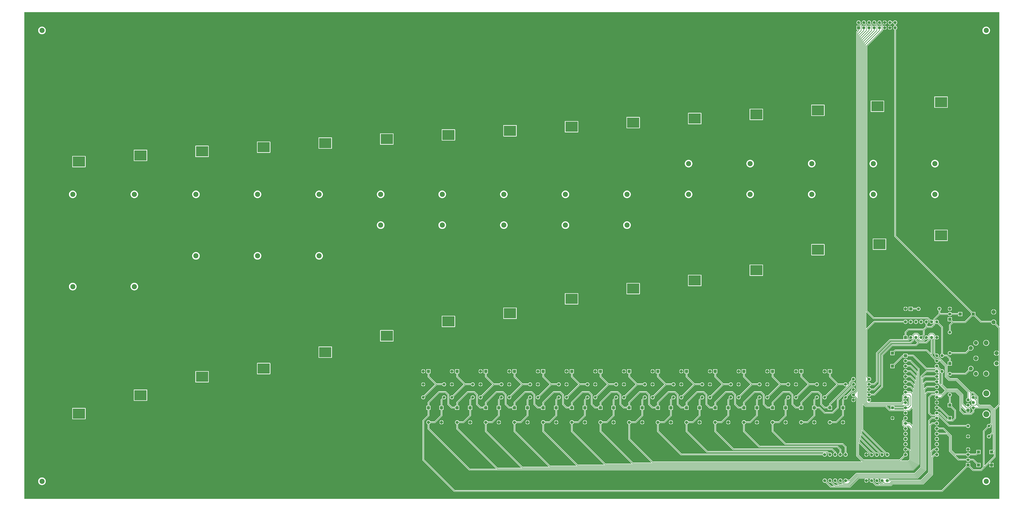
<source format=gbr>
G04 Layer_Physical_Order=2*
G04 Layer_Color=16711680*
%FSLAX42Y42*%
%MOMM*%
%TF.FileFunction,Copper,L2,Bot,Signal*%
%TF.Part,Single*%
G01*
G75*
%TA.AperFunction,Conductor*%
%ADD10C,0.25*%
%TA.AperFunction,ViaPad*%
%ADD11C,2.50*%
%TA.AperFunction,WasherPad*%
%ADD12R,6.00X5.00*%
%TA.AperFunction,ViaPad*%
%ADD13C,1.52*%
%TA.AperFunction,ComponentPad*%
%ADD14C,1.40*%
%ADD15R,1.50X1.50*%
%ADD16C,1.50*%
%ADD17C,2.03*%
%ADD18R,1.50X1.50*%
%ADD19R,1.50X1.50*%
%ADD20C,1.50*%
%ADD21C,2.39*%
%ADD22R,1.35X1.35*%
%ADD23C,1.35*%
%ADD24C,2.95*%
G36*
X44919Y9160D02*
X44869Y9110D01*
X44857Y9115D01*
X44831Y9118D01*
X44805Y9115D01*
X44780Y9105D01*
X44759Y9089D01*
X44756Y9084D01*
X44743Y9088D01*
Y9144D01*
X44740Y9159D01*
X44731Y9171D01*
X44681Y9222D01*
X44668Y9231D01*
X44653Y9234D01*
X44501D01*
X44486Y9231D01*
X44473Y9222D01*
X44423Y9171D01*
X44414Y9159D01*
X44411Y9144D01*
Y9088D01*
X44398Y9084D01*
X44395Y9089D01*
X44374Y9105D01*
X44349Y9115D01*
X44323Y9118D01*
X44297Y9115D01*
X44272Y9105D01*
X44251Y9089D01*
X44235Y9068D01*
X44225Y9043D01*
X44222Y9017D01*
X44225Y8991D01*
X44230Y8979D01*
X44182Y8931D01*
X44169Y8934D01*
Y9117D01*
X44108D01*
Y9255D01*
X44212Y9359D01*
X44919D01*
Y9160D01*
D02*
G37*
G36*
X48641Y9554D02*
X48629Y9549D01*
X48475Y9703D01*
X48485Y9728D01*
X48490Y9762D01*
X48485Y9795D01*
X48473Y9826D01*
X48452Y9852D01*
X48426Y9873D01*
X48395Y9885D01*
X48362Y9890D01*
X48328Y9885D01*
X48298Y9873D01*
X48271Y9852D01*
X48251Y9826D01*
X48247Y9818D01*
X47768D01*
X47471Y10115D01*
Y10260D01*
X47326D01*
X43600Y13986D01*
Y24037D01*
X43612Y24042D01*
X43633Y24058D01*
X43649Y24079D01*
X43659Y24104D01*
X43662Y24130D01*
X43659Y24156D01*
X43649Y24181D01*
X43633Y24202D01*
X43612Y24218D01*
X43600Y24223D01*
Y24291D01*
X43612Y24296D01*
X43633Y24312D01*
X43649Y24333D01*
X43659Y24358D01*
X43662Y24384D01*
X43659Y24410D01*
X43649Y24435D01*
X43633Y24456D01*
X43612Y24472D01*
X43587Y24482D01*
X43561Y24485D01*
X43535Y24482D01*
X43510Y24472D01*
X43489Y24456D01*
X43473Y24435D01*
X43468Y24423D01*
X43400D01*
X43395Y24435D01*
X43379Y24456D01*
X43358Y24472D01*
X43333Y24482D01*
X43307Y24485D01*
X43281Y24482D01*
X43256Y24472D01*
X43235Y24456D01*
X43219Y24435D01*
X43209Y24410D01*
X43206Y24384D01*
X43209Y24358D01*
X43219Y24333D01*
X43235Y24312D01*
X43256Y24296D01*
X43281Y24286D01*
X43307Y24283D01*
X43333Y24286D01*
X43358Y24296D01*
X43379Y24312D01*
X43395Y24333D01*
X43400Y24345D01*
X43468D01*
X43473Y24333D01*
X43489Y24312D01*
X43510Y24296D01*
X43522Y24291D01*
Y24223D01*
X43510Y24218D01*
X43489Y24202D01*
X43473Y24181D01*
X43463Y24156D01*
X43460Y24130D01*
X43463Y24104D01*
X43473Y24079D01*
X43489Y24058D01*
X43510Y24042D01*
X43522Y24037D01*
Y13970D01*
X43525Y13955D01*
X43534Y13943D01*
X47271Y10205D01*
Y10115D01*
X46957Y9800D01*
X46388D01*
X46328Y9861D01*
Y10006D01*
X46128D01*
Y9806D01*
X46273D01*
X46317Y9762D01*
X46201Y9645D01*
X46192Y9632D01*
X46189Y9617D01*
Y9358D01*
X46180Y9354D01*
X46160Y9339D01*
X46145Y9319D01*
X46135Y9296D01*
X46132Y9271D01*
X46135Y9246D01*
X46145Y9223D01*
X46160Y9203D01*
X46180Y9188D01*
X46203Y9178D01*
X46228Y9175D01*
X46253Y9178D01*
X46276Y9188D01*
X46296Y9203D01*
X46311Y9223D01*
X46321Y9246D01*
X46324Y9271D01*
X46321Y9296D01*
X46311Y9319D01*
X46296Y9339D01*
X46276Y9354D01*
X46267Y9358D01*
Y9601D01*
X46388Y9723D01*
X46973D01*
X46987Y9726D01*
X47000Y9734D01*
X47326Y10060D01*
X47416D01*
X47725Y9752D01*
X47737Y9743D01*
X47752Y9740D01*
X48236D01*
X48238Y9728D01*
X48251Y9698D01*
X48271Y9671D01*
X48298Y9651D01*
X48328Y9638D01*
X48362Y9634D01*
X48395Y9638D01*
X48420Y9648D01*
X48602Y9466D01*
Y8345D01*
X48590Y8341D01*
X48589Y8342D01*
X48563Y8362D01*
X48532Y8375D01*
X48511Y8378D01*
Y8251D01*
Y8125D01*
X48532Y8127D01*
X48563Y8140D01*
X48589Y8161D01*
X48590Y8162D01*
X48602Y8158D01*
Y7844D01*
X48590Y7840D01*
X48589Y7841D01*
X48563Y7862D01*
X48532Y7875D01*
X48499Y7879D01*
X48466Y7875D01*
X48435Y7862D01*
X48408Y7841D01*
X48388Y7815D01*
X48375Y7784D01*
X48371Y7751D01*
X48375Y7718D01*
X48388Y7687D01*
X48408Y7660D01*
X48435Y7640D01*
X48466Y7627D01*
X48499Y7623D01*
X48532Y7627D01*
X48563Y7640D01*
X48589Y7660D01*
X48590Y7661D01*
X48602Y7657D01*
Y5756D01*
X48387Y5541D01*
X48211Y5717D01*
X48199Y5725D01*
X48184Y5728D01*
X47692D01*
X47613Y5807D01*
Y6121D01*
X47610Y6136D01*
X47602Y6149D01*
X47398Y6352D01*
X47386Y6360D01*
X47371Y6363D01*
X47260D01*
X46611Y7012D01*
X46598Y7021D01*
X46584Y7024D01*
X46244D01*
X46114Y7153D01*
Y7645D01*
X46111Y7660D01*
X46103Y7673D01*
X45686Y8090D01*
X45691Y8102D01*
X45694Y8128D01*
X45691Y8154D01*
X45681Y8179D01*
X45665Y8200D01*
X45644Y8216D01*
X45619Y8226D01*
X45593Y8229D01*
X45567Y8226D01*
X45555Y8221D01*
X45505Y8271D01*
Y8946D01*
X45518Y8950D01*
X45521Y8945D01*
X45542Y8929D01*
X45567Y8919D01*
X45580Y8917D01*
Y9017D01*
Y9117D01*
X45567Y9115D01*
X45542Y9105D01*
X45521Y9089D01*
X45518Y9084D01*
X45505Y9088D01*
Y9144D01*
X45502Y9159D01*
X45493Y9171D01*
X45443Y9222D01*
X45430Y9231D01*
X45415Y9234D01*
X45263D01*
X45248Y9231D01*
X45235Y9222D01*
X45185Y9171D01*
X45176Y9159D01*
X45173Y9144D01*
Y9088D01*
X45160Y9084D01*
X45157Y9089D01*
X45136Y9105D01*
X45111Y9115D01*
X45085Y9118D01*
X45059Y9115D01*
X45034Y9105D01*
X45013Y9089D01*
X44997Y9068D01*
X44987Y9043D01*
X44984Y9017D01*
X44987Y8991D01*
X44992Y8979D01*
X44917Y8903D01*
X44835D01*
X44834Y8916D01*
X44857Y8919D01*
X44882Y8929D01*
X44903Y8945D01*
X44919Y8966D01*
X44929Y8991D01*
X44932Y9017D01*
X44929Y9043D01*
X44924Y9055D01*
X44985Y9117D01*
X44994Y9129D01*
X44997Y9144D01*
Y9382D01*
X45101Y9486D01*
X45339D01*
X45354Y9489D01*
X45366Y9498D01*
X45493Y9625D01*
X45502Y9637D01*
X45505Y9652D01*
Y9708D01*
X45518Y9712D01*
X45521Y9707D01*
X45542Y9691D01*
X45567Y9681D01*
X45593Y9678D01*
X45619Y9681D01*
X45631Y9686D01*
X45808Y9509D01*
Y8222D01*
X45796Y8217D01*
X45775Y8200D01*
X45758Y8179D01*
X45748Y8155D01*
X45745Y8128D01*
X45748Y8101D01*
X45758Y8077D01*
X45775Y8056D01*
X45796Y8039D01*
X45820Y8029D01*
X45847Y8026D01*
X45874Y8029D01*
X45898Y8039D01*
X45919Y8056D01*
X45936Y8077D01*
X45941Y8089D01*
X46085D01*
X46189Y7985D01*
Y7847D01*
X46128D01*
Y7647D01*
X46328D01*
Y7847D01*
X46267D01*
Y8001D01*
X46264Y8016D01*
X46255Y8028D01*
X46128Y8155D01*
X46116Y8164D01*
X46101Y8167D01*
X45941D01*
X45936Y8179D01*
X45919Y8200D01*
X45898Y8217D01*
X45886Y8222D01*
Y9525D01*
X45883Y9540D01*
X45874Y9552D01*
X45686Y9741D01*
X45691Y9753D01*
X45694Y9779D01*
X45691Y9805D01*
X45681Y9830D01*
X45665Y9851D01*
X45644Y9867D01*
X45619Y9877D01*
X45593Y9880D01*
X45567Y9877D01*
X45542Y9867D01*
X45521Y9851D01*
X45518Y9846D01*
X45505Y9850D01*
Y9890D01*
X45736Y10121D01*
X46135D01*
X46140Y10109D01*
X46156Y10088D01*
X46177Y10072D01*
X46202Y10062D01*
X46228Y10059D01*
X46254Y10062D01*
X46279Y10072D01*
X46300Y10088D01*
X46316Y10109D01*
X46321Y10121D01*
X46636D01*
Y10060D01*
X46836D01*
Y10260D01*
X46636D01*
Y10199D01*
X46321D01*
X46316Y10211D01*
X46300Y10232D01*
X46279Y10248D01*
X46254Y10258D01*
X46228Y10261D01*
X46202Y10258D01*
X46177Y10248D01*
X46156Y10232D01*
X46140Y10211D01*
X46135Y10199D01*
X45759D01*
Y10327D01*
X45768Y10331D01*
X45788Y10346D01*
X45803Y10366D01*
X45813Y10389D01*
X45816Y10414D01*
X45813Y10439D01*
X45803Y10462D01*
X45788Y10482D01*
X45768Y10497D01*
X45745Y10507D01*
X45720Y10510D01*
X45695Y10507D01*
X45672Y10497D01*
X45652Y10482D01*
X45637Y10462D01*
X45627Y10439D01*
X45624Y10414D01*
X45627Y10389D01*
X45637Y10366D01*
X45652Y10346D01*
X45672Y10331D01*
X45681Y10327D01*
Y10176D01*
X45439Y9933D01*
X45430Y9921D01*
X45427Y9906D01*
Y9850D01*
X45414Y9846D01*
X45411Y9851D01*
X45390Y9867D01*
X45365Y9877D01*
X45339Y9880D01*
X45313Y9877D01*
X45301Y9872D01*
X45189Y9984D01*
X45176Y9993D01*
X45161Y9996D01*
X42536D01*
X42203Y10328D01*
Y23225D01*
X42953Y23976D01*
X42962Y23988D01*
X42965Y24003D01*
Y24059D01*
X42978Y24063D01*
X42981Y24058D01*
X43002Y24042D01*
X43027Y24032D01*
X43040Y24030D01*
Y24130D01*
Y24230D01*
X43027Y24228D01*
X43002Y24218D01*
X42981Y24202D01*
X42978Y24197D01*
X42965Y24201D01*
Y24257D01*
X42962Y24272D01*
X42953Y24284D01*
X42892Y24346D01*
X42897Y24358D01*
X42900Y24384D01*
X42897Y24410D01*
X42887Y24435D01*
X42871Y24456D01*
X42850Y24472D01*
X42825Y24482D01*
X42799Y24485D01*
X42773Y24482D01*
X42748Y24472D01*
X42727Y24456D01*
X42711Y24435D01*
X42701Y24410D01*
X42698Y24384D01*
X42701Y24358D01*
X42711Y24333D01*
X42727Y24312D01*
X42748Y24296D01*
X42773Y24286D01*
X42799Y24283D01*
X42825Y24286D01*
X42837Y24291D01*
X42887Y24241D01*
Y24201D01*
X42874Y24197D01*
X42871Y24202D01*
X42850Y24218D01*
X42825Y24228D01*
X42799Y24231D01*
X42773Y24228D01*
X42748Y24218D01*
X42727Y24202D01*
X42724Y24197D01*
X42711Y24201D01*
Y24257D01*
X42708Y24272D01*
X42699Y24284D01*
X42638Y24346D01*
X42643Y24358D01*
X42646Y24384D01*
X42643Y24410D01*
X42633Y24435D01*
X42617Y24456D01*
X42596Y24472D01*
X42571Y24482D01*
X42545Y24485D01*
X42519Y24482D01*
X42494Y24472D01*
X42473Y24456D01*
X42457Y24435D01*
X42447Y24410D01*
X42444Y24384D01*
X42447Y24358D01*
X42457Y24333D01*
X42473Y24312D01*
X42494Y24296D01*
X42519Y24286D01*
X42545Y24283D01*
X42571Y24286D01*
X42583Y24291D01*
X42633Y24241D01*
Y24201D01*
X42620Y24197D01*
X42617Y24202D01*
X42596Y24218D01*
X42571Y24228D01*
X42545Y24231D01*
X42519Y24228D01*
X42494Y24218D01*
X42473Y24202D01*
X42470Y24197D01*
X42457Y24201D01*
Y24257D01*
X42454Y24272D01*
X42445Y24284D01*
X42384Y24346D01*
X42389Y24358D01*
X42392Y24384D01*
X42389Y24410D01*
X42379Y24435D01*
X42363Y24456D01*
X42342Y24472D01*
X42317Y24482D01*
X42291Y24485D01*
X42265Y24482D01*
X42240Y24472D01*
X42219Y24456D01*
X42203Y24435D01*
X42193Y24410D01*
X42190Y24384D01*
X42193Y24358D01*
X42203Y24333D01*
X42219Y24312D01*
X42240Y24296D01*
X42265Y24286D01*
X42291Y24283D01*
X42317Y24286D01*
X42329Y24291D01*
X42379Y24241D01*
Y24201D01*
X42366Y24197D01*
X42363Y24202D01*
X42342Y24218D01*
X42317Y24228D01*
X42291Y24231D01*
X42265Y24228D01*
X42240Y24218D01*
X42219Y24202D01*
X42216Y24197D01*
X42203Y24201D01*
Y24257D01*
X42200Y24272D01*
X42191Y24284D01*
X42130Y24346D01*
X42135Y24358D01*
X42138Y24384D01*
X42135Y24410D01*
X42125Y24435D01*
X42109Y24456D01*
X42088Y24472D01*
X42063Y24482D01*
X42037Y24485D01*
X42011Y24482D01*
X41986Y24472D01*
X41965Y24456D01*
X41949Y24435D01*
X41939Y24410D01*
X41936Y24384D01*
X41939Y24358D01*
X41949Y24333D01*
X41965Y24312D01*
X41986Y24296D01*
X42011Y24286D01*
X42037Y24283D01*
X42063Y24286D01*
X42075Y24291D01*
X42125Y24241D01*
Y24201D01*
X42112Y24197D01*
X42109Y24202D01*
X42088Y24218D01*
X42063Y24228D01*
X42037Y24231D01*
X42011Y24228D01*
X41986Y24218D01*
X41965Y24202D01*
X41962Y24197D01*
X41949Y24201D01*
Y24257D01*
X41946Y24272D01*
X41937Y24284D01*
X41876Y24346D01*
X41881Y24358D01*
X41884Y24384D01*
X41881Y24410D01*
X41871Y24435D01*
X41855Y24456D01*
X41834Y24472D01*
X41809Y24482D01*
X41783Y24485D01*
X41757Y24482D01*
X41732Y24472D01*
X41711Y24456D01*
X41695Y24435D01*
X41685Y24410D01*
X41682Y24384D01*
X41685Y24358D01*
X41695Y24333D01*
X41711Y24312D01*
X41732Y24296D01*
X41757Y24286D01*
X41783Y24283D01*
X41809Y24286D01*
X41821Y24291D01*
X41869Y24243D01*
X41866Y24230D01*
X41683D01*
Y24030D01*
X41739D01*
X41742Y24017D01*
X41679Y23954D01*
X41671Y23942D01*
X41668Y23927D01*
Y6417D01*
X41568Y6317D01*
X41556Y6322D01*
X41529Y6325D01*
X41502Y6322D01*
X41478Y6312D01*
X41457Y6295D01*
X41440Y6274D01*
X41430Y6250D01*
X41427Y6223D01*
X41430Y6196D01*
X41440Y6172D01*
X41457Y6151D01*
X41478Y6134D01*
X41502Y6124D01*
X41529Y6121D01*
X41556Y6124D01*
X41568Y6129D01*
X41668Y6029D01*
Y3251D01*
X41671Y3236D01*
X41679Y3224D01*
X41931Y2972D01*
X41927Y2960D01*
X31766D01*
X30646Y4080D01*
Y4785D01*
X30658Y4790D01*
X30679Y4806D01*
X30695Y4827D01*
X30700Y4839D01*
X30913D01*
X30928Y4842D01*
X30940Y4851D01*
X31269Y5180D01*
X31278Y5192D01*
X31281Y5207D01*
Y5487D01*
X31342D01*
Y5688D01*
X31281D01*
Y5953D01*
X31335Y6007D01*
X31344Y6003D01*
X31369Y6000D01*
X31394Y6003D01*
X31417Y6013D01*
X31437Y6028D01*
X31452Y6048D01*
X31462Y6071D01*
X31465Y6096D01*
X31462Y6121D01*
X31452Y6144D01*
X31437Y6164D01*
X31417Y6179D01*
X31394Y6189D01*
X31369Y6192D01*
X31344Y6189D01*
X31321Y6179D01*
X31301Y6164D01*
X31286Y6144D01*
X31276Y6121D01*
X31273Y6096D01*
X31276Y6071D01*
X31280Y6062D01*
X31215Y5996D01*
X31206Y5984D01*
X31203Y5969D01*
Y5688D01*
X31142D01*
Y5487D01*
X31203D01*
Y5223D01*
X30897Y4917D01*
X30700D01*
X30695Y4929D01*
X30679Y4950D01*
X30658Y4966D01*
X30633Y4976D01*
X30607Y4979D01*
X30581Y4976D01*
X30556Y4966D01*
X30535Y4950D01*
X30519Y4929D01*
X30509Y4904D01*
X30506Y4878D01*
X30509Y4852D01*
X30519Y4827D01*
X30535Y4806D01*
X30556Y4790D01*
X30568Y4785D01*
Y4064D01*
X30571Y4049D01*
X30580Y4037D01*
X31695Y2921D01*
X31690Y2909D01*
X30801D01*
X29249Y4461D01*
Y4785D01*
X29261Y4790D01*
X29282Y4806D01*
X29298Y4827D01*
X29303Y4839D01*
X29516D01*
X29531Y4842D01*
X29543Y4851D01*
X29872Y5180D01*
X29881Y5192D01*
X29884Y5207D01*
Y5487D01*
X29945D01*
Y5688D01*
X29884D01*
Y5953D01*
X29938Y6007D01*
X29947Y6003D01*
X29972Y6000D01*
X29997Y6003D01*
X30020Y6013D01*
X30040Y6028D01*
X30055Y6048D01*
X30065Y6071D01*
X30068Y6096D01*
X30065Y6121D01*
X30055Y6144D01*
X30040Y6164D01*
X30020Y6179D01*
X29997Y6189D01*
X29972Y6192D01*
X29947Y6189D01*
X29924Y6179D01*
X29904Y6164D01*
X29889Y6144D01*
X29879Y6121D01*
X29876Y6096D01*
X29879Y6071D01*
X29883Y6062D01*
X29818Y5996D01*
X29809Y5984D01*
X29806Y5969D01*
Y5688D01*
X29745D01*
Y5487D01*
X29806D01*
Y5223D01*
X29500Y4917D01*
X29303D01*
X29298Y4929D01*
X29282Y4950D01*
X29261Y4966D01*
X29236Y4976D01*
X29210Y4979D01*
X29184Y4976D01*
X29159Y4966D01*
X29138Y4950D01*
X29122Y4929D01*
X29112Y4904D01*
X29109Y4878D01*
X29112Y4852D01*
X29122Y4827D01*
X29138Y4806D01*
X29159Y4790D01*
X29171Y4785D01*
Y4445D01*
X29174Y4430D01*
X29183Y4418D01*
X30730Y2870D01*
X30725Y2858D01*
X29455D01*
X27852Y4461D01*
Y4785D01*
X27864Y4790D01*
X27885Y4806D01*
X27901Y4827D01*
X27906Y4839D01*
X28119D01*
X28134Y4842D01*
X28146Y4851D01*
X28475Y5180D01*
X28484Y5192D01*
X28487Y5207D01*
Y5487D01*
X28548D01*
Y5688D01*
X28487D01*
Y5953D01*
X28541Y6007D01*
X28550Y6003D01*
X28575Y6000D01*
X28600Y6003D01*
X28623Y6013D01*
X28643Y6028D01*
X28658Y6048D01*
X28668Y6071D01*
X28671Y6096D01*
X28668Y6121D01*
X28658Y6144D01*
X28643Y6164D01*
X28623Y6179D01*
X28600Y6189D01*
X28575Y6192D01*
X28550Y6189D01*
X28527Y6179D01*
X28507Y6164D01*
X28492Y6144D01*
X28482Y6121D01*
X28479Y6096D01*
X28482Y6071D01*
X28486Y6062D01*
X28421Y5996D01*
X28412Y5984D01*
X28409Y5969D01*
Y5688D01*
X28348D01*
Y5487D01*
X28409D01*
Y5223D01*
X28103Y4917D01*
X27906D01*
X27901Y4929D01*
X27885Y4950D01*
X27864Y4966D01*
X27839Y4976D01*
X27813Y4979D01*
X27787Y4976D01*
X27762Y4966D01*
X27741Y4950D01*
X27725Y4929D01*
X27715Y4904D01*
X27712Y4878D01*
X27715Y4852D01*
X27725Y4827D01*
X27741Y4806D01*
X27762Y4790D01*
X27774Y4785D01*
Y4445D01*
X27777Y4430D01*
X27786Y4418D01*
X29384Y2819D01*
X29379Y2807D01*
X28108D01*
X26455Y4461D01*
Y4785D01*
X26467Y4790D01*
X26488Y4806D01*
X26504Y4827D01*
X26509Y4839D01*
X26722D01*
X26737Y4842D01*
X26749Y4851D01*
X27078Y5180D01*
X27087Y5192D01*
X27090Y5207D01*
Y5487D01*
X27151D01*
Y5688D01*
X27090D01*
Y5953D01*
X27144Y6007D01*
X27153Y6003D01*
X27178Y6000D01*
X27203Y6003D01*
X27226Y6013D01*
X27246Y6028D01*
X27261Y6048D01*
X27271Y6071D01*
X27274Y6096D01*
X27271Y6121D01*
X27261Y6144D01*
X27246Y6164D01*
X27226Y6179D01*
X27203Y6189D01*
X27178Y6192D01*
X27153Y6189D01*
X27130Y6179D01*
X27110Y6164D01*
X27095Y6144D01*
X27085Y6121D01*
X27082Y6096D01*
X27085Y6071D01*
X27089Y6062D01*
X27024Y5996D01*
X27015Y5984D01*
X27012Y5969D01*
Y5688D01*
X26951D01*
Y5487D01*
X27012D01*
Y5223D01*
X26706Y4917D01*
X26509D01*
X26504Y4929D01*
X26488Y4950D01*
X26467Y4966D01*
X26442Y4976D01*
X26416Y4979D01*
X26390Y4976D01*
X26365Y4966D01*
X26344Y4950D01*
X26328Y4929D01*
X26318Y4904D01*
X26315Y4878D01*
X26318Y4852D01*
X26328Y4827D01*
X26344Y4806D01*
X26365Y4790D01*
X26377Y4785D01*
Y4445D01*
X26380Y4430D01*
X26389Y4418D01*
X28038Y2768D01*
X28033Y2757D01*
X26762D01*
X25058Y4461D01*
Y4785D01*
X25070Y4790D01*
X25091Y4806D01*
X25107Y4827D01*
X25112Y4839D01*
X25325D01*
X25340Y4842D01*
X25352Y4851D01*
X25681Y5180D01*
X25690Y5192D01*
X25693Y5207D01*
Y5487D01*
X25754D01*
Y5688D01*
X25693D01*
Y5953D01*
X25747Y6007D01*
X25756Y6003D01*
X25781Y6000D01*
X25806Y6003D01*
X25829Y6013D01*
X25849Y6028D01*
X25864Y6048D01*
X25874Y6071D01*
X25877Y6096D01*
X25874Y6121D01*
X25864Y6144D01*
X25849Y6164D01*
X25829Y6179D01*
X25806Y6189D01*
X25781Y6192D01*
X25756Y6189D01*
X25733Y6179D01*
X25713Y6164D01*
X25698Y6144D01*
X25688Y6121D01*
X25685Y6096D01*
X25688Y6071D01*
X25692Y6062D01*
X25627Y5996D01*
X25618Y5984D01*
X25615Y5969D01*
Y5688D01*
X25554D01*
Y5487D01*
X25615D01*
Y5223D01*
X25309Y4917D01*
X25112D01*
X25107Y4929D01*
X25091Y4950D01*
X25070Y4966D01*
X25045Y4976D01*
X25019Y4979D01*
X24993Y4976D01*
X24968Y4966D01*
X24947Y4950D01*
X24931Y4929D01*
X24921Y4904D01*
X24918Y4878D01*
X24921Y4852D01*
X24931Y4827D01*
X24947Y4806D01*
X24968Y4790D01*
X24980Y4785D01*
Y4445D01*
X24983Y4430D01*
X24992Y4418D01*
X26691Y2718D01*
X26687Y2706D01*
X25416D01*
X23661Y4461D01*
Y4785D01*
X23673Y4790D01*
X23694Y4806D01*
X23710Y4827D01*
X23715Y4839D01*
X23928D01*
X23943Y4842D01*
X23955Y4851D01*
X24284Y5180D01*
X24293Y5192D01*
X24296Y5207D01*
Y5487D01*
X24357D01*
Y5688D01*
X24296D01*
Y5953D01*
X24350Y6007D01*
X24359Y6003D01*
X24384Y6000D01*
X24409Y6003D01*
X24432Y6013D01*
X24452Y6028D01*
X24467Y6048D01*
X24477Y6071D01*
X24480Y6096D01*
X24477Y6121D01*
X24467Y6144D01*
X24452Y6164D01*
X24432Y6179D01*
X24409Y6189D01*
X24384Y6192D01*
X24359Y6189D01*
X24336Y6179D01*
X24316Y6164D01*
X24301Y6144D01*
X24291Y6121D01*
X24288Y6096D01*
X24291Y6071D01*
X24295Y6062D01*
X24230Y5996D01*
X24221Y5984D01*
X24218Y5969D01*
Y5688D01*
X24157D01*
Y5487D01*
X24218D01*
Y5223D01*
X23912Y4917D01*
X23715D01*
X23710Y4929D01*
X23694Y4950D01*
X23673Y4966D01*
X23648Y4976D01*
X23622Y4979D01*
X23596Y4976D01*
X23571Y4966D01*
X23550Y4950D01*
X23534Y4929D01*
X23524Y4904D01*
X23521Y4878D01*
X23524Y4852D01*
X23534Y4827D01*
X23550Y4806D01*
X23571Y4790D01*
X23583Y4785D01*
Y4445D01*
X23586Y4430D01*
X23595Y4418D01*
X25345Y2667D01*
X25340Y2655D01*
X24197D01*
X22264Y4588D01*
Y4785D01*
X22276Y4790D01*
X22297Y4806D01*
X22313Y4827D01*
X22318Y4839D01*
X22531D01*
X22546Y4842D01*
X22558Y4851D01*
X22887Y5180D01*
X22896Y5192D01*
X22899Y5207D01*
Y5487D01*
X22960D01*
Y5688D01*
X22899D01*
Y5953D01*
X22953Y6007D01*
X22962Y6003D01*
X22987Y6000D01*
X23012Y6003D01*
X23035Y6013D01*
X23055Y6028D01*
X23070Y6048D01*
X23080Y6071D01*
X23083Y6096D01*
X23080Y6121D01*
X23070Y6144D01*
X23055Y6164D01*
X23035Y6179D01*
X23012Y6189D01*
X22987Y6192D01*
X22962Y6189D01*
X22939Y6179D01*
X22919Y6164D01*
X22904Y6144D01*
X22894Y6121D01*
X22891Y6096D01*
X22894Y6071D01*
X22898Y6062D01*
X22833Y5996D01*
X22824Y5984D01*
X22821Y5969D01*
Y5688D01*
X22760D01*
Y5487D01*
X22821D01*
Y5223D01*
X22515Y4917D01*
X22318D01*
X22313Y4929D01*
X22297Y4950D01*
X22276Y4966D01*
X22251Y4976D01*
X22225Y4979D01*
X22199Y4976D01*
X22174Y4966D01*
X22153Y4950D01*
X22137Y4929D01*
X22127Y4904D01*
X22124Y4878D01*
X22127Y4852D01*
X22137Y4827D01*
X22153Y4806D01*
X22174Y4790D01*
X22186Y4785D01*
Y4572D01*
X22189Y4557D01*
X22198Y4545D01*
X24126Y2616D01*
X24121Y2604D01*
X22851D01*
X20867Y4588D01*
Y4785D01*
X20879Y4790D01*
X20900Y4806D01*
X20916Y4827D01*
X20921Y4839D01*
X21134D01*
X21149Y4842D01*
X21161Y4851D01*
X21490Y5180D01*
X21499Y5192D01*
X21502Y5207D01*
Y5487D01*
X21563D01*
Y5688D01*
X21502D01*
Y5953D01*
X21556Y6007D01*
X21565Y6003D01*
X21590Y6000D01*
X21615Y6003D01*
X21638Y6013D01*
X21658Y6028D01*
X21673Y6048D01*
X21683Y6071D01*
X21686Y6096D01*
X21683Y6121D01*
X21673Y6144D01*
X21658Y6164D01*
X21638Y6179D01*
X21615Y6189D01*
X21590Y6192D01*
X21565Y6189D01*
X21542Y6179D01*
X21522Y6164D01*
X21507Y6144D01*
X21497Y6121D01*
X21494Y6096D01*
X21497Y6071D01*
X21501Y6062D01*
X21436Y5996D01*
X21427Y5984D01*
X21424Y5969D01*
Y5688D01*
X21363D01*
Y5487D01*
X21424D01*
Y5223D01*
X21118Y4917D01*
X20921D01*
X20916Y4929D01*
X20900Y4950D01*
X20879Y4966D01*
X20854Y4976D01*
X20828Y4979D01*
X20802Y4976D01*
X20777Y4966D01*
X20756Y4950D01*
X20740Y4929D01*
X20730Y4904D01*
X20727Y4878D01*
X20730Y4852D01*
X20740Y4827D01*
X20756Y4806D01*
X20777Y4790D01*
X20789Y4785D01*
Y4572D01*
X20792Y4557D01*
X20801Y4545D01*
X22807Y2538D01*
X22820Y2530D01*
X22835Y2527D01*
X44420D01*
X44435Y2530D01*
X44448Y2538D01*
X44719Y2809D01*
X44719Y2809D01*
X44731Y2817D01*
X44740Y2830D01*
X44743Y2845D01*
Y7493D01*
X44740Y7508D01*
X44731Y7520D01*
X44350Y7901D01*
X44338Y7910D01*
X44323Y7913D01*
X44162D01*
X44157Y7925D01*
X44141Y7946D01*
X44120Y7962D01*
X44095Y7972D01*
X44069Y7975D01*
X44043Y7972D01*
X44018Y7962D01*
X43997Y7946D01*
X43981Y7925D01*
X43971Y7900D01*
X43968Y7874D01*
X43971Y7848D01*
X43981Y7823D01*
X43997Y7802D01*
X44018Y7786D01*
X44043Y7776D01*
X44069Y7773D01*
X44095Y7776D01*
X44120Y7786D01*
X44141Y7802D01*
X44157Y7823D01*
X44162Y7835D01*
X44307D01*
X44665Y7477D01*
Y7349D01*
X44653Y7345D01*
X44350Y7647D01*
X44338Y7656D01*
X44323Y7659D01*
X44162D01*
X44157Y7671D01*
X44141Y7692D01*
X44120Y7708D01*
X44095Y7718D01*
X44069Y7721D01*
X44043Y7718D01*
X44018Y7708D01*
X43997Y7692D01*
X43981Y7671D01*
X43971Y7646D01*
X43968Y7620D01*
X43971Y7594D01*
X43981Y7569D01*
X43997Y7548D01*
X44018Y7532D01*
X44043Y7522D01*
X44069Y7519D01*
X44095Y7522D01*
X44120Y7532D01*
X44141Y7548D01*
X44157Y7569D01*
X44162Y7581D01*
X44307D01*
X44614Y7274D01*
Y7146D01*
X44603Y7141D01*
X44350Y7393D01*
X44338Y7402D01*
X44323Y7405D01*
X44162D01*
X44157Y7417D01*
X44141Y7438D01*
X44120Y7454D01*
X44095Y7464D01*
X44069Y7467D01*
X44043Y7464D01*
X44018Y7454D01*
X43997Y7438D01*
X43981Y7417D01*
X43971Y7392D01*
X43968Y7366D01*
X43971Y7340D01*
X43981Y7315D01*
X43997Y7294D01*
X44018Y7278D01*
X44043Y7268D01*
X44069Y7265D01*
X44095Y7268D01*
X44120Y7278D01*
X44141Y7294D01*
X44157Y7315D01*
X44162Y7327D01*
X44307D01*
X44564Y7071D01*
Y6943D01*
X44552Y6938D01*
X44350Y7139D01*
X44338Y7148D01*
X44323Y7151D01*
X44162D01*
X44157Y7163D01*
X44141Y7184D01*
X44120Y7200D01*
X44095Y7210D01*
X44069Y7213D01*
X44043Y7210D01*
X44018Y7200D01*
X43997Y7184D01*
X43981Y7163D01*
X43971Y7138D01*
X43968Y7112D01*
X43971Y7086D01*
X43981Y7061D01*
X43997Y7040D01*
X44018Y7024D01*
X44043Y7014D01*
X44069Y7011D01*
X44095Y7014D01*
X44120Y7024D01*
X44141Y7040D01*
X44157Y7061D01*
X44162Y7073D01*
X44307D01*
X44513Y6867D01*
Y6740D01*
X44501Y6735D01*
X44350Y6885D01*
X44338Y6894D01*
X44323Y6897D01*
X44162D01*
X44157Y6909D01*
X44141Y6930D01*
X44120Y6946D01*
X44095Y6956D01*
X44069Y6959D01*
X44043Y6956D01*
X44018Y6946D01*
X43997Y6930D01*
X43981Y6909D01*
X43971Y6884D01*
X43968Y6858D01*
X43971Y6832D01*
X43981Y6807D01*
X43997Y6786D01*
X44018Y6770D01*
X44043Y6760D01*
X44069Y6757D01*
X44095Y6760D01*
X44120Y6770D01*
X44141Y6786D01*
X44157Y6807D01*
X44162Y6819D01*
X44307D01*
X44462Y6664D01*
Y6537D01*
X44450Y6532D01*
X44350Y6631D01*
X44338Y6640D01*
X44323Y6643D01*
X44162D01*
X44157Y6655D01*
X44141Y6676D01*
X44120Y6692D01*
X44095Y6702D01*
X44069Y6705D01*
X44043Y6702D01*
X44018Y6692D01*
X43997Y6676D01*
X43981Y6655D01*
X43971Y6630D01*
X43968Y6604D01*
X43971Y6578D01*
X43981Y6553D01*
X43997Y6532D01*
X44018Y6516D01*
X44043Y6506D01*
X44069Y6503D01*
X44095Y6506D01*
X44120Y6516D01*
X44141Y6532D01*
X44157Y6553D01*
X44162Y6565D01*
X44307D01*
X44411Y6461D01*
Y6333D01*
X44399Y6329D01*
X44350Y6377D01*
X44338Y6386D01*
X44323Y6389D01*
X44162D01*
X44157Y6401D01*
X44141Y6422D01*
X44120Y6438D01*
X44095Y6448D01*
X44069Y6451D01*
X44043Y6448D01*
X44018Y6438D01*
X43997Y6422D01*
X43981Y6401D01*
X43971Y6376D01*
X43968Y6350D01*
X43971Y6324D01*
X43981Y6299D01*
X43997Y6278D01*
X44002Y6275D01*
X43998Y6262D01*
X43993D01*
X43978Y6259D01*
X43965Y6250D01*
X43915Y6200D01*
X43906Y6187D01*
X43903Y6172D01*
Y5909D01*
X43850Y5855D01*
X42304D01*
X42303Y5868D01*
X42318Y5870D01*
X42342Y5880D01*
X42363Y5897D01*
X42380Y5918D01*
X42390Y5942D01*
X42392Y5956D01*
X42291D01*
Y5969D01*
X42278D01*
Y6070D01*
X42264Y6068D01*
X42240Y6058D01*
X42219Y6041D01*
X42215Y6037D01*
X42203Y6041D01*
Y6151D01*
X42215Y6155D01*
X42219Y6151D01*
X42240Y6134D01*
X42264Y6124D01*
X42291Y6121D01*
X42318Y6124D01*
X42342Y6134D01*
X42363Y6151D01*
X42380Y6172D01*
X42385Y6184D01*
X42545D01*
X42560Y6187D01*
X42572Y6196D01*
X42953Y6577D01*
X42962Y6589D01*
X42965Y6604D01*
Y8137D01*
X43425Y8597D01*
X44577D01*
X44592Y8600D01*
X44604Y8609D01*
X44720Y8724D01*
X45085D01*
X45100Y8727D01*
X45112Y8736D01*
X45239Y8863D01*
X45248Y8875D01*
X45251Y8890D01*
Y8946D01*
X45264Y8950D01*
X45267Y8945D01*
X45288Y8929D01*
X45300Y8924D01*
Y8264D01*
X45288Y8259D01*
X45138Y8409D01*
X45125Y8418D01*
X45110Y8421D01*
X43561D01*
X43546Y8418D01*
X43534Y8409D01*
X43479Y8355D01*
X43334D01*
Y8155D01*
X43534D01*
Y8300D01*
X43577Y8343D01*
X45094D01*
X45300Y8137D01*
Y8128D01*
X45303Y8113D01*
X45312Y8101D01*
X45500Y7912D01*
X45495Y7900D01*
X45492Y7874D01*
X45495Y7848D01*
X45505Y7823D01*
X45521Y7802D01*
X45542Y7786D01*
X45567Y7776D01*
X45593Y7773D01*
X45619Y7776D01*
X45644Y7786D01*
X45665Y7802D01*
X45681Y7823D01*
X45686Y7835D01*
X45755D01*
X45986Y7604D01*
Y7112D01*
X45989Y7097D01*
X45997Y7085D01*
X46175Y6907D01*
X46188Y6898D01*
X46203Y6895D01*
X46542D01*
X47078Y6359D01*
Y6062D01*
X47066Y6057D01*
X47045Y6041D01*
X47029Y6020D01*
X47019Y5995D01*
X47016Y5969D01*
X47019Y5943D01*
X47029Y5918D01*
X47045Y5897D01*
X47066Y5881D01*
X47091Y5871D01*
X47117Y5868D01*
X47143Y5871D01*
X47168Y5881D01*
X47189Y5897D01*
X47205Y5918D01*
X47210Y5930D01*
X47225Y5933D01*
X47278Y5880D01*
X47273Y5868D01*
X47270Y5842D01*
X47273Y5816D01*
X47283Y5791D01*
X47299Y5770D01*
X47304Y5767D01*
X47300Y5754D01*
X47295D01*
X47280Y5751D01*
X47267Y5742D01*
X47229Y5704D01*
X47218Y5710D01*
X47218Y5715D01*
X47215Y5741D01*
X47205Y5766D01*
X47189Y5787D01*
X47168Y5803D01*
X47143Y5813D01*
X47130Y5815D01*
Y5715D01*
X47117D01*
Y5702D01*
X47017D01*
X47019Y5689D01*
X47024Y5678D01*
X47013Y5671D01*
X46876Y5807D01*
Y6223D01*
X46873Y6238D01*
X46865Y6250D01*
X46611Y6504D01*
X46598Y6513D01*
X46584Y6516D01*
X46092D01*
X45886Y6722D01*
Y7272D01*
X45898Y7277D01*
X45919Y7294D01*
X45936Y7315D01*
X45946Y7339D01*
X45949Y7366D01*
X45946Y7393D01*
X45936Y7417D01*
X45919Y7438D01*
X45898Y7455D01*
X45874Y7465D01*
X45847Y7468D01*
X45820Y7465D01*
X45808Y7460D01*
X45686Y7582D01*
X45691Y7594D01*
X45694Y7620D01*
X45691Y7646D01*
X45681Y7671D01*
X45665Y7692D01*
X45644Y7708D01*
X45619Y7718D01*
X45593Y7721D01*
X45567Y7718D01*
X45542Y7708D01*
X45521Y7692D01*
X45505Y7671D01*
X45495Y7646D01*
X45492Y7620D01*
X45495Y7594D01*
X45505Y7569D01*
X45521Y7548D01*
X45526Y7545D01*
X45522Y7532D01*
X45101D01*
X44477Y8155D01*
X44465Y8164D01*
X44450Y8167D01*
X44169D01*
Y8228D01*
X43969D01*
Y8167D01*
X43942D01*
X43927Y8164D01*
X43915Y8155D01*
X43479Y7720D01*
X43334D01*
Y7520D01*
X43534D01*
Y7665D01*
X43956Y8087D01*
X43969Y8084D01*
Y8028D01*
X44169D01*
Y8089D01*
X44434D01*
X45058Y7466D01*
X45070Y7457D01*
X45085Y7454D01*
X45522D01*
X45526Y7441D01*
X45521Y7438D01*
X45505Y7417D01*
X45500Y7405D01*
X45085D01*
X45070Y7402D01*
X45058Y7393D01*
X44804Y7139D01*
X44795Y7127D01*
X44792Y7112D01*
Y2683D01*
X44510Y2401D01*
X41681D01*
X41667Y2398D01*
X41654Y2390D01*
X41335Y2071D01*
X41242D01*
X41237Y2083D01*
X41220Y2104D01*
X41199Y2121D01*
X41175Y2131D01*
X41148Y2134D01*
X41121Y2131D01*
X41097Y2121D01*
X41076Y2104D01*
X41059Y2083D01*
X41049Y2059D01*
X41046Y2032D01*
X41049Y2005D01*
X41059Y1981D01*
X41076Y1960D01*
X41097Y1943D01*
X41121Y1933D01*
X41136Y1931D01*
X41135Y1918D01*
X41062D01*
X40988Y1993D01*
X40993Y2005D01*
X40996Y2032D01*
X40993Y2059D01*
X40983Y2083D01*
X40966Y2104D01*
X40945Y2121D01*
X40921Y2131D01*
X40894Y2134D01*
X40867Y2131D01*
X40843Y2121D01*
X40822Y2104D01*
X40805Y2083D01*
X40795Y2059D01*
X40792Y2032D01*
X40795Y2005D01*
X40805Y1981D01*
X40822Y1960D01*
X40843Y1943D01*
X40867Y1933D01*
X40894Y1930D01*
X40921Y1933D01*
X40933Y1938D01*
X40992Y1879D01*
X40987Y1868D01*
X40859D01*
X40734Y1993D01*
X40739Y2005D01*
X40742Y2032D01*
X40739Y2059D01*
X40729Y2083D01*
X40712Y2104D01*
X40691Y2121D01*
X40667Y2131D01*
X40640Y2134D01*
X40613Y2131D01*
X40589Y2121D01*
X40568Y2104D01*
X40551Y2083D01*
X40541Y2059D01*
X40538Y2032D01*
X40541Y2005D01*
X40551Y1981D01*
X40568Y1960D01*
X40589Y1943D01*
X40613Y1933D01*
X40640Y1930D01*
X40667Y1933D01*
X40679Y1938D01*
X40788Y1829D01*
X40784Y1817D01*
X40656D01*
X40480Y1993D01*
X40485Y2005D01*
X40488Y2032D01*
X40485Y2059D01*
X40475Y2083D01*
X40458Y2104D01*
X40437Y2121D01*
X40413Y2131D01*
X40386Y2134D01*
X40359Y2131D01*
X40335Y2121D01*
X40314Y2104D01*
X40297Y2083D01*
X40287Y2059D01*
X40284Y2032D01*
X40287Y2005D01*
X40297Y1981D01*
X40314Y1960D01*
X40335Y1943D01*
X40359Y1933D01*
X40386Y1930D01*
X40413Y1933D01*
X40425Y1938D01*
X40585Y1778D01*
X40580Y1766D01*
X40453D01*
X40226Y1993D01*
X40231Y2005D01*
X40234Y2032D01*
X40231Y2059D01*
X40221Y2083D01*
X40204Y2104D01*
X40183Y2121D01*
X40159Y2131D01*
X40132Y2134D01*
X40105Y2131D01*
X40081Y2121D01*
X40060Y2104D01*
X40043Y2083D01*
X40033Y2059D01*
X40030Y2032D01*
X40033Y2005D01*
X40043Y1981D01*
X40060Y1960D01*
X40081Y1943D01*
X40105Y1933D01*
X40132Y1930D01*
X40159Y1933D01*
X40171Y1938D01*
X40409Y1700D01*
X40422Y1691D01*
X40437Y1688D01*
X41351D01*
X41366Y1691D01*
X41379Y1700D01*
X41799Y2120D01*
X42092D01*
X42096Y2108D01*
X42092Y2104D01*
X42075Y2083D01*
X42065Y2059D01*
X42063Y2045D01*
X42265D01*
X42263Y2059D01*
X42253Y2083D01*
X42236Y2104D01*
X42232Y2108D01*
X42236Y2120D01*
X42346D01*
X42350Y2108D01*
X42346Y2104D01*
X42329Y2083D01*
X42319Y2059D01*
X42316Y2032D01*
X42319Y2005D01*
X42329Y1981D01*
X42346Y1960D01*
X42367Y1943D01*
X42391Y1933D01*
X42418Y1930D01*
X42445Y1933D01*
X42457Y1938D01*
X42619Y1776D01*
X42632Y1768D01*
X42647Y1765D01*
X43358D01*
X43373Y1768D01*
X43385Y1776D01*
X43450Y1841D01*
X44907D01*
X44922Y1844D01*
X44935Y1852D01*
X45392Y2309D01*
X45400Y2322D01*
X45403Y2337D01*
Y3159D01*
X45494Y3249D01*
X45509Y3247D01*
X45521Y3230D01*
X45542Y3214D01*
X45567Y3204D01*
X45593Y3201D01*
X45619Y3204D01*
X45644Y3214D01*
X45665Y3230D01*
X45681Y3251D01*
X45691Y3276D01*
X45694Y3302D01*
X45691Y3328D01*
X45681Y3353D01*
X45665Y3374D01*
X45644Y3390D01*
X45619Y3400D01*
X45593Y3403D01*
X45567Y3400D01*
X45542Y3390D01*
X45521Y3374D01*
X45505Y3353D01*
X45500Y3341D01*
X45491D01*
X45477Y3338D01*
X45464Y3329D01*
X45364Y3230D01*
X45352Y3235D01*
Y3413D01*
X45457Y3517D01*
X45500D01*
X45505Y3505D01*
X45521Y3484D01*
X45542Y3468D01*
X45567Y3458D01*
X45593Y3455D01*
X45619Y3458D01*
X45644Y3468D01*
X45665Y3484D01*
X45681Y3505D01*
X45691Y3530D01*
X45694Y3556D01*
X45691Y3582D01*
X45681Y3607D01*
X45665Y3628D01*
X45644Y3644D01*
X45619Y3654D01*
X45593Y3657D01*
X45567Y3654D01*
X45542Y3644D01*
X45521Y3628D01*
X45505Y3607D01*
X45500Y3595D01*
X45441D01*
X45426Y3592D01*
X45413Y3583D01*
X45313Y3484D01*
X45302Y3489D01*
Y4708D01*
X45380Y4787D01*
X45500D01*
X45505Y4775D01*
X45521Y4754D01*
X45542Y4738D01*
X45567Y4728D01*
X45593Y4725D01*
X45619Y4728D01*
X45644Y4738D01*
X45665Y4754D01*
X45681Y4775D01*
X45691Y4800D01*
X45694Y4826D01*
X45691Y4852D01*
X45681Y4877D01*
X45665Y4898D01*
X45644Y4914D01*
X45619Y4924D01*
X45593Y4927D01*
X45567Y4924D01*
X45542Y4914D01*
X45521Y4898D01*
X45505Y4877D01*
X45500Y4865D01*
X45364D01*
X45350Y4862D01*
X45337Y4853D01*
X45263Y4779D01*
X45251Y4784D01*
Y4937D01*
X45355Y5041D01*
X45500D01*
X45505Y5029D01*
X45521Y5008D01*
X45542Y4992D01*
X45567Y4982D01*
X45593Y4979D01*
X45619Y4982D01*
X45644Y4992D01*
X45665Y5008D01*
X45681Y5029D01*
X45691Y5054D01*
X45694Y5080D01*
X45691Y5106D01*
X45681Y5131D01*
X45665Y5152D01*
X45660Y5155D01*
X45664Y5168D01*
X45679D01*
X46175Y4672D01*
X46188Y4663D01*
X46203Y4660D01*
X47030D01*
X47034Y4651D01*
X47049Y4631D01*
X47069Y4616D01*
X47092Y4606D01*
X47117Y4603D01*
X47142Y4606D01*
X47165Y4616D01*
X47185Y4631D01*
X47200Y4651D01*
X47210Y4674D01*
X47213Y4699D01*
X47210Y4724D01*
X47200Y4747D01*
X47185Y4767D01*
X47165Y4782D01*
X47142Y4792D01*
X47117Y4795D01*
X47092Y4792D01*
X47069Y4782D01*
X47049Y4767D01*
X47034Y4747D01*
X47030Y4738D01*
X46219D01*
X45722Y5234D01*
X45709Y5243D01*
X45695Y5246D01*
X45664D01*
X45660Y5259D01*
X45665Y5262D01*
X45681Y5283D01*
X45686Y5295D01*
X45729D01*
X46099Y4926D01*
X46112Y4917D01*
X46126Y4914D01*
X46355D01*
X46370Y4917D01*
X46382Y4926D01*
X46509Y5053D01*
X46518Y5065D01*
X46521Y5080D01*
Y5461D01*
X46518Y5476D01*
X46509Y5488D01*
X46328Y5670D01*
Y5815D01*
X46267D01*
Y6136D01*
X46276Y6140D01*
X46296Y6155D01*
X46311Y6175D01*
X46321Y6198D01*
X46324Y6223D01*
X46321Y6248D01*
X46311Y6271D01*
X46296Y6291D01*
X46276Y6306D01*
X46253Y6316D01*
X46228Y6319D01*
X46203Y6316D01*
X46180Y6306D01*
X46160Y6291D01*
X46145Y6271D01*
X46135Y6248D01*
X46132Y6223D01*
X46135Y6198D01*
X46145Y6175D01*
X46160Y6155D01*
X46180Y6140D01*
X46189Y6136D01*
Y5815D01*
X46128D01*
Y5615D01*
X46273D01*
X46443Y5445D01*
Y5096D01*
X46341Y4994D01*
X46328Y4997D01*
Y5180D01*
X46183D01*
X45747Y5615D01*
X45735Y5624D01*
X45720Y5627D01*
X45686D01*
X45681Y5639D01*
X45665Y5660D01*
X45644Y5676D01*
X45619Y5686D01*
X45593Y5689D01*
X45567Y5686D01*
X45542Y5676D01*
X45521Y5660D01*
X45505Y5639D01*
X45495Y5614D01*
X45492Y5588D01*
X45495Y5562D01*
X45505Y5537D01*
X45521Y5516D01*
X45542Y5500D01*
X45567Y5490D01*
X45593Y5487D01*
X45619Y5490D01*
X45644Y5500D01*
X45665Y5516D01*
X45681Y5537D01*
X45686Y5549D01*
X45704D01*
X46128Y5125D01*
Y5023D01*
X46116Y5018D01*
X45773Y5361D01*
X45760Y5370D01*
X45745Y5373D01*
X45686D01*
X45681Y5385D01*
X45665Y5406D01*
X45644Y5422D01*
X45619Y5432D01*
X45593Y5435D01*
X45567Y5432D01*
X45542Y5422D01*
X45521Y5406D01*
X45505Y5385D01*
X45495Y5360D01*
X45492Y5334D01*
X45495Y5308D01*
X45505Y5283D01*
X45521Y5262D01*
X45526Y5259D01*
X45522Y5246D01*
X45355D01*
X45251Y5350D01*
Y6080D01*
X45355Y6184D01*
X45522D01*
X45526Y6171D01*
X45521Y6168D01*
X45505Y6147D01*
X45495Y6122D01*
X45492Y6096D01*
X45495Y6070D01*
X45505Y6045D01*
X45521Y6024D01*
X45542Y6008D01*
X45567Y5998D01*
X45593Y5995D01*
X45619Y5998D01*
X45644Y6008D01*
X45665Y6024D01*
X45681Y6045D01*
X45686Y6057D01*
X45796D01*
X45811Y6060D01*
X45824Y6069D01*
X46092Y6337D01*
X46517D01*
X46697Y6156D01*
Y5461D01*
X46700Y5446D01*
X46709Y5434D01*
X46886Y5256D01*
X46899Y5247D01*
X46914Y5244D01*
X47269D01*
X47284Y5247D01*
X47297Y5256D01*
X47398Y5357D01*
X47407Y5370D01*
X47410Y5385D01*
Y5495D01*
X47422Y5500D01*
X47443Y5516D01*
X47459Y5537D01*
X47464Y5549D01*
X48117D01*
X48221Y5445D01*
Y4842D01*
X48167Y4788D01*
X48158Y4792D01*
X48133Y4795D01*
X48108Y4792D01*
X48085Y4782D01*
X48065Y4767D01*
X48050Y4747D01*
X48040Y4724D01*
X48037Y4699D01*
X48040Y4674D01*
X48044Y4665D01*
X47852Y4472D01*
X47843Y4460D01*
X47840Y4445D01*
Y2683D01*
X47736Y2579D01*
X47387D01*
X47217Y2749D01*
Y2894D01*
X47017D01*
Y2749D01*
X45831Y1563D01*
X22114D01*
X20613Y3064D01*
Y4937D01*
X20855Y5180D01*
X20864Y5192D01*
X20867Y5207D01*
Y5488D01*
X20928D01*
Y5688D01*
X20867D01*
Y5826D01*
X21352Y6311D01*
X21650D01*
X21754Y6207D01*
Y5766D01*
X21757Y5751D01*
X21766Y5738D01*
X21944Y5561D01*
X21956Y5552D01*
X21971Y5549D01*
X22125D01*
Y5488D01*
X22325D01*
Y5688D01*
X22264D01*
Y5826D01*
X22749Y6311D01*
X23047D01*
X23151Y6207D01*
Y5766D01*
X23154Y5751D01*
X23163Y5738D01*
X23341Y5561D01*
X23353Y5552D01*
X23368Y5549D01*
X23522D01*
Y5488D01*
X23722D01*
Y5688D01*
X23661D01*
Y5826D01*
X24146Y6311D01*
X24444D01*
X24548Y6207D01*
Y5766D01*
X24551Y5751D01*
X24560Y5738D01*
X24738Y5561D01*
X24750Y5552D01*
X24765Y5549D01*
X24919D01*
Y5488D01*
X25119D01*
Y5688D01*
X25058D01*
Y5826D01*
X25543Y6311D01*
X25841D01*
X25945Y6207D01*
Y5766D01*
X25948Y5751D01*
X25957Y5738D01*
X26135Y5561D01*
X26147Y5552D01*
X26162Y5549D01*
X26316D01*
Y5488D01*
X26516D01*
Y5688D01*
X26455D01*
Y5826D01*
X26940Y6311D01*
X27238D01*
X27342Y6207D01*
Y5766D01*
X27345Y5751D01*
X27354Y5738D01*
X27532Y5561D01*
X27544Y5552D01*
X27559Y5549D01*
X27713D01*
Y5488D01*
X27913D01*
Y5688D01*
X27852D01*
Y5826D01*
X28337Y6311D01*
X28635D01*
X28739Y6207D01*
Y5766D01*
X28742Y5751D01*
X28751Y5738D01*
X28929Y5561D01*
X28941Y5552D01*
X28956Y5549D01*
X29110D01*
Y5488D01*
X29310D01*
Y5688D01*
X29249D01*
Y5826D01*
X29734Y6311D01*
X30032D01*
X30136Y6207D01*
Y5766D01*
X30139Y5751D01*
X30148Y5738D01*
X30326Y5561D01*
X30338Y5552D01*
X30353Y5549D01*
X30507D01*
Y5488D01*
X30707D01*
Y5688D01*
X30646D01*
Y5826D01*
X31131Y6311D01*
X31429D01*
X31533Y6207D01*
Y5766D01*
X31536Y5751D01*
X31545Y5738D01*
X31723Y5561D01*
X31735Y5552D01*
X31750Y5549D01*
X31904D01*
Y5488D01*
X32104D01*
Y5688D01*
X32043D01*
Y5826D01*
X32528Y6311D01*
X32826D01*
X32930Y6207D01*
Y5766D01*
X32933Y5751D01*
X32942Y5738D01*
X33120Y5561D01*
X33132Y5552D01*
X33147Y5549D01*
X33301D01*
Y5488D01*
X33501D01*
Y5688D01*
X33440D01*
Y5826D01*
X33925Y6311D01*
X34223D01*
X34327Y6207D01*
Y5766D01*
X34330Y5751D01*
X34339Y5738D01*
X34517Y5561D01*
X34529Y5552D01*
X34544Y5549D01*
X34698D01*
Y5488D01*
X34898D01*
Y5688D01*
X34837D01*
Y5826D01*
X35322Y6311D01*
X35620D01*
X35724Y6207D01*
Y5766D01*
X35727Y5751D01*
X35736Y5738D01*
X35914Y5561D01*
X35926Y5552D01*
X35941Y5549D01*
X36095D01*
Y5488D01*
X36295D01*
Y5688D01*
X36234D01*
Y5826D01*
X36719Y6311D01*
X37017D01*
X37121Y6207D01*
Y5766D01*
X37124Y5751D01*
X37133Y5738D01*
X37311Y5561D01*
X37323Y5552D01*
X37338Y5549D01*
X37492D01*
Y5488D01*
X37692D01*
Y5688D01*
X37631D01*
Y5826D01*
X38116Y6311D01*
X38414D01*
X38518Y6207D01*
Y5766D01*
X38521Y5751D01*
X38530Y5738D01*
X38708Y5561D01*
X38720Y5552D01*
X38735Y5549D01*
X38889D01*
Y5488D01*
X39089D01*
Y5688D01*
X39028D01*
Y5826D01*
X39513Y6311D01*
X39811D01*
X39915Y6207D01*
Y5766D01*
X39918Y5751D01*
X39927Y5738D01*
X40105Y5561D01*
X40117Y5552D01*
X40132Y5549D01*
X40286D01*
Y5488D01*
X40486D01*
Y5688D01*
X40425D01*
Y5750D01*
X41379Y6704D01*
X41387Y6716D01*
X41390Y6731D01*
Y6791D01*
X41490Y6891D01*
X41502Y6886D01*
X41529Y6883D01*
X41556Y6886D01*
X41580Y6896D01*
X41601Y6913D01*
X41618Y6934D01*
X41628Y6958D01*
X41631Y6985D01*
X41628Y7012D01*
X41618Y7036D01*
X41601Y7057D01*
X41580Y7074D01*
X41556Y7084D01*
X41529Y7087D01*
X41502Y7084D01*
X41478Y7074D01*
X41457Y7057D01*
X41440Y7036D01*
X41430Y7012D01*
X41427Y6985D01*
X41430Y6958D01*
X41435Y6946D01*
X41324Y6835D01*
X41315Y6822D01*
X41312Y6807D01*
Y6747D01*
X41242Y6677D01*
X41231Y6683D01*
X41241Y6706D01*
X41244Y6731D01*
X41241Y6756D01*
X41231Y6779D01*
X41216Y6799D01*
X41196Y6814D01*
X41173Y6824D01*
X41148Y6827D01*
X41123Y6824D01*
X41100Y6814D01*
X41080Y6799D01*
X41065Y6779D01*
X41061Y6770D01*
X40783D01*
X40425Y7128D01*
Y7266D01*
X40486D01*
Y7466D01*
X40286D01*
Y7266D01*
X40347D01*
Y7112D01*
X40350Y7097D01*
X40359Y7085D01*
X40712Y6731D01*
X40166Y6185D01*
X40157Y6189D01*
X40132Y6192D01*
X40107Y6189D01*
X40084Y6179D01*
X40064Y6164D01*
X40049Y6144D01*
X40039Y6121D01*
X40036Y6096D01*
X40039Y6071D01*
X40049Y6048D01*
X40064Y6028D01*
X40084Y6013D01*
X40107Y6003D01*
X40132Y6000D01*
X40157Y6003D01*
X40180Y6013D01*
X40200Y6028D01*
X40215Y6048D01*
X40225Y6071D01*
X40228Y6096D01*
X40225Y6121D01*
X40221Y6130D01*
X40783Y6692D01*
X41061D01*
X41065Y6683D01*
X41080Y6663D01*
X41100Y6648D01*
X41123Y6638D01*
X41148Y6635D01*
X41173Y6638D01*
X41196Y6648D01*
X41202Y6637D01*
X40359Y5793D01*
X40350Y5781D01*
X40347Y5766D01*
Y5688D01*
X40286D01*
Y5627D01*
X40148D01*
X39993Y5782D01*
Y6223D01*
X39990Y6238D01*
X39982Y6250D01*
X39855Y6377D01*
X39842Y6386D01*
X39827Y6389D01*
X39497D01*
X39482Y6386D01*
X39470Y6377D01*
X38962Y5869D01*
X38953Y5857D01*
X38950Y5842D01*
Y5688D01*
X38889D01*
Y5627D01*
X38751D01*
X38596Y5782D01*
Y6223D01*
X38593Y6238D01*
X38585Y6250D01*
X38458Y6377D01*
X38445Y6386D01*
X38430Y6389D01*
X38100D01*
X38085Y6386D01*
X38073Y6377D01*
X37565Y5869D01*
X37556Y5857D01*
X37553Y5842D01*
Y5688D01*
X37492D01*
Y5627D01*
X37354D01*
X37199Y5782D01*
Y6223D01*
X37196Y6238D01*
X37188Y6250D01*
X37061Y6377D01*
X37048Y6386D01*
X37033Y6389D01*
X36703D01*
X36688Y6386D01*
X36676Y6377D01*
X36168Y5869D01*
X36159Y5857D01*
X36156Y5842D01*
Y5688D01*
X36095D01*
Y5627D01*
X35957D01*
X35802Y5782D01*
Y6223D01*
X35799Y6238D01*
X35791Y6250D01*
X35664Y6377D01*
X35651Y6386D01*
X35636Y6389D01*
X35306D01*
X35291Y6386D01*
X35279Y6377D01*
X34771Y5869D01*
X34762Y5857D01*
X34759Y5842D01*
Y5688D01*
X34698D01*
Y5627D01*
X34560D01*
X34405Y5782D01*
Y6223D01*
X34402Y6238D01*
X34394Y6250D01*
X34267Y6377D01*
X34254Y6386D01*
X34239Y6389D01*
X33909D01*
X33894Y6386D01*
X33882Y6377D01*
X33374Y5869D01*
X33365Y5857D01*
X33362Y5842D01*
Y5688D01*
X33301D01*
Y5627D01*
X33163D01*
X33008Y5782D01*
Y6223D01*
X33005Y6238D01*
X32997Y6250D01*
X32870Y6377D01*
X32857Y6386D01*
X32842Y6389D01*
X32512D01*
X32497Y6386D01*
X32485Y6377D01*
X31977Y5869D01*
X31968Y5857D01*
X31965Y5842D01*
Y5688D01*
X31904D01*
Y5627D01*
X31766D01*
X31611Y5782D01*
Y6223D01*
X31608Y6238D01*
X31600Y6250D01*
X31473Y6377D01*
X31460Y6386D01*
X31445Y6389D01*
X31115D01*
X31100Y6386D01*
X31088Y6377D01*
X30580Y5869D01*
X30571Y5857D01*
X30568Y5842D01*
Y5688D01*
X30507D01*
Y5627D01*
X30369D01*
X30214Y5782D01*
Y6223D01*
X30211Y6238D01*
X30203Y6250D01*
X30076Y6377D01*
X30063Y6386D01*
X30048Y6389D01*
X29718D01*
X29703Y6386D01*
X29691Y6377D01*
X29183Y5869D01*
X29174Y5857D01*
X29171Y5842D01*
Y5688D01*
X29110D01*
Y5627D01*
X28972D01*
X28817Y5782D01*
Y6223D01*
X28814Y6238D01*
X28806Y6250D01*
X28679Y6377D01*
X28666Y6386D01*
X28651Y6389D01*
X28321D01*
X28306Y6386D01*
X28294Y6377D01*
X27786Y5869D01*
X27777Y5857D01*
X27774Y5842D01*
Y5688D01*
X27713D01*
Y5627D01*
X27575D01*
X27420Y5782D01*
Y6223D01*
X27417Y6238D01*
X27409Y6250D01*
X27282Y6377D01*
X27269Y6386D01*
X27254Y6389D01*
X26924D01*
X26909Y6386D01*
X26897Y6377D01*
X26389Y5869D01*
X26380Y5857D01*
X26377Y5842D01*
Y5688D01*
X26316D01*
Y5627D01*
X26178D01*
X26023Y5782D01*
Y6223D01*
X26020Y6238D01*
X26012Y6250D01*
X25885Y6377D01*
X25872Y6386D01*
X25857Y6389D01*
X25527D01*
X25512Y6386D01*
X25500Y6377D01*
X24992Y5869D01*
X24983Y5857D01*
X24980Y5842D01*
Y5688D01*
X24919D01*
Y5627D01*
X24781D01*
X24626Y5782D01*
Y6223D01*
X24623Y6238D01*
X24615Y6250D01*
X24488Y6377D01*
X24475Y6386D01*
X24460Y6389D01*
X24130D01*
X24115Y6386D01*
X24103Y6377D01*
X23595Y5869D01*
X23586Y5857D01*
X23583Y5842D01*
Y5688D01*
X23522D01*
Y5627D01*
X23384D01*
X23229Y5782D01*
Y6223D01*
X23226Y6238D01*
X23218Y6250D01*
X23091Y6377D01*
X23078Y6386D01*
X23063Y6389D01*
X22733D01*
X22718Y6386D01*
X22706Y6377D01*
X22198Y5869D01*
X22189Y5857D01*
X22186Y5842D01*
Y5688D01*
X22125D01*
Y5627D01*
X21987D01*
X21832Y5782D01*
Y6223D01*
X21829Y6238D01*
X21821Y6250D01*
X21694Y6377D01*
X21681Y6386D01*
X21666Y6389D01*
X21336D01*
X21321Y6386D01*
X21309Y6377D01*
X20801Y5869D01*
X20792Y5857D01*
X20789Y5842D01*
Y5688D01*
X20728D01*
Y5488D01*
X20789D01*
Y5223D01*
X20547Y4980D01*
X20538Y4968D01*
X20535Y4953D01*
Y3048D01*
X20538Y3033D01*
X20547Y3021D01*
X22071Y1497D01*
X22083Y1488D01*
X22098Y1485D01*
X45847D01*
X45862Y1488D01*
X45874Y1497D01*
X47072Y2694D01*
X47162D01*
X47344Y2513D01*
X47356Y2504D01*
X47371Y2501D01*
X47752D01*
X47767Y2504D01*
X47779Y2513D01*
X47906Y2640D01*
X48148Y2881D01*
X48160Y2876D01*
Y2807D01*
X48247D01*
Y2894D01*
X48178D01*
X48173Y2906D01*
X48440Y3173D01*
X48448Y3186D01*
X48451Y3200D01*
Y5496D01*
X48629Y5674D01*
X48641Y5669D01*
Y1143D01*
X1143D01*
Y24892D01*
X48641D01*
Y9554D01*
D02*
G37*
G36*
X42492Y9929D02*
X42505Y9921D01*
X42520Y9918D01*
X45145D01*
X45246Y9817D01*
X45241Y9805D01*
X45238Y9779D01*
X45241Y9753D01*
X45251Y9728D01*
X45267Y9707D01*
X45288Y9691D01*
X45313Y9681D01*
X45339Y9678D01*
X45365Y9681D01*
X45390Y9691D01*
X45411Y9707D01*
X45414Y9712D01*
X45427Y9708D01*
Y9668D01*
X45323Y9564D01*
X45124D01*
Y9686D01*
X45136Y9691D01*
X45157Y9707D01*
X45173Y9728D01*
X45183Y9753D01*
X45186Y9779D01*
X45183Y9805D01*
X45173Y9830D01*
X45157Y9851D01*
X45136Y9867D01*
X45111Y9877D01*
X45085Y9880D01*
X45059Y9877D01*
X45034Y9867D01*
X45013Y9851D01*
X44997Y9830D01*
X44987Y9805D01*
X44984Y9779D01*
X44987Y9753D01*
X44997Y9728D01*
X45013Y9707D01*
X45034Y9691D01*
X45046Y9686D01*
Y9541D01*
X44942Y9437D01*
X44196D01*
X44181Y9434D01*
X44169Y9425D01*
X44042Y9298D01*
X44033Y9286D01*
X44030Y9271D01*
Y9117D01*
X43969D01*
Y8929D01*
X43307D01*
X43292Y8926D01*
X43280Y8917D01*
X42645Y8282D01*
X42636Y8270D01*
X42633Y8255D01*
Y6874D01*
X42529Y6770D01*
X42385D01*
X42380Y6782D01*
X42363Y6803D01*
X42342Y6820D01*
X42318Y6830D01*
X42291Y6833D01*
X42264Y6830D01*
X42240Y6820D01*
X42219Y6803D01*
X42215Y6799D01*
X42203Y6803D01*
Y6842D01*
X42252Y6891D01*
X42264Y6886D01*
X42291Y6883D01*
X42318Y6886D01*
X42342Y6896D01*
X42363Y6913D01*
X42380Y6934D01*
X42390Y6958D01*
X42393Y6985D01*
X42390Y7012D01*
X42380Y7036D01*
X42363Y7057D01*
X42342Y7074D01*
X42318Y7084D01*
X42291Y7087D01*
X42264Y7084D01*
X42252Y7079D01*
X42203Y7128D01*
Y9382D01*
X42561Y9740D01*
X43976D01*
X43981Y9728D01*
X43997Y9707D01*
X44018Y9691D01*
X44043Y9681D01*
X44069Y9678D01*
X44095Y9681D01*
X44120Y9691D01*
X44141Y9707D01*
X44157Y9728D01*
X44167Y9753D01*
X44170Y9779D01*
X44167Y9805D01*
X44157Y9830D01*
X44141Y9851D01*
X44120Y9867D01*
X44095Y9877D01*
X44069Y9880D01*
X44043Y9877D01*
X44018Y9867D01*
X43997Y9851D01*
X43981Y9830D01*
X43976Y9818D01*
X42545D01*
X42530Y9815D01*
X42518Y9806D01*
X42164Y9453D01*
X42152Y9458D01*
Y10253D01*
X42164Y10258D01*
X42492Y9929D01*
D02*
G37*
G36*
X44411Y8946D02*
Y8906D01*
X44307Y8802D01*
X43358D01*
X43343Y8799D01*
X43330Y8790D01*
X42772Y8232D01*
X42763Y8219D01*
X42760Y8204D01*
Y6747D01*
X42529Y6516D01*
X42385D01*
X42380Y6528D01*
X42363Y6549D01*
X42342Y6566D01*
X42318Y6576D01*
X42291Y6579D01*
X42264Y6576D01*
X42240Y6566D01*
X42219Y6549D01*
X42215Y6545D01*
X42203Y6549D01*
Y6659D01*
X42215Y6663D01*
X42219Y6659D01*
X42240Y6642D01*
X42264Y6632D01*
X42291Y6629D01*
X42318Y6632D01*
X42342Y6642D01*
X42363Y6659D01*
X42380Y6680D01*
X42385Y6692D01*
X42545D01*
X42560Y6695D01*
X42572Y6704D01*
X42699Y6831D01*
X42708Y6843D01*
X42711Y6858D01*
Y8239D01*
X43323Y8851D01*
X44196D01*
X44211Y8854D01*
X44223Y8863D01*
X44285Y8924D01*
X44297Y8919D01*
X44323Y8916D01*
X44349Y8919D01*
X44374Y8929D01*
X44395Y8945D01*
X44398Y8950D01*
X44411Y8946D01*
D02*
G37*
G36*
X45173D02*
Y8906D01*
X45069Y8802D01*
X44720D01*
X44616Y8906D01*
Y8924D01*
X44628Y8929D01*
X44649Y8945D01*
X44652Y8950D01*
X44665Y8946D01*
Y8941D01*
X44668Y8926D01*
X44677Y8913D01*
X44753Y8837D01*
X44765Y8829D01*
X44780Y8826D01*
X44933D01*
X44947Y8829D01*
X44960Y8837D01*
X45047Y8924D01*
X45059Y8919D01*
X45085Y8916D01*
X45111Y8919D01*
X45136Y8929D01*
X45157Y8945D01*
X45160Y8950D01*
X45173Y8946D01*
D02*
G37*
G36*
X44002Y5663D02*
X43997Y5660D01*
X43981Y5639D01*
X43976Y5627D01*
X43527D01*
Y5676D01*
X43998D01*
X44002Y5663D01*
D02*
G37*
G36*
X45505Y7061D02*
X45521Y7040D01*
X45542Y7024D01*
X45567Y7014D01*
X45593Y7011D01*
X45619Y7014D01*
X45644Y7024D01*
X45664Y7040D01*
X45669Y7040D01*
X45677Y7037D01*
Y6933D01*
X45669Y6930D01*
X45664Y6930D01*
X45644Y6946D01*
X45619Y6956D01*
X45593Y6959D01*
X45567Y6956D01*
X45542Y6946D01*
X45521Y6930D01*
X45505Y6909D01*
X45500Y6897D01*
X45060D01*
X45045Y6894D01*
X45032Y6885D01*
X44932Y6786D01*
X44921Y6791D01*
Y6969D01*
X45025Y7073D01*
X45500D01*
X45505Y7061D01*
D02*
G37*
G36*
X47535Y6105D02*
Y6003D01*
X47524Y5998D01*
X47464Y6058D01*
X47469Y6070D01*
X47472Y6096D01*
X47469Y6122D01*
X47459Y6147D01*
X47443Y6168D01*
X47422Y6184D01*
X47397Y6194D01*
X47371Y6197D01*
X47345Y6194D01*
X47320Y6184D01*
X47299Y6168D01*
X47296Y6163D01*
X47283Y6167D01*
Y6286D01*
X47355D01*
X47535Y6105D01*
D02*
G37*
G36*
X44505Y8945D02*
X44526Y8929D01*
X44538Y8924D01*
Y8890D01*
X44541Y8875D01*
X44550Y8863D01*
X44649Y8763D01*
X44561Y8675D01*
X43409D01*
X43394Y8672D01*
X43381Y8663D01*
X42899Y8181D01*
X42890Y8168D01*
X42887Y8153D01*
Y6620D01*
X42529Y6262D01*
X42385D01*
X42380Y6274D01*
X42363Y6295D01*
X42342Y6312D01*
X42318Y6322D01*
X42291Y6325D01*
X42264Y6322D01*
X42240Y6312D01*
X42219Y6295D01*
X42215Y6291D01*
X42203Y6295D01*
Y6405D01*
X42215Y6409D01*
X42219Y6405D01*
X42240Y6388D01*
X42264Y6378D01*
X42291Y6375D01*
X42318Y6378D01*
X42342Y6388D01*
X42363Y6405D01*
X42380Y6426D01*
X42385Y6438D01*
X42545D01*
X42560Y6441D01*
X42572Y6450D01*
X42826Y6704D01*
X42835Y6716D01*
X42838Y6731D01*
Y8188D01*
X43374Y8724D01*
X44323D01*
X44338Y8727D01*
X44350Y8736D01*
X44477Y8863D01*
X44486Y8875D01*
X44489Y8890D01*
Y8946D01*
X44502Y8950D01*
X44505Y8945D01*
D02*
G37*
G36*
X45505Y6807D02*
X45521Y6786D01*
X45542Y6770D01*
X45567Y6760D01*
X45593Y6757D01*
X45619Y6760D01*
X45644Y6770D01*
X45664Y6786D01*
X45669Y6786D01*
X45677Y6783D01*
Y6761D01*
X45680Y6746D01*
X45688Y6733D01*
X45995Y6426D01*
X45831Y6262D01*
X45664D01*
X45660Y6275D01*
X45665Y6278D01*
X45681Y6299D01*
X45691Y6324D01*
X45694Y6350D01*
X45691Y6376D01*
X45681Y6401D01*
X45665Y6422D01*
X45644Y6438D01*
X45619Y6448D01*
X45593Y6451D01*
X45567Y6448D01*
X45542Y6438D01*
X45521Y6422D01*
X45505Y6401D01*
X45500Y6389D01*
X45136D01*
X45121Y6386D01*
X45108Y6377D01*
X45034Y6303D01*
X45022Y6308D01*
Y6461D01*
X45126Y6565D01*
X45500D01*
X45505Y6553D01*
X45521Y6532D01*
X45542Y6516D01*
X45567Y6506D01*
X45593Y6503D01*
X45619Y6506D01*
X45644Y6516D01*
X45665Y6532D01*
X45681Y6553D01*
X45691Y6578D01*
X45694Y6604D01*
X45691Y6630D01*
X45681Y6655D01*
X45665Y6676D01*
X45644Y6692D01*
X45619Y6702D01*
X45593Y6705D01*
X45567Y6702D01*
X45542Y6692D01*
X45521Y6676D01*
X45505Y6655D01*
X45500Y6643D01*
X45110D01*
X45096Y6640D01*
X45083Y6631D01*
X44983Y6532D01*
X44971Y6537D01*
Y6715D01*
X45076Y6819D01*
X45500D01*
X45505Y6807D01*
D02*
G37*
G36*
Y7315D02*
X45521Y7294D01*
X45542Y7278D01*
X45567Y7268D01*
X45593Y7265D01*
X45619Y7268D01*
X45644Y7278D01*
X45664Y7294D01*
X45669Y7294D01*
X45677Y7291D01*
Y7187D01*
X45669Y7184D01*
X45664Y7184D01*
X45644Y7200D01*
X45619Y7210D01*
X45593Y7213D01*
X45567Y7210D01*
X45542Y7200D01*
X45521Y7184D01*
X45505Y7163D01*
X45500Y7151D01*
X45009D01*
X44994Y7148D01*
X44981Y7139D01*
X44882Y7040D01*
X44870Y7045D01*
Y7096D01*
X45101Y7327D01*
X45500D01*
X45505Y7315D01*
D02*
G37*
G36*
X48272Y4766D02*
Y4385D01*
X48167Y4280D01*
X48158Y4284D01*
X48133Y4287D01*
X48108Y4284D01*
X48085Y4274D01*
X48065Y4259D01*
X48050Y4239D01*
X48040Y4216D01*
X48037Y4191D01*
X48040Y4166D01*
X48050Y4143D01*
X48065Y4123D01*
X48085Y4108D01*
X48108Y4098D01*
X48133Y4095D01*
X48158Y4098D01*
X48181Y4108D01*
X48201Y4123D01*
X48216Y4143D01*
X48226Y4166D01*
X48229Y4191D01*
X48226Y4216D01*
X48222Y4225D01*
X48311Y4314D01*
X48323Y4309D01*
Y3547D01*
X48305Y3529D01*
X48160D01*
Y3329D01*
X48360D01*
Y3463D01*
X48361Y3463D01*
X48374Y3456D01*
Y3216D01*
X47930Y2773D01*
X47918Y2777D01*
Y4429D01*
X48099Y4610D01*
X48108Y4606D01*
X48133Y4603D01*
X48158Y4606D01*
X48181Y4616D01*
X48201Y4631D01*
X48216Y4651D01*
X48226Y4674D01*
X48229Y4699D01*
X48226Y4724D01*
X48222Y4733D01*
X48260Y4771D01*
X48272Y4766D01*
D02*
G37*
G36*
X44208Y6055D02*
Y5782D01*
X44180Y5754D01*
X44140D01*
X44136Y5767D01*
X44141Y5770D01*
X44157Y5791D01*
X44167Y5816D01*
X44170Y5842D01*
X44167Y5868D01*
X44157Y5893D01*
X44141Y5914D01*
X44120Y5930D01*
X44095Y5940D01*
X44069Y5943D01*
X44043Y5940D01*
X44018Y5930D01*
X43997Y5914D01*
X43994Y5909D01*
X43981Y5913D01*
Y6025D01*
X43994Y6029D01*
X43997Y6024D01*
X44018Y6008D01*
X44043Y5998D01*
X44069Y5995D01*
X44095Y5998D01*
X44120Y6008D01*
X44141Y6024D01*
X44157Y6045D01*
X44162Y6057D01*
X44205D01*
X44208Y6055D01*
D02*
G37*
G36*
X45775Y7294D02*
X45796Y7277D01*
X45808Y7272D01*
Y6740D01*
X45796Y6735D01*
X45755Y6777D01*
Y7299D01*
X45767Y7303D01*
X45775Y7294D01*
D02*
G37*
G36*
X42858Y2108D02*
X42854Y2104D01*
X42837Y2083D01*
X42827Y2059D01*
X42824Y2032D01*
X42827Y2005D01*
X42837Y1981D01*
X42854Y1960D01*
X42875Y1943D01*
X42899Y1933D01*
X42926Y1930D01*
X42953Y1933D01*
X42965Y1938D01*
X42998Y1905D01*
X42993Y1893D01*
X42866D01*
X42766Y1993D01*
X42771Y2005D01*
X42774Y2032D01*
X42771Y2059D01*
X42761Y2083D01*
X42744Y2104D01*
X42740Y2108D01*
X42744Y2120D01*
X42854D01*
X42858Y2108D01*
D02*
G37*
G36*
X42604D02*
X42600Y2104D01*
X42583Y2083D01*
X42573Y2059D01*
X42570Y2032D01*
X42573Y2005D01*
X42583Y1981D01*
X42600Y1960D01*
X42621Y1943D01*
X42645Y1933D01*
X42672Y1930D01*
X42699Y1933D01*
X42711Y1938D01*
X42795Y1854D01*
X42790Y1842D01*
X42663D01*
X42512Y1993D01*
X42517Y2005D01*
X42520Y2032D01*
X42517Y2059D01*
X42507Y2083D01*
X42490Y2104D01*
X42486Y2108D01*
X42490Y2120D01*
X42600D01*
X42604Y2108D01*
D02*
G37*
G36*
X45505Y6299D02*
X45521Y6278D01*
X45526Y6275D01*
X45522Y6262D01*
X45339D01*
X45324Y6259D01*
X45312Y6250D01*
X45185Y6123D01*
X45176Y6111D01*
X45173Y6096D01*
Y5334D01*
X45176Y5319D01*
X45185Y5307D01*
X45312Y5180D01*
X45324Y5171D01*
X45339Y5168D01*
X45522D01*
X45526Y5155D01*
X45521Y5152D01*
X45505Y5131D01*
X45500Y5119D01*
X45339D01*
X45324Y5116D01*
X45312Y5107D01*
X45185Y4980D01*
X45176Y4968D01*
X45173Y4953D01*
Y2429D01*
X44815Y2071D01*
X43274D01*
X43269Y2083D01*
X43252Y2104D01*
X43248Y2108D01*
X43252Y2120D01*
X44628D01*
X44643Y2123D01*
X44655Y2132D01*
X45062Y2538D01*
X45070Y2551D01*
X45073Y2565D01*
Y6232D01*
X45152Y6311D01*
X45500D01*
X45505Y6299D01*
D02*
G37*
G36*
X42111Y5637D02*
X42124Y5628D01*
X42139Y5625D01*
X43088D01*
X43280Y5434D01*
X43292Y5425D01*
X43307Y5422D01*
X43998D01*
X44002Y5409D01*
X43997Y5406D01*
X43981Y5385D01*
X43971Y5360D01*
X43969Y5347D01*
X44169D01*
X44167Y5360D01*
X44157Y5385D01*
X44141Y5406D01*
X44136Y5409D01*
X44140Y5422D01*
X44247D01*
X44262Y5425D01*
X44274Y5434D01*
X44399Y5559D01*
X44411Y5554D01*
Y4759D01*
X44399Y4754D01*
X44300Y4853D01*
X44287Y4862D01*
X44272Y4865D01*
X44162D01*
X44157Y4877D01*
X44141Y4898D01*
X44120Y4914D01*
X44095Y4924D01*
X44069Y4927D01*
X44043Y4924D01*
X44018Y4914D01*
X43997Y4898D01*
X43994Y4893D01*
X43981Y4897D01*
Y4912D01*
X44051Y4981D01*
X44069Y4979D01*
X44095Y4982D01*
X44120Y4992D01*
X44141Y5008D01*
X44157Y5029D01*
X44167Y5054D01*
X44170Y5080D01*
X44167Y5106D01*
X44157Y5131D01*
X44141Y5152D01*
X44120Y5168D01*
X44095Y5178D01*
X44069Y5181D01*
X44043Y5178D01*
X44018Y5168D01*
X43997Y5152D01*
X43981Y5131D01*
X43971Y5106D01*
X43968Y5080D01*
X43971Y5054D01*
X43981Y5029D01*
X43985Y5025D01*
X43915Y4955D01*
X43906Y4942D01*
X43903Y4928D01*
Y4750D01*
X43906Y4735D01*
X43915Y4722D01*
X43965Y4672D01*
X43978Y4663D01*
X43993Y4660D01*
X43998D01*
X44002Y4647D01*
X43997Y4644D01*
X43981Y4623D01*
X43971Y4598D01*
X43968Y4572D01*
X43971Y4546D01*
X43981Y4521D01*
X43997Y4500D01*
X44018Y4484D01*
X44043Y4474D01*
X44069Y4471D01*
X44095Y4474D01*
X44120Y4484D01*
X44141Y4500D01*
X44157Y4521D01*
X44167Y4546D01*
X44170Y4572D01*
X44167Y4598D01*
X44157Y4623D01*
X44141Y4644D01*
X44136Y4647D01*
X44140Y4660D01*
X44205D01*
X44310Y4556D01*
Y3539D01*
X44298Y3535D01*
X44249Y3583D01*
X44236Y3592D01*
X44221Y3595D01*
X44162D01*
X44157Y3607D01*
X44141Y3628D01*
X44120Y3644D01*
X44095Y3654D01*
X44069Y3657D01*
X44043Y3654D01*
X44018Y3644D01*
X43997Y3628D01*
X43981Y3607D01*
X43971Y3582D01*
X43968Y3556D01*
X43971Y3530D01*
X43981Y3505D01*
X43997Y3484D01*
X44018Y3468D01*
X44043Y3458D01*
X44069Y3455D01*
X44095Y3458D01*
X44120Y3468D01*
X44141Y3484D01*
X44157Y3505D01*
X44162Y3517D01*
X44205D01*
X44259Y3464D01*
Y3064D01*
X44205Y3011D01*
X43849D01*
X43844Y3022D01*
X44031Y3209D01*
X44043Y3204D01*
X44069Y3201D01*
X44095Y3204D01*
X44120Y3214D01*
X44141Y3230D01*
X44157Y3251D01*
X44167Y3276D01*
X44170Y3302D01*
X44167Y3328D01*
X44157Y3353D01*
X44141Y3374D01*
X44120Y3390D01*
X44095Y3400D01*
X44069Y3403D01*
X44043Y3400D01*
X44018Y3390D01*
X43997Y3374D01*
X43981Y3353D01*
X43971Y3328D01*
X43968Y3302D01*
X43971Y3276D01*
X43976Y3264D01*
X43774Y3061D01*
X42028D01*
X41796Y3293D01*
Y3852D01*
X41808Y3857D01*
X42326Y3339D01*
X42319Y3322D01*
X42316Y3296D01*
X42319Y3269D01*
X42329Y3244D01*
X42346Y3223D01*
X42367Y3207D01*
X42391Y3197D01*
X42418Y3193D01*
X42445Y3197D01*
X42469Y3207D01*
X42490Y3223D01*
X42507Y3244D01*
X42517Y3269D01*
X42520Y3296D01*
X42517Y3322D01*
X42507Y3347D01*
X42490Y3368D01*
X42469Y3384D01*
X42445Y3395D01*
X42418Y3398D01*
X42391Y3395D01*
X42384Y3391D01*
X41847Y3928D01*
Y4055D01*
X41859Y4060D01*
X42578Y3341D01*
X42573Y3329D01*
X42570Y3302D01*
X42573Y3275D01*
X42583Y3251D01*
X42600Y3230D01*
X42621Y3213D01*
X42645Y3203D01*
X42672Y3200D01*
X42699Y3203D01*
X42723Y3213D01*
X42744Y3230D01*
X42761Y3251D01*
X42771Y3275D01*
X42774Y3302D01*
X42771Y3329D01*
X42761Y3353D01*
X42744Y3374D01*
X42723Y3391D01*
X42699Y3401D01*
X42672Y3404D01*
X42645Y3401D01*
X42633Y3396D01*
X41898Y4131D01*
Y4258D01*
X41910Y4263D01*
X42832Y3341D01*
X42827Y3329D01*
X42824Y3302D01*
X42827Y3275D01*
X42837Y3251D01*
X42854Y3230D01*
X42875Y3213D01*
X42899Y3203D01*
X42926Y3200D01*
X42953Y3203D01*
X42977Y3213D01*
X42998Y3230D01*
X43015Y3251D01*
X43025Y3275D01*
X43028Y3302D01*
X43025Y3329D01*
X43015Y3353D01*
X42998Y3374D01*
X42977Y3391D01*
X42953Y3401D01*
X42926Y3404D01*
X42899Y3401D01*
X42887Y3396D01*
X41949Y4334D01*
Y4462D01*
X41961Y4466D01*
X43086Y3341D01*
X43081Y3329D01*
X43078Y3302D01*
X43081Y3275D01*
X43091Y3251D01*
X43108Y3230D01*
X43129Y3213D01*
X43153Y3203D01*
X43180Y3200D01*
X43207Y3203D01*
X43231Y3213D01*
X43252Y3230D01*
X43269Y3251D01*
X43279Y3275D01*
X43282Y3302D01*
X43279Y3329D01*
X43269Y3353D01*
X43252Y3374D01*
X43231Y3391D01*
X43207Y3401D01*
X43180Y3404D01*
X43153Y3401D01*
X43141Y3396D01*
X42000Y4537D01*
Y5732D01*
X42011Y5736D01*
X42111Y5637D01*
D02*
G37*
G36*
X43981Y5537D02*
X43997Y5516D01*
X44002Y5513D01*
X43998Y5500D01*
X43527D01*
Y5549D01*
X43976D01*
X43981Y5537D01*
D02*
G37*
G36*
X43341Y5500D02*
X43323D01*
X43159Y5664D01*
X43163Y5676D01*
X43341D01*
Y5500D01*
D02*
G37*
G36*
X45427Y8946D02*
Y8255D01*
X45430Y8240D01*
X45439Y8228D01*
X45500Y8166D01*
X45495Y8154D01*
X45492Y8128D01*
X45495Y8102D01*
X45505Y8077D01*
X45521Y8056D01*
X45542Y8040D01*
X45567Y8030D01*
X45593Y8027D01*
X45619Y8030D01*
X45631Y8035D01*
X45741Y7925D01*
X45737Y7913D01*
X45686D01*
X45681Y7925D01*
X45665Y7946D01*
X45644Y7962D01*
X45619Y7972D01*
X45593Y7975D01*
X45567Y7972D01*
X45555Y7967D01*
X45378Y8144D01*
Y8153D01*
Y8924D01*
X45390Y8929D01*
X45411Y8945D01*
X45414Y8950D01*
X45427Y8946D01*
D02*
G37*
G36*
X47278Y5625D02*
X47273Y5614D01*
X47270Y5588D01*
X47273Y5562D01*
X47283Y5537D01*
X47299Y5516D01*
X47320Y5500D01*
X47332Y5495D01*
Y5401D01*
X47253Y5322D01*
X46930D01*
X46775Y5477D01*
Y5605D01*
X46787Y5609D01*
X46963Y5434D01*
X46975Y5425D01*
X46990Y5422D01*
X47017D01*
Y5361D01*
X47217D01*
Y5561D01*
X47213D01*
X47208Y5573D01*
X47267Y5632D01*
X47278Y5625D01*
D02*
G37*
%LPC*%
G36*
X41529Y6579D02*
X41502Y6576D01*
X41478Y6566D01*
X41457Y6549D01*
X41440Y6528D01*
X41430Y6504D01*
X41427Y6477D01*
X41430Y6450D01*
X41435Y6438D01*
X41182Y6185D01*
X41173Y6189D01*
X41148Y6192D01*
X41123Y6189D01*
X41100Y6179D01*
X41080Y6164D01*
X41065Y6144D01*
X41055Y6121D01*
X41052Y6096D01*
X41055Y6071D01*
X41059Y6062D01*
X40994Y5996D01*
X40985Y5984D01*
X40982Y5969D01*
Y5688D01*
X40921D01*
Y5487D01*
X40982D01*
Y5223D01*
X40676Y4917D01*
X40479D01*
X40474Y4929D01*
X40458Y4950D01*
X40437Y4966D01*
X40412Y4976D01*
X40386Y4979D01*
X40360Y4976D01*
X40335Y4966D01*
X40314Y4950D01*
X40298Y4929D01*
X40288Y4904D01*
X40285Y4878D01*
X40288Y4852D01*
X40298Y4827D01*
X40314Y4806D01*
X40335Y4790D01*
X40360Y4780D01*
X40386Y4777D01*
X40412Y4780D01*
X40437Y4790D01*
X40458Y4806D01*
X40474Y4827D01*
X40479Y4839D01*
X40692D01*
X40707Y4842D01*
X40719Y4851D01*
X41048Y5180D01*
X41057Y5192D01*
X41060Y5207D01*
Y5487D01*
X41121D01*
Y5688D01*
X41060D01*
Y5953D01*
X41114Y6007D01*
X41123Y6003D01*
X41148Y6000D01*
X41173Y6003D01*
X41196Y6013D01*
X41216Y6028D01*
X41231Y6048D01*
X41241Y6071D01*
X41244Y6096D01*
X41241Y6121D01*
X41237Y6130D01*
X41490Y6383D01*
X41502Y6378D01*
X41529Y6375D01*
X41556Y6378D01*
X41580Y6388D01*
X41601Y6405D01*
X41618Y6426D01*
X41628Y6450D01*
X41631Y6477D01*
X41628Y6504D01*
X41618Y6528D01*
X41601Y6549D01*
X41580Y6566D01*
X41556Y6576D01*
X41529Y6579D01*
D02*
G37*
G36*
X48006Y5459D02*
X47969Y5456D01*
X47934Y5445D01*
X47901Y5427D01*
X47872Y5404D01*
X47849Y5375D01*
X47832Y5343D01*
X47821Y5307D01*
X47817Y5271D01*
X47821Y5234D01*
X47832Y5198D01*
X47849Y5166D01*
X47872Y5137D01*
X47901Y5114D01*
X47934Y5096D01*
X47969Y5085D01*
X48006Y5082D01*
X48043Y5085D01*
X48078Y5096D01*
X48111Y5114D01*
X48140Y5137D01*
X48163Y5166D01*
X48180Y5198D01*
X48191Y5234D01*
X48195Y5271D01*
X48191Y5307D01*
X48180Y5343D01*
X48163Y5375D01*
X48140Y5404D01*
X48111Y5427D01*
X48078Y5445D01*
X48043Y5456D01*
X48006Y5459D01*
D02*
G37*
G36*
Y6475D02*
X47969Y6472D01*
X47934Y6461D01*
X47901Y6443D01*
X47872Y6420D01*
X47849Y6391D01*
X47832Y6359D01*
X47821Y6323D01*
X47817Y6287D01*
X47821Y6250D01*
X47832Y6214D01*
X47849Y6182D01*
X47872Y6153D01*
X47901Y6130D01*
X47934Y6112D01*
X47969Y6101D01*
X48006Y6098D01*
X48043Y6101D01*
X48078Y6112D01*
X48111Y6130D01*
X48140Y6153D01*
X48163Y6182D01*
X48180Y6214D01*
X48191Y6250D01*
X48195Y6287D01*
X48191Y6323D01*
X48180Y6359D01*
X48163Y6391D01*
X48140Y6420D01*
X48111Y6443D01*
X48078Y6461D01*
X48043Y6472D01*
X48006Y6475D01*
D02*
G37*
G36*
X35560Y6192D02*
X35535Y6189D01*
X35512Y6179D01*
X35492Y6164D01*
X35477Y6144D01*
X35467Y6121D01*
X35464Y6096D01*
X35467Y6071D01*
X35471Y6062D01*
X35406Y5996D01*
X35397Y5984D01*
X35394Y5969D01*
Y5688D01*
X35333D01*
Y5487D01*
X35394D01*
Y5223D01*
X35088Y4917D01*
X34891D01*
X34886Y4929D01*
X34870Y4950D01*
X34849Y4966D01*
X34824Y4976D01*
X34798Y4979D01*
X34772Y4976D01*
X34747Y4966D01*
X34726Y4950D01*
X34710Y4929D01*
X34700Y4904D01*
X34697Y4878D01*
X34700Y4852D01*
X34710Y4827D01*
X34726Y4806D01*
X34747Y4790D01*
X34759Y4785D01*
Y4445D01*
X34762Y4430D01*
X34771Y4418D01*
X35660Y3529D01*
X35672Y3520D01*
X35687Y3517D01*
X40497D01*
X40601Y3413D01*
Y3396D01*
X40589Y3391D01*
X40568Y3374D01*
X40551Y3353D01*
X40541Y3329D01*
X40538Y3302D01*
X40541Y3275D01*
X40551Y3251D01*
X40568Y3230D01*
X40589Y3213D01*
X40613Y3203D01*
X40640Y3200D01*
X40667Y3203D01*
X40691Y3213D01*
X40712Y3230D01*
X40729Y3251D01*
X40739Y3275D01*
X40742Y3302D01*
X40739Y3329D01*
X40729Y3353D01*
X40712Y3374D01*
X40691Y3391D01*
X40679Y3396D01*
Y3429D01*
X40676Y3444D01*
X40667Y3456D01*
X40540Y3583D01*
X40528Y3592D01*
X40513Y3595D01*
X35703D01*
X34837Y4461D01*
Y4785D01*
X34849Y4790D01*
X34870Y4806D01*
X34886Y4827D01*
X34891Y4839D01*
X35104D01*
X35119Y4842D01*
X35131Y4851D01*
X35460Y5180D01*
X35469Y5192D01*
X35472Y5207D01*
Y5487D01*
X35533D01*
Y5688D01*
X35472D01*
Y5953D01*
X35526Y6007D01*
X35535Y6003D01*
X35560Y6000D01*
X35585Y6003D01*
X35608Y6013D01*
X35628Y6028D01*
X35643Y6048D01*
X35653Y6071D01*
X35656Y6096D01*
X35653Y6121D01*
X35643Y6144D01*
X35628Y6164D01*
X35608Y6179D01*
X35585Y6189D01*
X35560Y6192D01*
D02*
G37*
G36*
X36957D02*
X36932Y6189D01*
X36909Y6179D01*
X36889Y6164D01*
X36874Y6144D01*
X36864Y6121D01*
X36861Y6096D01*
X36864Y6071D01*
X36868Y6062D01*
X36803Y5996D01*
X36794Y5984D01*
X36791Y5969D01*
Y5688D01*
X36730D01*
Y5487D01*
X36791D01*
Y5223D01*
X36485Y4917D01*
X36288D01*
X36283Y4929D01*
X36267Y4950D01*
X36246Y4966D01*
X36221Y4976D01*
X36195Y4979D01*
X36169Y4976D01*
X36144Y4966D01*
X36123Y4950D01*
X36107Y4929D01*
X36097Y4904D01*
X36094Y4878D01*
X36097Y4852D01*
X36107Y4827D01*
X36123Y4806D01*
X36144Y4790D01*
X36156Y4785D01*
Y4445D01*
X36159Y4430D01*
X36168Y4418D01*
X36930Y3656D01*
X36942Y3647D01*
X36957Y3644D01*
X40751D01*
X40855Y3540D01*
Y3396D01*
X40843Y3391D01*
X40822Y3374D01*
X40805Y3353D01*
X40795Y3329D01*
X40792Y3302D01*
X40795Y3275D01*
X40805Y3251D01*
X40822Y3230D01*
X40843Y3213D01*
X40867Y3203D01*
X40894Y3200D01*
X40921Y3203D01*
X40945Y3213D01*
X40966Y3230D01*
X40983Y3251D01*
X40993Y3275D01*
X40996Y3302D01*
X40993Y3329D01*
X40983Y3353D01*
X40966Y3374D01*
X40945Y3391D01*
X40933Y3396D01*
Y3556D01*
X40930Y3571D01*
X40921Y3583D01*
X40794Y3710D01*
X40782Y3719D01*
X40767Y3722D01*
X36973D01*
X36234Y4461D01*
Y4785D01*
X36246Y4790D01*
X36267Y4806D01*
X36283Y4827D01*
X36288Y4839D01*
X36501D01*
X36516Y4842D01*
X36528Y4851D01*
X36857Y5180D01*
X36866Y5192D01*
X36869Y5207D01*
Y5487D01*
X36930D01*
Y5688D01*
X36869D01*
Y5953D01*
X36923Y6007D01*
X36932Y6003D01*
X36957Y6000D01*
X36982Y6003D01*
X37005Y6013D01*
X37025Y6028D01*
X37040Y6048D01*
X37050Y6071D01*
X37053Y6096D01*
X37050Y6121D01*
X37040Y6144D01*
X37025Y6164D01*
X37005Y6179D01*
X36982Y6189D01*
X36957Y6192D01*
D02*
G37*
G36*
X38354D02*
X38329Y6189D01*
X38306Y6179D01*
X38286Y6164D01*
X38271Y6144D01*
X38261Y6121D01*
X38258Y6096D01*
X38261Y6071D01*
X38265Y6062D01*
X38200Y5996D01*
X38191Y5984D01*
X38188Y5969D01*
Y5688D01*
X38127D01*
Y5487D01*
X38188D01*
Y5223D01*
X37882Y4917D01*
X37685D01*
X37680Y4929D01*
X37664Y4950D01*
X37643Y4966D01*
X37618Y4976D01*
X37592Y4979D01*
X37566Y4976D01*
X37541Y4966D01*
X37520Y4950D01*
X37504Y4929D01*
X37494Y4904D01*
X37491Y4878D01*
X37494Y4852D01*
X37504Y4827D01*
X37520Y4806D01*
X37541Y4790D01*
X37553Y4785D01*
Y4445D01*
X37556Y4430D01*
X37565Y4418D01*
X38200Y3783D01*
X38212Y3774D01*
X38227Y3771D01*
X41005D01*
X41109Y3667D01*
Y3396D01*
X41097Y3391D01*
X41076Y3374D01*
X41059Y3353D01*
X41049Y3329D01*
X41046Y3302D01*
X41049Y3275D01*
X41059Y3251D01*
X41076Y3230D01*
X41097Y3213D01*
X41121Y3203D01*
X41148Y3200D01*
X41175Y3203D01*
X41199Y3213D01*
X41220Y3230D01*
X41237Y3251D01*
X41247Y3275D01*
X41250Y3302D01*
X41247Y3329D01*
X41237Y3353D01*
X41220Y3374D01*
X41199Y3391D01*
X41187Y3396D01*
Y3683D01*
X41184Y3698D01*
X41175Y3710D01*
X41048Y3837D01*
X41036Y3846D01*
X41021Y3849D01*
X38243D01*
X37631Y4461D01*
Y4785D01*
X37643Y4790D01*
X37664Y4806D01*
X37680Y4827D01*
X37685Y4839D01*
X37898D01*
X37913Y4842D01*
X37925Y4851D01*
X38254Y5180D01*
X38263Y5192D01*
X38266Y5207D01*
Y5487D01*
X38327D01*
Y5688D01*
X38266D01*
Y5953D01*
X38320Y6007D01*
X38329Y6003D01*
X38354Y6000D01*
X38379Y6003D01*
X38402Y6013D01*
X38422Y6028D01*
X38437Y6048D01*
X38447Y6071D01*
X38450Y6096D01*
X38447Y6121D01*
X38437Y6144D01*
X38422Y6164D01*
X38402Y6179D01*
X38379Y6189D01*
X38354Y6192D01*
D02*
G37*
G36*
X27913Y7466D02*
X27713D01*
Y7266D01*
X27774D01*
Y7112D01*
X27777Y7097D01*
X27786Y7085D01*
X28139Y6731D01*
X27593Y6185D01*
X27584Y6189D01*
X27559Y6192D01*
X27534Y6189D01*
X27511Y6179D01*
X27491Y6164D01*
X27476Y6144D01*
X27466Y6121D01*
X27463Y6096D01*
X27466Y6071D01*
X27476Y6048D01*
X27491Y6028D01*
X27511Y6013D01*
X27534Y6003D01*
X27559Y6000D01*
X27584Y6003D01*
X27607Y6013D01*
X27627Y6028D01*
X27642Y6048D01*
X27652Y6071D01*
X27655Y6096D01*
X27652Y6121D01*
X27648Y6130D01*
X28210Y6692D01*
X28488D01*
X28492Y6683D01*
X28507Y6663D01*
X28527Y6648D01*
X28550Y6638D01*
X28575Y6635D01*
X28600Y6638D01*
X28623Y6648D01*
X28643Y6663D01*
X28658Y6683D01*
X28668Y6706D01*
X28671Y6731D01*
X28668Y6756D01*
X28658Y6779D01*
X28643Y6799D01*
X28623Y6814D01*
X28600Y6824D01*
X28575Y6827D01*
X28550Y6824D01*
X28527Y6814D01*
X28507Y6799D01*
X28492Y6779D01*
X28488Y6770D01*
X28210D01*
X27852Y7128D01*
Y7266D01*
X27913D01*
Y7466D01*
D02*
G37*
G36*
X26516D02*
X26316D01*
Y7266D01*
X26377D01*
Y7112D01*
X26380Y7097D01*
X26389Y7085D01*
X26742Y6731D01*
X26196Y6185D01*
X26187Y6189D01*
X26162Y6192D01*
X26137Y6189D01*
X26114Y6179D01*
X26094Y6164D01*
X26079Y6144D01*
X26069Y6121D01*
X26066Y6096D01*
X26069Y6071D01*
X26079Y6048D01*
X26094Y6028D01*
X26114Y6013D01*
X26137Y6003D01*
X26162Y6000D01*
X26187Y6003D01*
X26210Y6013D01*
X26230Y6028D01*
X26245Y6048D01*
X26255Y6071D01*
X26258Y6096D01*
X26255Y6121D01*
X26251Y6130D01*
X26813Y6692D01*
X27091D01*
X27095Y6683D01*
X27110Y6663D01*
X27130Y6648D01*
X27153Y6638D01*
X27178Y6635D01*
X27203Y6638D01*
X27226Y6648D01*
X27246Y6663D01*
X27261Y6683D01*
X27271Y6706D01*
X27274Y6731D01*
X27271Y6756D01*
X27261Y6779D01*
X27246Y6799D01*
X27226Y6814D01*
X27203Y6824D01*
X27178Y6827D01*
X27153Y6824D01*
X27130Y6814D01*
X27110Y6799D01*
X27095Y6779D01*
X27091Y6770D01*
X26813D01*
X26455Y7128D01*
Y7266D01*
X26516D01*
Y7466D01*
D02*
G37*
G36*
X30707D02*
X30507D01*
Y7266D01*
X30568D01*
Y7112D01*
X30571Y7097D01*
X30580Y7085D01*
X30933Y6731D01*
X30387Y6185D01*
X30378Y6189D01*
X30353Y6192D01*
X30328Y6189D01*
X30305Y6179D01*
X30285Y6164D01*
X30270Y6144D01*
X30260Y6121D01*
X30257Y6096D01*
X30260Y6071D01*
X30270Y6048D01*
X30285Y6028D01*
X30305Y6013D01*
X30328Y6003D01*
X30353Y6000D01*
X30378Y6003D01*
X30401Y6013D01*
X30421Y6028D01*
X30436Y6048D01*
X30446Y6071D01*
X30449Y6096D01*
X30446Y6121D01*
X30442Y6130D01*
X31004Y6692D01*
X31282D01*
X31286Y6683D01*
X31301Y6663D01*
X31321Y6648D01*
X31344Y6638D01*
X31369Y6635D01*
X31394Y6638D01*
X31417Y6648D01*
X31437Y6663D01*
X31452Y6683D01*
X31462Y6706D01*
X31465Y6731D01*
X31462Y6756D01*
X31452Y6779D01*
X31437Y6799D01*
X31417Y6814D01*
X31394Y6824D01*
X31369Y6827D01*
X31344Y6824D01*
X31321Y6814D01*
X31301Y6799D01*
X31286Y6779D01*
X31282Y6770D01*
X31004D01*
X30646Y7128D01*
Y7266D01*
X30707D01*
Y7466D01*
D02*
G37*
G36*
X29310D02*
X29110D01*
Y7266D01*
X29171D01*
Y7112D01*
X29174Y7097D01*
X29183Y7085D01*
X29536Y6731D01*
X28990Y6185D01*
X28981Y6189D01*
X28956Y6192D01*
X28931Y6189D01*
X28908Y6179D01*
X28888Y6164D01*
X28873Y6144D01*
X28863Y6121D01*
X28860Y6096D01*
X28863Y6071D01*
X28873Y6048D01*
X28888Y6028D01*
X28908Y6013D01*
X28931Y6003D01*
X28956Y6000D01*
X28981Y6003D01*
X29004Y6013D01*
X29024Y6028D01*
X29039Y6048D01*
X29049Y6071D01*
X29052Y6096D01*
X29049Y6121D01*
X29045Y6130D01*
X29607Y6692D01*
X29885D01*
X29889Y6683D01*
X29904Y6663D01*
X29924Y6648D01*
X29947Y6638D01*
X29972Y6635D01*
X29997Y6638D01*
X30020Y6648D01*
X30040Y6663D01*
X30055Y6683D01*
X30065Y6706D01*
X30068Y6731D01*
X30065Y6756D01*
X30055Y6779D01*
X30040Y6799D01*
X30020Y6814D01*
X29997Y6824D01*
X29972Y6827D01*
X29947Y6824D01*
X29924Y6814D01*
X29904Y6799D01*
X29889Y6779D01*
X29885Y6770D01*
X29607D01*
X29249Y7128D01*
Y7266D01*
X29310D01*
Y7466D01*
D02*
G37*
G36*
X25119D02*
X24919D01*
Y7266D01*
X24980D01*
Y7112D01*
X24983Y7097D01*
X24992Y7085D01*
X25345Y6731D01*
X24799Y6185D01*
X24790Y6189D01*
X24765Y6192D01*
X24740Y6189D01*
X24717Y6179D01*
X24697Y6164D01*
X24682Y6144D01*
X24672Y6121D01*
X24669Y6096D01*
X24672Y6071D01*
X24682Y6048D01*
X24697Y6028D01*
X24717Y6013D01*
X24740Y6003D01*
X24765Y6000D01*
X24790Y6003D01*
X24813Y6013D01*
X24833Y6028D01*
X24848Y6048D01*
X24858Y6071D01*
X24861Y6096D01*
X24858Y6121D01*
X24854Y6130D01*
X25416Y6692D01*
X25694D01*
X25698Y6683D01*
X25713Y6663D01*
X25733Y6648D01*
X25756Y6638D01*
X25781Y6635D01*
X25806Y6638D01*
X25829Y6648D01*
X25849Y6663D01*
X25864Y6683D01*
X25874Y6706D01*
X25877Y6731D01*
X25874Y6756D01*
X25864Y6779D01*
X25849Y6799D01*
X25829Y6814D01*
X25806Y6824D01*
X25781Y6827D01*
X25756Y6824D01*
X25733Y6814D01*
X25713Y6799D01*
X25698Y6779D01*
X25694Y6770D01*
X25416D01*
X25058Y7128D01*
Y7266D01*
X25119D01*
Y7466D01*
D02*
G37*
G36*
X20928D02*
X20728D01*
Y7266D01*
X20789D01*
Y7112D01*
X20792Y7097D01*
X20801Y7085D01*
X21154Y6731D01*
X20608Y6185D01*
X20599Y6189D01*
X20574Y6192D01*
X20549Y6189D01*
X20526Y6179D01*
X20506Y6164D01*
X20491Y6144D01*
X20481Y6121D01*
X20478Y6096D01*
X20481Y6071D01*
X20491Y6048D01*
X20506Y6028D01*
X20526Y6013D01*
X20549Y6003D01*
X20574Y6000D01*
X20599Y6003D01*
X20622Y6013D01*
X20642Y6028D01*
X20657Y6048D01*
X20667Y6071D01*
X20670Y6096D01*
X20667Y6121D01*
X20663Y6130D01*
X21225Y6692D01*
X21503D01*
X21507Y6683D01*
X21522Y6663D01*
X21542Y6648D01*
X21565Y6638D01*
X21590Y6635D01*
X21615Y6638D01*
X21638Y6648D01*
X21658Y6663D01*
X21673Y6683D01*
X21683Y6706D01*
X21686Y6731D01*
X21683Y6756D01*
X21673Y6779D01*
X21658Y6799D01*
X21638Y6814D01*
X21615Y6824D01*
X21590Y6827D01*
X21565Y6824D01*
X21542Y6814D01*
X21522Y6799D01*
X21507Y6779D01*
X21503Y6770D01*
X21225D01*
X20867Y7128D01*
Y7266D01*
X20928D01*
Y7466D01*
D02*
G37*
G36*
X41535Y6833D02*
X41509Y6830D01*
X41484Y6820D01*
X41463Y6803D01*
X41447Y6782D01*
X41436Y6758D01*
X41433Y6731D01*
X41436Y6704D01*
X41440Y6697D01*
X40740Y5996D01*
X40731Y5984D01*
X40728Y5969D01*
Y5604D01*
X40497Y5373D01*
X40148D01*
X39906Y5615D01*
X39893Y5623D01*
X39879Y5626D01*
X39724D01*
Y5688D01*
X39663D01*
Y5953D01*
X39717Y6007D01*
X39726Y6003D01*
X39751Y6000D01*
X39776Y6003D01*
X39799Y6013D01*
X39819Y6028D01*
X39834Y6048D01*
X39844Y6071D01*
X39847Y6096D01*
X39844Y6121D01*
X39834Y6144D01*
X39819Y6164D01*
X39799Y6179D01*
X39776Y6189D01*
X39751Y6192D01*
X39726Y6189D01*
X39703Y6179D01*
X39683Y6164D01*
X39668Y6144D01*
X39658Y6121D01*
X39655Y6096D01*
X39658Y6071D01*
X39662Y6062D01*
X39597Y5996D01*
X39588Y5984D01*
X39585Y5969D01*
Y5688D01*
X39524D01*
Y5487D01*
X39585D01*
Y5223D01*
X39279Y4917D01*
X39082D01*
X39077Y4929D01*
X39061Y4950D01*
X39040Y4966D01*
X39015Y4976D01*
X38989Y4979D01*
X38963Y4976D01*
X38938Y4966D01*
X38917Y4950D01*
X38901Y4929D01*
X38891Y4904D01*
X38888Y4878D01*
X38891Y4852D01*
X38901Y4827D01*
X38917Y4806D01*
X38938Y4790D01*
X38963Y4780D01*
X38989Y4777D01*
X39015Y4780D01*
X39040Y4790D01*
X39061Y4806D01*
X39077Y4827D01*
X39082Y4839D01*
X39295D01*
X39310Y4842D01*
X39322Y4851D01*
X39651Y5180D01*
X39660Y5192D01*
X39663Y5207D01*
Y5487D01*
X39724D01*
Y5549D01*
X39863D01*
X40105Y5307D01*
X40117Y5298D01*
X40132Y5295D01*
X40513D01*
X40528Y5298D01*
X40540Y5307D01*
X40794Y5561D01*
X40803Y5573D01*
X40806Y5588D01*
Y5953D01*
X41492Y6639D01*
X41509Y6632D01*
X41535Y6629D01*
X41562Y6632D01*
X41587Y6642D01*
X41608Y6659D01*
X41624Y6680D01*
X41634Y6704D01*
X41638Y6731D01*
X41634Y6758D01*
X41624Y6782D01*
X41608Y6803D01*
X41587Y6820D01*
X41562Y6830D01*
X41535Y6833D01*
D02*
G37*
G36*
X23722Y7466D02*
X23522D01*
Y7266D01*
X23583D01*
Y7112D01*
X23586Y7097D01*
X23595Y7085D01*
X23948Y6731D01*
X23402Y6185D01*
X23393Y6189D01*
X23368Y6192D01*
X23343Y6189D01*
X23320Y6179D01*
X23300Y6164D01*
X23285Y6144D01*
X23275Y6121D01*
X23272Y6096D01*
X23275Y6071D01*
X23285Y6048D01*
X23300Y6028D01*
X23320Y6013D01*
X23343Y6003D01*
X23368Y6000D01*
X23393Y6003D01*
X23416Y6013D01*
X23436Y6028D01*
X23451Y6048D01*
X23461Y6071D01*
X23464Y6096D01*
X23461Y6121D01*
X23457Y6130D01*
X24019Y6692D01*
X24297D01*
X24301Y6683D01*
X24316Y6663D01*
X24336Y6648D01*
X24359Y6638D01*
X24384Y6635D01*
X24409Y6638D01*
X24432Y6648D01*
X24452Y6663D01*
X24467Y6683D01*
X24477Y6706D01*
X24480Y6731D01*
X24477Y6756D01*
X24467Y6779D01*
X24452Y6799D01*
X24432Y6814D01*
X24409Y6824D01*
X24384Y6827D01*
X24359Y6824D01*
X24336Y6814D01*
X24316Y6799D01*
X24301Y6779D01*
X24297Y6770D01*
X24019D01*
X23661Y7128D01*
Y7266D01*
X23722D01*
Y7466D01*
D02*
G37*
G36*
X22325D02*
X22125D01*
Y7266D01*
X22186D01*
Y7112D01*
X22189Y7097D01*
X22198Y7085D01*
X22551Y6731D01*
X22005Y6185D01*
X21996Y6189D01*
X21971Y6192D01*
X21946Y6189D01*
X21923Y6179D01*
X21903Y6164D01*
X21888Y6144D01*
X21878Y6121D01*
X21875Y6096D01*
X21878Y6071D01*
X21888Y6048D01*
X21903Y6028D01*
X21923Y6013D01*
X21946Y6003D01*
X21971Y6000D01*
X21996Y6003D01*
X22019Y6013D01*
X22039Y6028D01*
X22054Y6048D01*
X22064Y6071D01*
X22067Y6096D01*
X22064Y6121D01*
X22060Y6130D01*
X22622Y6692D01*
X22900D01*
X22904Y6683D01*
X22919Y6663D01*
X22939Y6648D01*
X22962Y6638D01*
X22987Y6635D01*
X23012Y6638D01*
X23035Y6648D01*
X23055Y6663D01*
X23070Y6683D01*
X23080Y6706D01*
X23083Y6731D01*
X23080Y6756D01*
X23070Y6779D01*
X23055Y6799D01*
X23035Y6814D01*
X23012Y6824D01*
X22987Y6827D01*
X22962Y6824D01*
X22939Y6814D01*
X22919Y6799D01*
X22904Y6779D01*
X22900Y6770D01*
X22622D01*
X22264Y7128D01*
Y7266D01*
X22325D01*
Y7466D01*
D02*
G37*
G36*
X45580Y5942D02*
X45567Y5940D01*
X45542Y5930D01*
X45521Y5914D01*
X45505Y5893D01*
X45495Y5868D01*
X45493Y5855D01*
X45580D01*
Y5942D01*
D02*
G37*
G36*
X45693Y5829D02*
X45606D01*
Y5742D01*
X45619Y5744D01*
X45644Y5754D01*
X45665Y5770D01*
X45681Y5791D01*
X45691Y5816D01*
X45693Y5829D01*
D02*
G37*
G36*
X45606Y5942D02*
Y5855D01*
X45693D01*
X45691Y5868D01*
X45681Y5893D01*
X45665Y5914D01*
X45644Y5930D01*
X45619Y5940D01*
X45606Y5942D01*
D02*
G37*
G36*
X47104Y5815D02*
X47091Y5813D01*
X47066Y5803D01*
X47045Y5787D01*
X47029Y5766D01*
X47019Y5741D01*
X47017Y5728D01*
X47104D01*
Y5815D01*
D02*
G37*
G36*
X45580Y5829D02*
X45493D01*
X45495Y5816D01*
X45505Y5791D01*
X45521Y5770D01*
X45542Y5754D01*
X45567Y5744D01*
X45580Y5742D01*
Y5829D01*
D02*
G37*
G36*
X41542Y6070D02*
Y5982D01*
X41630D01*
X41628Y5996D01*
X41618Y6020D01*
X41601Y6041D01*
X41580Y6058D01*
X41556Y6068D01*
X41542Y6070D01*
D02*
G37*
G36*
X41516D02*
X41502Y6068D01*
X41478Y6058D01*
X41457Y6041D01*
X41440Y6020D01*
X41430Y5996D01*
X41428Y5982D01*
X41516D01*
Y6070D01*
D02*
G37*
G36*
X34163Y6192D02*
X34138Y6189D01*
X34115Y6179D01*
X34095Y6164D01*
X34080Y6144D01*
X34070Y6121D01*
X34067Y6096D01*
X34070Y6071D01*
X34074Y6062D01*
X34009Y5996D01*
X34000Y5984D01*
X33997Y5969D01*
Y5688D01*
X33936D01*
Y5487D01*
X33997D01*
Y5223D01*
X33691Y4917D01*
X33494D01*
X33489Y4929D01*
X33473Y4950D01*
X33452Y4966D01*
X33427Y4976D01*
X33401Y4979D01*
X33375Y4976D01*
X33350Y4966D01*
X33329Y4950D01*
X33313Y4929D01*
X33303Y4904D01*
X33300Y4878D01*
X33303Y4852D01*
X33313Y4827D01*
X33329Y4806D01*
X33350Y4790D01*
X33362Y4785D01*
Y4445D01*
X33365Y4430D01*
X33374Y4418D01*
X34390Y3402D01*
X34402Y3393D01*
X34417Y3390D01*
X40060D01*
X40064Y3378D01*
X40060Y3374D01*
X40043Y3353D01*
X40038Y3341D01*
X33163D01*
X32043Y4461D01*
Y4785D01*
X32055Y4790D01*
X32076Y4806D01*
X32092Y4827D01*
X32097Y4839D01*
X32310D01*
X32325Y4842D01*
X32337Y4851D01*
X32666Y5180D01*
X32675Y5192D01*
X32678Y5207D01*
Y5487D01*
X32739D01*
Y5688D01*
X32678D01*
Y5953D01*
X32732Y6007D01*
X32741Y6003D01*
X32766Y6000D01*
X32791Y6003D01*
X32814Y6013D01*
X32834Y6028D01*
X32849Y6048D01*
X32859Y6071D01*
X32862Y6096D01*
X32859Y6121D01*
X32849Y6144D01*
X32834Y6164D01*
X32814Y6179D01*
X32791Y6189D01*
X32766Y6192D01*
X32741Y6189D01*
X32718Y6179D01*
X32698Y6164D01*
X32683Y6144D01*
X32673Y6121D01*
X32670Y6096D01*
X32673Y6071D01*
X32677Y6062D01*
X32612Y5996D01*
X32603Y5984D01*
X32600Y5969D01*
Y5688D01*
X32539D01*
Y5487D01*
X32600D01*
Y5223D01*
X32294Y4917D01*
X32097D01*
X32092Y4929D01*
X32076Y4950D01*
X32055Y4966D01*
X32030Y4976D01*
X32004Y4979D01*
X31978Y4976D01*
X31953Y4966D01*
X31932Y4950D01*
X31916Y4929D01*
X31906Y4904D01*
X31903Y4878D01*
X31906Y4852D01*
X31916Y4827D01*
X31932Y4806D01*
X31953Y4790D01*
X31965Y4785D01*
Y4445D01*
X31968Y4430D01*
X31977Y4418D01*
X33120Y3275D01*
X33132Y3266D01*
X33147Y3263D01*
X40038D01*
X40043Y3251D01*
X40060Y3230D01*
X40081Y3213D01*
X40105Y3203D01*
X40132Y3200D01*
X40159Y3203D01*
X40183Y3213D01*
X40204Y3230D01*
X40221Y3251D01*
X40231Y3275D01*
X40234Y3302D01*
X40231Y3329D01*
X40221Y3353D01*
X40204Y3374D01*
X40200Y3378D01*
X40204Y3390D01*
X40243D01*
X40292Y3341D01*
X40287Y3329D01*
X40284Y3302D01*
X40287Y3275D01*
X40297Y3251D01*
X40314Y3230D01*
X40335Y3213D01*
X40359Y3203D01*
X40386Y3200D01*
X40413Y3203D01*
X40437Y3213D01*
X40458Y3230D01*
X40475Y3251D01*
X40485Y3275D01*
X40488Y3302D01*
X40485Y3329D01*
X40475Y3353D01*
X40458Y3374D01*
X40437Y3391D01*
X40413Y3401D01*
X40386Y3404D01*
X40359Y3401D01*
X40347Y3396D01*
X40286Y3456D01*
X40274Y3465D01*
X40259Y3468D01*
X34433D01*
X33440Y4461D01*
Y4785D01*
X33452Y4790D01*
X33473Y4806D01*
X33489Y4827D01*
X33494Y4839D01*
X33707D01*
X33722Y4842D01*
X33734Y4851D01*
X34063Y5180D01*
X34072Y5192D01*
X34075Y5207D01*
Y5487D01*
X34136D01*
Y5688D01*
X34075D01*
Y5953D01*
X34129Y6007D01*
X34138Y6003D01*
X34163Y6000D01*
X34188Y6003D01*
X34211Y6013D01*
X34231Y6028D01*
X34246Y6048D01*
X34256Y6071D01*
X34259Y6096D01*
X34256Y6121D01*
X34246Y6144D01*
X34231Y6164D01*
X34211Y6179D01*
X34188Y6189D01*
X34163Y6192D01*
D02*
G37*
G36*
X42304Y6070D02*
Y5982D01*
X42392D01*
X42390Y5996D01*
X42380Y6020D01*
X42363Y6041D01*
X42342Y6058D01*
X42318Y6068D01*
X42304Y6070D01*
D02*
G37*
G36*
X41516Y5956D02*
X41428D01*
X41430Y5942D01*
X41440Y5918D01*
X41457Y5897D01*
X41478Y5880D01*
X41502Y5870D01*
X41516Y5868D01*
Y5956D01*
D02*
G37*
G36*
X7100Y6476D02*
X6500D01*
X6497Y6475D01*
X6475D01*
Y6453D01*
X6474Y6450D01*
Y5950D01*
X6475Y5947D01*
Y5925D01*
X6497D01*
X6500Y5924D01*
X7100D01*
X7103Y5925D01*
X7125D01*
Y5947D01*
X7126Y5950D01*
Y6450D01*
X7125Y6453D01*
Y6475D01*
X7103D01*
X7100Y6476D01*
D02*
G37*
G36*
X41630Y5956D02*
X41542D01*
Y5868D01*
X41556Y5870D01*
X41580Y5880D01*
X41601Y5897D01*
X41618Y5918D01*
X41628Y5942D01*
X41630Y5956D01*
D02*
G37*
G36*
X37325Y6718D02*
X37243D01*
X37245Y6706D01*
X37255Y6683D01*
X37270Y6663D01*
X37290Y6648D01*
X37313Y6638D01*
X37325Y6636D01*
Y6718D01*
D02*
G37*
G36*
X36036D02*
X35954D01*
Y6636D01*
X35966Y6638D01*
X35989Y6648D01*
X36009Y6663D01*
X36024Y6683D01*
X36034Y6706D01*
X36036Y6718D01*
D02*
G37*
G36*
X37433D02*
X37351D01*
Y6636D01*
X37363Y6638D01*
X37386Y6648D01*
X37406Y6663D01*
X37421Y6683D01*
X37431Y6706D01*
X37433Y6718D01*
D02*
G37*
G36*
X38830D02*
X38748D01*
Y6636D01*
X38760Y6638D01*
X38783Y6648D01*
X38803Y6663D01*
X38818Y6683D01*
X38828Y6706D01*
X38830Y6718D01*
D02*
G37*
G36*
X38722D02*
X38640D01*
X38642Y6706D01*
X38652Y6683D01*
X38667Y6663D01*
X38687Y6648D01*
X38710Y6638D01*
X38722Y6636D01*
Y6718D01*
D02*
G37*
G36*
X35928D02*
X35846D01*
X35848Y6706D01*
X35858Y6683D01*
X35873Y6663D01*
X35893Y6648D01*
X35916Y6638D01*
X35928Y6636D01*
Y6718D01*
D02*
G37*
G36*
X33134D02*
X33052D01*
X33054Y6706D01*
X33064Y6683D01*
X33079Y6663D01*
X33099Y6648D01*
X33122Y6638D01*
X33134Y6636D01*
Y6718D01*
D02*
G37*
G36*
X31845D02*
X31763D01*
Y6636D01*
X31775Y6638D01*
X31798Y6648D01*
X31818Y6663D01*
X31833Y6683D01*
X31843Y6706D01*
X31845Y6718D01*
D02*
G37*
G36*
X33242D02*
X33160D01*
Y6636D01*
X33172Y6638D01*
X33195Y6648D01*
X33215Y6663D01*
X33230Y6683D01*
X33240Y6706D01*
X33242Y6718D01*
D02*
G37*
G36*
X34639D02*
X34557D01*
Y6636D01*
X34569Y6638D01*
X34592Y6648D01*
X34612Y6663D01*
X34627Y6683D01*
X34637Y6706D01*
X34639Y6718D01*
D02*
G37*
G36*
X34531D02*
X34449D01*
X34451Y6706D01*
X34461Y6683D01*
X34476Y6663D01*
X34496Y6648D01*
X34519Y6638D01*
X34531Y6636D01*
Y6718D01*
D02*
G37*
G36*
X40119D02*
X40037D01*
X40039Y6706D01*
X40049Y6683D01*
X40064Y6663D01*
X40084Y6648D01*
X40107Y6638D01*
X40119Y6636D01*
Y6718D01*
D02*
G37*
G36*
X24752Y6826D02*
X24740Y6824D01*
X24717Y6814D01*
X24697Y6799D01*
X24682Y6779D01*
X24672Y6756D01*
X24670Y6744D01*
X24752D01*
Y6826D01*
D02*
G37*
G36*
X23381D02*
Y6744D01*
X23463D01*
X23461Y6756D01*
X23451Y6779D01*
X23436Y6799D01*
X23416Y6814D01*
X23393Y6824D01*
X23381Y6826D01*
D02*
G37*
G36*
X24778D02*
Y6744D01*
X24860D01*
X24858Y6756D01*
X24848Y6779D01*
X24833Y6799D01*
X24813Y6814D01*
X24790Y6824D01*
X24778Y6826D01*
D02*
G37*
G36*
X26175D02*
Y6744D01*
X26257D01*
X26255Y6756D01*
X26245Y6779D01*
X26230Y6799D01*
X26210Y6814D01*
X26187Y6824D01*
X26175Y6826D01*
D02*
G37*
G36*
X26149D02*
X26137Y6824D01*
X26114Y6814D01*
X26094Y6799D01*
X26079Y6779D01*
X26069Y6756D01*
X26067Y6744D01*
X26149D01*
Y6826D01*
D02*
G37*
G36*
X23355D02*
X23343Y6824D01*
X23320Y6814D01*
X23300Y6799D01*
X23285Y6779D01*
X23275Y6756D01*
X23273Y6744D01*
X23355D01*
Y6826D01*
D02*
G37*
G36*
X20561D02*
X20549Y6824D01*
X20526Y6814D01*
X20506Y6799D01*
X20491Y6779D01*
X20481Y6756D01*
X20479Y6744D01*
X20561D01*
Y6826D01*
D02*
G37*
G36*
X40227Y6718D02*
X40145D01*
Y6636D01*
X40157Y6638D01*
X40180Y6648D01*
X40200Y6663D01*
X40215Y6683D01*
X40225Y6706D01*
X40227Y6718D01*
D02*
G37*
G36*
X20587Y6826D02*
Y6744D01*
X20669D01*
X20667Y6756D01*
X20657Y6779D01*
X20642Y6799D01*
X20622Y6814D01*
X20599Y6824D01*
X20587Y6826D01*
D02*
G37*
G36*
X21984D02*
Y6744D01*
X22066D01*
X22064Y6756D01*
X22054Y6779D01*
X22039Y6799D01*
X22019Y6814D01*
X21996Y6824D01*
X21984Y6826D01*
D02*
G37*
G36*
X21958D02*
X21946Y6824D01*
X21923Y6814D01*
X21903Y6799D01*
X21888Y6779D01*
X21878Y6756D01*
X21876Y6744D01*
X21958D01*
Y6826D01*
D02*
G37*
G36*
X20669Y6718D02*
X20587D01*
Y6636D01*
X20599Y6638D01*
X20622Y6648D01*
X20642Y6663D01*
X20657Y6683D01*
X20667Y6706D01*
X20669Y6718D01*
D02*
G37*
G36*
X20561D02*
X20479D01*
X20481Y6706D01*
X20491Y6683D01*
X20506Y6663D01*
X20526Y6648D01*
X20549Y6638D01*
X20561Y6636D01*
Y6718D01*
D02*
G37*
G36*
X21958D02*
X21876D01*
X21878Y6706D01*
X21888Y6683D01*
X21903Y6663D01*
X21923Y6648D01*
X21946Y6638D01*
X21958Y6636D01*
Y6718D01*
D02*
G37*
G36*
X23355D02*
X23273D01*
X23275Y6706D01*
X23285Y6683D01*
X23300Y6663D01*
X23320Y6648D01*
X23343Y6638D01*
X23355Y6636D01*
Y6718D01*
D02*
G37*
G36*
X22066D02*
X21984D01*
Y6636D01*
X21996Y6638D01*
X22019Y6648D01*
X22039Y6663D01*
X22054Y6683D01*
X22064Y6706D01*
X22066Y6718D01*
D02*
G37*
G36*
X39089Y7466D02*
X38889D01*
Y7266D01*
X38950D01*
Y7112D01*
X38953Y7097D01*
X38962Y7085D01*
X39315Y6731D01*
X38769Y6185D01*
X38760Y6189D01*
X38735Y6192D01*
X38710Y6189D01*
X38687Y6179D01*
X38667Y6164D01*
X38652Y6144D01*
X38642Y6121D01*
X38639Y6096D01*
X38642Y6071D01*
X38652Y6048D01*
X38667Y6028D01*
X38687Y6013D01*
X38710Y6003D01*
X38735Y6000D01*
X38760Y6003D01*
X38783Y6013D01*
X38803Y6028D01*
X38818Y6048D01*
X38828Y6071D01*
X38831Y6096D01*
X38828Y6121D01*
X38824Y6130D01*
X39386Y6692D01*
X39664D01*
X39668Y6683D01*
X39683Y6663D01*
X39703Y6648D01*
X39726Y6638D01*
X39751Y6635D01*
X39776Y6638D01*
X39799Y6648D01*
X39819Y6663D01*
X39834Y6683D01*
X39844Y6706D01*
X39847Y6731D01*
X39844Y6756D01*
X39834Y6779D01*
X39819Y6799D01*
X39799Y6814D01*
X39776Y6824D01*
X39751Y6827D01*
X39726Y6824D01*
X39703Y6814D01*
X39683Y6799D01*
X39668Y6779D01*
X39664Y6770D01*
X39386D01*
X39028Y7128D01*
Y7266D01*
X39089D01*
Y7466D01*
D02*
G37*
G36*
X33501D02*
X33301D01*
Y7266D01*
X33362D01*
Y7112D01*
X33365Y7097D01*
X33374Y7085D01*
X33727Y6731D01*
X33181Y6185D01*
X33172Y6189D01*
X33147Y6192D01*
X33122Y6189D01*
X33099Y6179D01*
X33079Y6164D01*
X33064Y6144D01*
X33054Y6121D01*
X33051Y6096D01*
X33054Y6071D01*
X33064Y6048D01*
X33079Y6028D01*
X33099Y6013D01*
X33122Y6003D01*
X33147Y6000D01*
X33172Y6003D01*
X33195Y6013D01*
X33215Y6028D01*
X33230Y6048D01*
X33240Y6071D01*
X33243Y6096D01*
X33240Y6121D01*
X33236Y6130D01*
X33798Y6692D01*
X34076D01*
X34080Y6683D01*
X34095Y6663D01*
X34115Y6648D01*
X34138Y6638D01*
X34163Y6635D01*
X34188Y6638D01*
X34211Y6648D01*
X34231Y6663D01*
X34246Y6683D01*
X34256Y6706D01*
X34259Y6731D01*
X34256Y6756D01*
X34246Y6779D01*
X34231Y6799D01*
X34211Y6814D01*
X34188Y6824D01*
X34163Y6827D01*
X34138Y6824D01*
X34115Y6814D01*
X34095Y6799D01*
X34080Y6779D01*
X34076Y6770D01*
X33798D01*
X33440Y7128D01*
Y7266D01*
X33501D01*
Y7466D01*
D02*
G37*
G36*
X32104D02*
X31904D01*
Y7266D01*
X31965D01*
Y7112D01*
X31968Y7097D01*
X31977Y7085D01*
X32330Y6731D01*
X31784Y6185D01*
X31775Y6189D01*
X31750Y6192D01*
X31725Y6189D01*
X31702Y6179D01*
X31682Y6164D01*
X31667Y6144D01*
X31657Y6121D01*
X31654Y6096D01*
X31657Y6071D01*
X31667Y6048D01*
X31682Y6028D01*
X31702Y6013D01*
X31725Y6003D01*
X31750Y6000D01*
X31775Y6003D01*
X31798Y6013D01*
X31818Y6028D01*
X31833Y6048D01*
X31843Y6071D01*
X31846Y6096D01*
X31843Y6121D01*
X31839Y6130D01*
X32401Y6692D01*
X32679D01*
X32683Y6683D01*
X32698Y6663D01*
X32718Y6648D01*
X32741Y6638D01*
X32766Y6635D01*
X32791Y6638D01*
X32814Y6648D01*
X32834Y6663D01*
X32849Y6683D01*
X32859Y6706D01*
X32862Y6731D01*
X32859Y6756D01*
X32849Y6779D01*
X32834Y6799D01*
X32814Y6814D01*
X32791Y6824D01*
X32766Y6827D01*
X32741Y6824D01*
X32718Y6814D01*
X32698Y6799D01*
X32683Y6779D01*
X32679Y6770D01*
X32401D01*
X32043Y7128D01*
Y7266D01*
X32104D01*
Y7466D01*
D02*
G37*
G36*
X34898D02*
X34698D01*
Y7266D01*
X34759D01*
Y7112D01*
X34762Y7097D01*
X34771Y7085D01*
X35124Y6731D01*
X34578Y6185D01*
X34569Y6189D01*
X34544Y6192D01*
X34519Y6189D01*
X34496Y6179D01*
X34476Y6164D01*
X34461Y6144D01*
X34451Y6121D01*
X34448Y6096D01*
X34451Y6071D01*
X34461Y6048D01*
X34476Y6028D01*
X34496Y6013D01*
X34519Y6003D01*
X34544Y6000D01*
X34569Y6003D01*
X34592Y6013D01*
X34612Y6028D01*
X34627Y6048D01*
X34637Y6071D01*
X34640Y6096D01*
X34637Y6121D01*
X34633Y6130D01*
X35195Y6692D01*
X35473D01*
X35477Y6683D01*
X35492Y6663D01*
X35512Y6648D01*
X35535Y6638D01*
X35560Y6635D01*
X35585Y6638D01*
X35608Y6648D01*
X35628Y6663D01*
X35643Y6683D01*
X35653Y6706D01*
X35656Y6731D01*
X35653Y6756D01*
X35643Y6779D01*
X35628Y6799D01*
X35608Y6814D01*
X35585Y6824D01*
X35560Y6827D01*
X35535Y6824D01*
X35512Y6814D01*
X35492Y6799D01*
X35477Y6779D01*
X35473Y6770D01*
X35195D01*
X34837Y7128D01*
Y7266D01*
X34898D01*
Y7466D01*
D02*
G37*
G36*
X37692D02*
X37492D01*
Y7266D01*
X37553D01*
Y7112D01*
X37556Y7097D01*
X37565Y7085D01*
X37918Y6731D01*
X37372Y6185D01*
X37363Y6189D01*
X37338Y6192D01*
X37313Y6189D01*
X37290Y6179D01*
X37270Y6164D01*
X37255Y6144D01*
X37245Y6121D01*
X37242Y6096D01*
X37245Y6071D01*
X37255Y6048D01*
X37270Y6028D01*
X37290Y6013D01*
X37313Y6003D01*
X37338Y6000D01*
X37363Y6003D01*
X37386Y6013D01*
X37406Y6028D01*
X37421Y6048D01*
X37431Y6071D01*
X37434Y6096D01*
X37431Y6121D01*
X37427Y6130D01*
X37989Y6692D01*
X38267D01*
X38271Y6683D01*
X38286Y6663D01*
X38306Y6648D01*
X38329Y6638D01*
X38354Y6635D01*
X38379Y6638D01*
X38402Y6648D01*
X38422Y6663D01*
X38437Y6683D01*
X38447Y6706D01*
X38450Y6731D01*
X38447Y6756D01*
X38437Y6779D01*
X38422Y6799D01*
X38402Y6814D01*
X38379Y6824D01*
X38354Y6827D01*
X38329Y6824D01*
X38306Y6814D01*
X38286Y6799D01*
X38271Y6779D01*
X38267Y6770D01*
X37989D01*
X37631Y7128D01*
Y7266D01*
X37692D01*
Y7466D01*
D02*
G37*
G36*
X36295D02*
X36095D01*
Y7266D01*
X36156D01*
Y7112D01*
X36159Y7097D01*
X36168Y7085D01*
X36521Y6731D01*
X35975Y6185D01*
X35966Y6189D01*
X35941Y6192D01*
X35916Y6189D01*
X35893Y6179D01*
X35873Y6164D01*
X35858Y6144D01*
X35848Y6121D01*
X35845Y6096D01*
X35848Y6071D01*
X35858Y6048D01*
X35873Y6028D01*
X35893Y6013D01*
X35916Y6003D01*
X35941Y6000D01*
X35966Y6003D01*
X35989Y6013D01*
X36009Y6028D01*
X36024Y6048D01*
X36034Y6071D01*
X36037Y6096D01*
X36034Y6121D01*
X36030Y6130D01*
X36592Y6692D01*
X36870D01*
X36874Y6683D01*
X36889Y6663D01*
X36909Y6648D01*
X36932Y6638D01*
X36957Y6635D01*
X36982Y6638D01*
X37005Y6648D01*
X37025Y6663D01*
X37040Y6683D01*
X37050Y6706D01*
X37053Y6731D01*
X37050Y6756D01*
X37040Y6779D01*
X37025Y6799D01*
X37005Y6814D01*
X36982Y6824D01*
X36957Y6827D01*
X36932Y6824D01*
X36909Y6814D01*
X36889Y6799D01*
X36874Y6779D01*
X36870Y6770D01*
X36592D01*
X36234Y7128D01*
Y7266D01*
X36295D01*
Y7466D01*
D02*
G37*
G36*
X23463Y6718D02*
X23381D01*
Y6636D01*
X23393Y6638D01*
X23416Y6648D01*
X23436Y6663D01*
X23451Y6683D01*
X23461Y6706D01*
X23463Y6718D01*
D02*
G37*
G36*
X29051D02*
X28969D01*
Y6636D01*
X28981Y6638D01*
X29004Y6648D01*
X29024Y6663D01*
X29039Y6683D01*
X29049Y6706D01*
X29051Y6718D01*
D02*
G37*
G36*
X28943D02*
X28861D01*
X28863Y6706D01*
X28873Y6683D01*
X28888Y6663D01*
X28908Y6648D01*
X28931Y6638D01*
X28943Y6636D01*
Y6718D01*
D02*
G37*
G36*
X30340D02*
X30258D01*
X30260Y6706D01*
X30270Y6683D01*
X30285Y6663D01*
X30305Y6648D01*
X30328Y6638D01*
X30340Y6636D01*
Y6718D01*
D02*
G37*
G36*
X31737D02*
X31655D01*
X31657Y6706D01*
X31667Y6683D01*
X31682Y6663D01*
X31702Y6648D01*
X31725Y6638D01*
X31737Y6636D01*
Y6718D01*
D02*
G37*
G36*
X30448D02*
X30366D01*
Y6636D01*
X30378Y6638D01*
X30401Y6648D01*
X30421Y6663D01*
X30436Y6683D01*
X30446Y6706D01*
X30448Y6718D01*
D02*
G37*
G36*
X27654D02*
X27572D01*
Y6636D01*
X27584Y6638D01*
X27607Y6648D01*
X27627Y6663D01*
X27642Y6683D01*
X27652Y6706D01*
X27654Y6718D01*
D02*
G37*
G36*
X24860D02*
X24778D01*
Y6636D01*
X24790Y6638D01*
X24813Y6648D01*
X24833Y6663D01*
X24848Y6683D01*
X24858Y6706D01*
X24860Y6718D01*
D02*
G37*
G36*
X24752D02*
X24670D01*
X24672Y6706D01*
X24682Y6683D01*
X24697Y6663D01*
X24717Y6648D01*
X24740Y6638D01*
X24752Y6636D01*
Y6718D01*
D02*
G37*
G36*
X26149D02*
X26067D01*
X26069Y6706D01*
X26079Y6683D01*
X26094Y6663D01*
X26114Y6648D01*
X26137Y6638D01*
X26149Y6636D01*
Y6718D01*
D02*
G37*
G36*
X27546D02*
X27464D01*
X27466Y6706D01*
X27476Y6683D01*
X27491Y6663D01*
X27511Y6648D01*
X27534Y6638D01*
X27546Y6636D01*
Y6718D01*
D02*
G37*
G36*
X26257D02*
X26175D01*
Y6636D01*
X26187Y6638D01*
X26210Y6648D01*
X26230Y6663D01*
X26245Y6683D01*
X26255Y6706D01*
X26257Y6718D01*
D02*
G37*
G36*
X39611Y4865D02*
X39524D01*
X39526Y4851D01*
X39536Y4827D01*
X39552Y4806D01*
X39573Y4790D01*
X39598Y4780D01*
X39611Y4778D01*
Y4865D01*
D02*
G37*
G36*
X38214D02*
X38127D01*
X38129Y4851D01*
X38139Y4827D01*
X38155Y4806D01*
X38176Y4790D01*
X38201Y4780D01*
X38214Y4778D01*
Y4865D01*
D02*
G37*
G36*
X41008D02*
X40921D01*
X40923Y4851D01*
X40933Y4827D01*
X40949Y4806D01*
X40970Y4790D01*
X40995Y4780D01*
X41008Y4778D01*
Y4865D01*
D02*
G37*
G36*
X22847D02*
X22760D01*
X22762Y4851D01*
X22772Y4827D01*
X22788Y4806D01*
X22809Y4790D01*
X22834Y4780D01*
X22847Y4778D01*
Y4865D01*
D02*
G37*
G36*
X21450D02*
X21363D01*
X21365Y4851D01*
X21375Y4827D01*
X21391Y4806D01*
X21412Y4790D01*
X21437Y4780D01*
X21450Y4778D01*
Y4865D01*
D02*
G37*
G36*
X36817D02*
X36730D01*
X36732Y4851D01*
X36742Y4827D01*
X36758Y4806D01*
X36779Y4790D01*
X36804Y4780D01*
X36817Y4778D01*
Y4865D01*
D02*
G37*
G36*
X47130Y4286D02*
Y4204D01*
X47212D01*
X47210Y4216D01*
X47200Y4239D01*
X47185Y4259D01*
X47165Y4274D01*
X47142Y4284D01*
X47130Y4286D01*
D02*
G37*
G36*
X45593Y4673D02*
X45567Y4670D01*
X45542Y4660D01*
X45521Y4644D01*
X45505Y4623D01*
X45495Y4598D01*
X45492Y4572D01*
X45495Y4546D01*
X45505Y4521D01*
X45521Y4500D01*
X45542Y4484D01*
X45567Y4474D01*
X45593Y4471D01*
X45619Y4474D01*
X45644Y4484D01*
X45665Y4500D01*
X45681Y4521D01*
X45686Y4533D01*
X45907D01*
X46072Y4369D01*
X46067Y4357D01*
X45686D01*
X45681Y4369D01*
X45665Y4390D01*
X45644Y4406D01*
X45619Y4416D01*
X45593Y4419D01*
X45567Y4416D01*
X45542Y4406D01*
X45521Y4390D01*
X45505Y4369D01*
X45495Y4344D01*
X45492Y4318D01*
X45495Y4292D01*
X45505Y4267D01*
X45521Y4246D01*
X45542Y4230D01*
X45567Y4220D01*
X45593Y4217D01*
X45619Y4220D01*
X45644Y4230D01*
X45665Y4246D01*
X45681Y4267D01*
X45686Y4279D01*
X46085D01*
X46189Y4175D01*
Y3480D01*
X46192Y3465D01*
X46201Y3452D01*
X46632Y3021D01*
X46645Y3012D01*
X46660Y3009D01*
X47024D01*
X47029Y2997D01*
X47045Y2976D01*
X47066Y2960D01*
X47091Y2950D01*
X47117Y2947D01*
X47143Y2950D01*
X47168Y2960D01*
X47189Y2976D01*
X47205Y2997D01*
X47210Y3009D01*
X47355D01*
X47525Y2839D01*
Y2694D01*
X47725D01*
Y2894D01*
X47580D01*
X47398Y3075D01*
X47386Y3084D01*
X47371Y3087D01*
X47210D01*
X47205Y3099D01*
X47189Y3120D01*
X47168Y3136D01*
X47143Y3146D01*
X47117Y3149D01*
X47091Y3146D01*
X47066Y3136D01*
X47045Y3120D01*
X47029Y3099D01*
X47024Y3087D01*
X46676D01*
X46511Y3251D01*
X46516Y3263D01*
X47024D01*
X47029Y3251D01*
X47045Y3230D01*
X47066Y3214D01*
X47091Y3204D01*
X47117Y3201D01*
X47143Y3204D01*
X47168Y3214D01*
X47189Y3230D01*
X47205Y3251D01*
X47210Y3263D01*
X47498D01*
X47513Y3266D01*
X47525Y3275D01*
X47580Y3329D01*
X47725D01*
Y3529D01*
X47525D01*
Y3384D01*
X47482Y3341D01*
X47210D01*
X47205Y3353D01*
X47189Y3374D01*
X47168Y3390D01*
X47143Y3400D01*
X47117Y3403D01*
X47091Y3400D01*
X47066Y3390D01*
X47045Y3374D01*
X47029Y3353D01*
X47024Y3341D01*
X46498D01*
X46318Y3521D01*
Y4216D01*
X46315Y4231D01*
X46306Y4244D01*
X45951Y4599D01*
X45938Y4608D01*
X45923Y4611D01*
X45686D01*
X45681Y4623D01*
X45665Y4644D01*
X45644Y4660D01*
X45619Y4670D01*
X45593Y4673D01*
D02*
G37*
G36*
X35420Y4865D02*
X35333D01*
X35335Y4851D01*
X35345Y4827D01*
X35361Y4806D01*
X35382Y4790D01*
X35407Y4780D01*
X35420Y4778D01*
Y4865D01*
D02*
G37*
G36*
X29832D02*
X29745D01*
X29747Y4851D01*
X29757Y4827D01*
X29773Y4806D01*
X29794Y4790D01*
X29819Y4780D01*
X29832Y4778D01*
Y4865D01*
D02*
G37*
G36*
X21563D02*
X21476D01*
Y4778D01*
X21489Y4780D01*
X21514Y4790D01*
X21535Y4806D01*
X21551Y4827D01*
X21561Y4851D01*
X21563Y4865D01*
D02*
G37*
G36*
X34023D02*
X33936D01*
X33938Y4851D01*
X33948Y4827D01*
X33964Y4806D01*
X33985Y4790D01*
X34010Y4780D01*
X34023Y4778D01*
Y4865D01*
D02*
G37*
G36*
X22960D02*
X22873D01*
Y4778D01*
X22886Y4780D01*
X22911Y4790D01*
X22932Y4806D01*
X22948Y4827D01*
X22958Y4851D01*
X22960Y4865D01*
D02*
G37*
G36*
X25754D02*
X25667D01*
Y4778D01*
X25680Y4780D01*
X25705Y4790D01*
X25726Y4806D01*
X25742Y4827D01*
X25752Y4851D01*
X25754Y4865D01*
D02*
G37*
G36*
X24357D02*
X24270D01*
Y4778D01*
X24283Y4780D01*
X24308Y4790D01*
X24329Y4806D01*
X24345Y4827D01*
X24355Y4851D01*
X24357Y4865D01*
D02*
G37*
G36*
X32626D02*
X32539D01*
X32541Y4851D01*
X32551Y4827D01*
X32567Y4806D01*
X32588Y4790D01*
X32613Y4780D01*
X32626Y4778D01*
Y4865D01*
D02*
G37*
G36*
X25641D02*
X25554D01*
X25556Y4851D01*
X25566Y4827D01*
X25582Y4806D01*
X25603Y4790D01*
X25628Y4780D01*
X25641Y4778D01*
Y4865D01*
D02*
G37*
G36*
X24244D02*
X24157D01*
X24159Y4851D01*
X24169Y4827D01*
X24185Y4806D01*
X24206Y4790D01*
X24231Y4780D01*
X24244Y4778D01*
Y4865D01*
D02*
G37*
G36*
X27038D02*
X26951D01*
X26953Y4851D01*
X26963Y4827D01*
X26979Y4806D01*
X27000Y4790D01*
X27025Y4780D01*
X27038Y4778D01*
Y4865D01*
D02*
G37*
G36*
X31229D02*
X31142D01*
X31144Y4851D01*
X31154Y4827D01*
X31170Y4806D01*
X31191Y4790D01*
X31216Y4780D01*
X31229Y4778D01*
Y4865D01*
D02*
G37*
G36*
X28435D02*
X28348D01*
X28350Y4851D01*
X28360Y4827D01*
X28376Y4806D01*
X28397Y4790D01*
X28422Y4780D01*
X28435Y4778D01*
Y4865D01*
D02*
G37*
G36*
X48360Y2894D02*
X48273D01*
Y2807D01*
X48360D01*
Y2894D01*
D02*
G37*
G36*
Y2781D02*
X48273D01*
Y2694D01*
X48360D01*
Y2781D01*
D02*
G37*
G36*
X48000Y2186D02*
X47964Y2183D01*
X47929Y2172D01*
X47896Y2155D01*
X47868Y2132D01*
X47845Y2104D01*
X47828Y2071D01*
X47817Y2036D01*
X47814Y2000D01*
X47817Y1964D01*
X47828Y1929D01*
X47845Y1896D01*
X47868Y1868D01*
X47896Y1845D01*
X47929Y1828D01*
X47964Y1817D01*
X48000Y1814D01*
X48036Y1817D01*
X48071Y1828D01*
X48104Y1845D01*
X48132Y1868D01*
X48155Y1896D01*
X48172Y1929D01*
X48183Y1964D01*
X48186Y2000D01*
X48183Y2036D01*
X48172Y2071D01*
X48155Y2104D01*
X48132Y2132D01*
X48104Y2155D01*
X48071Y2172D01*
X48036Y2183D01*
X48000Y2186D01*
D02*
G37*
G36*
X2000D02*
X1964Y2183D01*
X1929Y2172D01*
X1896Y2155D01*
X1868Y2132D01*
X1845Y2104D01*
X1828Y2071D01*
X1817Y2036D01*
X1814Y2000D01*
X1817Y1964D01*
X1828Y1929D01*
X1845Y1896D01*
X1868Y1868D01*
X1896Y1845D01*
X1929Y1828D01*
X1964Y1817D01*
X2000Y1814D01*
X2036Y1817D01*
X2071Y1828D01*
X2104Y1845D01*
X2132Y1868D01*
X2155Y1896D01*
X2172Y1929D01*
X2183Y1964D01*
X2186Y2000D01*
X2183Y2036D01*
X2172Y2071D01*
X2155Y2104D01*
X2132Y2132D01*
X2104Y2155D01*
X2071Y2172D01*
X2036Y2183D01*
X2000Y2186D01*
D02*
G37*
G36*
X42151Y2019D02*
X42063D01*
X42065Y2005D01*
X42075Y1981D01*
X42092Y1960D01*
X42113Y1943D01*
X42137Y1933D01*
X42151Y1931D01*
Y2019D01*
D02*
G37*
G36*
X48247Y2781D02*
X48160D01*
Y2694D01*
X48247D01*
Y2781D01*
D02*
G37*
G36*
X42265Y2019D02*
X42177D01*
Y1931D01*
X42191Y1933D01*
X42215Y1943D01*
X42236Y1960D01*
X42253Y1981D01*
X42263Y2005D01*
X42265Y2019D01*
D02*
G37*
G36*
X45593Y4165D02*
X45567Y4162D01*
X45542Y4152D01*
X45521Y4136D01*
X45505Y4115D01*
X45495Y4090D01*
X45492Y4064D01*
X45495Y4038D01*
X45505Y4013D01*
X45521Y3992D01*
X45542Y3976D01*
X45567Y3966D01*
X45593Y3963D01*
X45619Y3966D01*
X45644Y3976D01*
X45665Y3992D01*
X45681Y4013D01*
X45691Y4038D01*
X45694Y4064D01*
X45691Y4090D01*
X45681Y4115D01*
X45665Y4136D01*
X45644Y4152D01*
X45619Y4162D01*
X45593Y4165D01*
D02*
G37*
G36*
X47104Y4178D02*
X47022D01*
X47024Y4166D01*
X47034Y4143D01*
X47049Y4123D01*
X47069Y4108D01*
X47092Y4098D01*
X47104Y4096D01*
Y4178D01*
D02*
G37*
G36*
Y4286D02*
X47092Y4284D01*
X47069Y4274D01*
X47049Y4259D01*
X47034Y4239D01*
X47024Y4216D01*
X47022Y4204D01*
X47104D01*
Y4286D01*
D02*
G37*
G36*
X47212Y4178D02*
X47130D01*
Y4096D01*
X47142Y4098D01*
X47165Y4108D01*
X47185Y4123D01*
X47200Y4143D01*
X47210Y4166D01*
X47212Y4178D01*
D02*
G37*
G36*
X45593Y3911D02*
X45567Y3908D01*
X45542Y3898D01*
X45521Y3882D01*
X45505Y3861D01*
X45495Y3836D01*
X45492Y3810D01*
X45495Y3784D01*
X45505Y3759D01*
X45521Y3738D01*
X45542Y3722D01*
X45567Y3712D01*
X45593Y3709D01*
X45619Y3712D01*
X45644Y3722D01*
X45665Y3738D01*
X45681Y3759D01*
X45691Y3784D01*
X45694Y3810D01*
X45691Y3836D01*
X45681Y3861D01*
X45665Y3882D01*
X45644Y3898D01*
X45619Y3908D01*
X45593Y3911D01*
D02*
G37*
G36*
X47217Y3543D02*
X47130D01*
Y3456D01*
X47143Y3458D01*
X47168Y3468D01*
X47189Y3484D01*
X47205Y3505D01*
X47215Y3530D01*
X47217Y3543D01*
D02*
G37*
G36*
X47104D02*
X47017D01*
X47019Y3530D01*
X47029Y3505D01*
X47045Y3484D01*
X47066Y3468D01*
X47091Y3458D01*
X47104Y3456D01*
Y3543D01*
D02*
G37*
G36*
Y3656D02*
X47091Y3654D01*
X47066Y3644D01*
X47045Y3628D01*
X47029Y3607D01*
X47019Y3582D01*
X47017Y3569D01*
X47104D01*
Y3656D01*
D02*
G37*
G36*
X47130D02*
Y3569D01*
X47217D01*
X47215Y3582D01*
X47205Y3607D01*
X47189Y3628D01*
X47168Y3644D01*
X47143Y3654D01*
X47130Y3656D01*
D02*
G37*
G36*
X25667Y4977D02*
Y4890D01*
X25754D01*
X25752Y4904D01*
X25742Y4928D01*
X25726Y4949D01*
X25705Y4965D01*
X25680Y4975D01*
X25667Y4977D01*
D02*
G37*
G36*
X24270D02*
Y4890D01*
X24357D01*
X24355Y4904D01*
X24345Y4928D01*
X24329Y4949D01*
X24308Y4965D01*
X24283Y4975D01*
X24270Y4977D01*
D02*
G37*
G36*
X27064D02*
Y4890D01*
X27151D01*
X27149Y4904D01*
X27139Y4928D01*
X27123Y4949D01*
X27102Y4965D01*
X27077Y4975D01*
X27064Y4977D01*
D02*
G37*
G36*
X29858D02*
Y4890D01*
X29945D01*
X29943Y4904D01*
X29933Y4928D01*
X29917Y4949D01*
X29896Y4965D01*
X29871Y4975D01*
X29858Y4977D01*
D02*
G37*
G36*
X28461D02*
Y4890D01*
X28548D01*
X28546Y4904D01*
X28536Y4928D01*
X28520Y4949D01*
X28499Y4965D01*
X28474Y4975D01*
X28461Y4977D01*
D02*
G37*
G36*
X22873D02*
Y4890D01*
X22960D01*
X22958Y4904D01*
X22948Y4928D01*
X22932Y4949D01*
X22911Y4965D01*
X22886Y4975D01*
X22873Y4977D01*
D02*
G37*
G36*
X38214D02*
X38201Y4975D01*
X38176Y4965D01*
X38155Y4949D01*
X38139Y4928D01*
X38129Y4904D01*
X38127Y4890D01*
X38214D01*
Y4977D01*
D02*
G37*
G36*
X36817D02*
X36804Y4975D01*
X36779Y4965D01*
X36758Y4949D01*
X36742Y4928D01*
X36732Y4904D01*
X36730Y4890D01*
X36817D01*
Y4977D01*
D02*
G37*
G36*
X39611D02*
X39598Y4975D01*
X39573Y4965D01*
X39552Y4949D01*
X39536Y4928D01*
X39526Y4904D01*
X39524Y4890D01*
X39611D01*
Y4977D01*
D02*
G37*
G36*
X21476D02*
Y4890D01*
X21563D01*
X21561Y4904D01*
X21551Y4928D01*
X21535Y4949D01*
X21514Y4965D01*
X21489Y4975D01*
X21476Y4977D01*
D02*
G37*
G36*
X41008D02*
X40995Y4975D01*
X40970Y4965D01*
X40949Y4949D01*
X40933Y4928D01*
X40923Y4904D01*
X40921Y4890D01*
X41008D01*
Y4977D01*
D02*
G37*
G36*
X41034D02*
Y4890D01*
X41121D01*
X41119Y4904D01*
X41109Y4928D01*
X41093Y4949D01*
X41072Y4965D01*
X41047Y4975D01*
X41034Y4977D01*
D02*
G37*
G36*
X39637D02*
Y4890D01*
X39724D01*
X39722Y4904D01*
X39712Y4928D01*
X39696Y4949D01*
X39675Y4965D01*
X39650Y4975D01*
X39637Y4977D01*
D02*
G37*
G36*
X4100Y5576D02*
X3500D01*
X3497Y5575D01*
X3475D01*
Y5553D01*
X3474Y5550D01*
Y5050D01*
X3475Y5047D01*
Y5025D01*
X3497D01*
X3500Y5024D01*
X4100D01*
X4103Y5025D01*
X4125D01*
Y5047D01*
X4126Y5050D01*
Y5550D01*
X4125Y5553D01*
Y5575D01*
X4103D01*
X4100Y5576D01*
D02*
G37*
G36*
X38240Y4977D02*
Y4890D01*
X38327D01*
X38325Y4904D01*
X38315Y4928D01*
X38299Y4949D01*
X38278Y4965D01*
X38253Y4975D01*
X38240Y4977D01*
D02*
G37*
G36*
X32652D02*
Y4890D01*
X32739D01*
X32737Y4904D01*
X32727Y4928D01*
X32711Y4949D01*
X32690Y4965D01*
X32665Y4975D01*
X32652Y4977D01*
D02*
G37*
G36*
X31255D02*
Y4890D01*
X31342D01*
X31340Y4904D01*
X31330Y4928D01*
X31314Y4949D01*
X31293Y4965D01*
X31268Y4975D01*
X31255Y4977D01*
D02*
G37*
G36*
X34049D02*
Y4890D01*
X34136D01*
X34134Y4904D01*
X34124Y4928D01*
X34108Y4949D01*
X34087Y4965D01*
X34062Y4975D01*
X34049Y4977D01*
D02*
G37*
G36*
X36843D02*
Y4890D01*
X36930D01*
X36928Y4904D01*
X36918Y4928D01*
X36902Y4949D01*
X36881Y4965D01*
X36856Y4975D01*
X36843Y4977D01*
D02*
G37*
G36*
X35446D02*
Y4890D01*
X35533D01*
X35531Y4904D01*
X35521Y4928D01*
X35505Y4949D01*
X35484Y4965D01*
X35459Y4975D01*
X35446Y4977D01*
D02*
G37*
G36*
X36930Y4865D02*
X36843D01*
Y4778D01*
X36856Y4780D01*
X36881Y4790D01*
X36902Y4806D01*
X36918Y4827D01*
X36928Y4851D01*
X36930Y4865D01*
D02*
G37*
G36*
X35533D02*
X35446D01*
Y4778D01*
X35459Y4780D01*
X35484Y4790D01*
X35505Y4806D01*
X35521Y4827D01*
X35531Y4851D01*
X35533Y4865D01*
D02*
G37*
G36*
X38327D02*
X38240D01*
Y4778D01*
X38253Y4780D01*
X38278Y4790D01*
X38299Y4806D01*
X38315Y4827D01*
X38325Y4851D01*
X38327Y4865D01*
D02*
G37*
G36*
X41121D02*
X41034D01*
Y4778D01*
X41047Y4780D01*
X41072Y4790D01*
X41093Y4806D01*
X41109Y4827D01*
X41119Y4851D01*
X41121Y4865D01*
D02*
G37*
G36*
X39724D02*
X39637D01*
Y4778D01*
X39650Y4780D01*
X39675Y4790D01*
X39696Y4806D01*
X39712Y4827D01*
X39722Y4851D01*
X39724Y4865D01*
D02*
G37*
G36*
X29945D02*
X29858D01*
Y4778D01*
X29871Y4780D01*
X29896Y4790D01*
X29917Y4806D01*
X29933Y4827D01*
X29943Y4851D01*
X29945Y4865D01*
D02*
G37*
G36*
X28548D02*
X28461D01*
Y4778D01*
X28474Y4780D01*
X28499Y4790D01*
X28520Y4806D01*
X28536Y4827D01*
X28546Y4851D01*
X28548Y4865D01*
D02*
G37*
G36*
X27151D02*
X27064D01*
Y4778D01*
X27077Y4780D01*
X27102Y4790D01*
X27123Y4806D01*
X27139Y4827D01*
X27149Y4851D01*
X27151Y4865D01*
D02*
G37*
G36*
X31342D02*
X31255D01*
Y4778D01*
X31268Y4780D01*
X31293Y4790D01*
X31314Y4806D01*
X31330Y4827D01*
X31340Y4851D01*
X31342Y4865D01*
D02*
G37*
G36*
X34136D02*
X34049D01*
Y4778D01*
X34062Y4780D01*
X34087Y4790D01*
X34108Y4806D01*
X34124Y4827D01*
X34134Y4851D01*
X34136Y4865D01*
D02*
G37*
G36*
X32739D02*
X32652D01*
Y4778D01*
X32665Y4780D01*
X32690Y4790D01*
X32711Y4806D01*
X32727Y4827D01*
X32737Y4851D01*
X32739Y4865D01*
D02*
G37*
G36*
X31229Y4977D02*
X31216Y4975D01*
X31191Y4965D01*
X31170Y4949D01*
X31154Y4928D01*
X31144Y4904D01*
X31142Y4890D01*
X31229D01*
Y4977D01*
D02*
G37*
G36*
X29832D02*
X29819Y4975D01*
X29794Y4965D01*
X29773Y4949D01*
X29757Y4928D01*
X29747Y4904D01*
X29745Y4890D01*
X29832D01*
Y4977D01*
D02*
G37*
G36*
X32626D02*
X32613Y4975D01*
X32588Y4965D01*
X32567Y4949D01*
X32551Y4928D01*
X32541Y4904D01*
X32539Y4890D01*
X32626D01*
Y4977D01*
D02*
G37*
G36*
X35420D02*
X35407Y4975D01*
X35382Y4965D01*
X35361Y4949D01*
X35345Y4928D01*
X35335Y4904D01*
X35333Y4890D01*
X35420D01*
Y4977D01*
D02*
G37*
G36*
X34023D02*
X34010Y4975D01*
X33985Y4965D01*
X33964Y4949D01*
X33948Y4928D01*
X33938Y4904D01*
X33936Y4890D01*
X34023D01*
Y4977D01*
D02*
G37*
G36*
X28435D02*
X28422Y4975D01*
X28397Y4965D01*
X28376Y4949D01*
X28360Y4928D01*
X28350Y4904D01*
X28348Y4890D01*
X28435D01*
Y4977D01*
D02*
G37*
G36*
X22847D02*
X22834Y4975D01*
X22809Y4965D01*
X22788Y4949D01*
X22772Y4928D01*
X22762Y4904D01*
X22760Y4890D01*
X22847D01*
Y4977D01*
D02*
G37*
G36*
X21450D02*
X21437Y4975D01*
X21412Y4965D01*
X21391Y4949D01*
X21375Y4928D01*
X21365Y4904D01*
X21363Y4890D01*
X21450D01*
Y4977D01*
D02*
G37*
G36*
X24244D02*
X24231Y4975D01*
X24206Y4965D01*
X24185Y4949D01*
X24169Y4928D01*
X24159Y4904D01*
X24157Y4890D01*
X24244D01*
Y4977D01*
D02*
G37*
G36*
X27038D02*
X27025Y4975D01*
X27000Y4965D01*
X26979Y4949D01*
X26963Y4928D01*
X26953Y4904D01*
X26951Y4890D01*
X27038D01*
Y4977D01*
D02*
G37*
G36*
X25641D02*
X25628Y4975D01*
X25603Y4965D01*
X25582Y4949D01*
X25566Y4928D01*
X25556Y4904D01*
X25554Y4890D01*
X25641D01*
Y4977D01*
D02*
G37*
G36*
X27546Y6826D02*
X27534Y6824D01*
X27511Y6814D01*
X27491Y6799D01*
X27476Y6779D01*
X27466Y6756D01*
X27464Y6744D01*
X27546D01*
Y6826D01*
D02*
G37*
G36*
X34100Y12076D02*
X33500D01*
X33497Y12075D01*
X33475D01*
Y12053D01*
X33474Y12050D01*
Y11550D01*
X33475Y11547D01*
Y11525D01*
X33497D01*
X33500Y11524D01*
X34100D01*
X34103Y11525D01*
X34125D01*
Y11547D01*
X34126Y11550D01*
Y12050D01*
X34125Y12053D01*
Y12075D01*
X34103D01*
X34100Y12076D01*
D02*
G37*
G36*
X6500Y11686D02*
X6464Y11683D01*
X6429Y11672D01*
X6396Y11655D01*
X6368Y11632D01*
X6345Y11604D01*
X6328Y11571D01*
X6317Y11536D01*
X6314Y11500D01*
X6317Y11464D01*
X6328Y11429D01*
X6345Y11396D01*
X6368Y11368D01*
X6396Y11345D01*
X6429Y11328D01*
X6464Y11317D01*
X6500Y11314D01*
X6536Y11317D01*
X6571Y11328D01*
X6604Y11345D01*
X6632Y11368D01*
X6655Y11396D01*
X6672Y11429D01*
X6683Y11464D01*
X6686Y11500D01*
X6683Y11536D01*
X6672Y11571D01*
X6655Y11604D01*
X6632Y11632D01*
X6604Y11655D01*
X6571Y11672D01*
X6536Y11683D01*
X6500Y11686D01*
D02*
G37*
G36*
X37100Y12576D02*
X36500D01*
X36497Y12575D01*
X36475D01*
Y12553D01*
X36474Y12550D01*
Y12050D01*
X36475Y12047D01*
Y12025D01*
X36497D01*
X36500Y12024D01*
X37100D01*
X37103Y12025D01*
X37125D01*
Y12047D01*
X37126Y12050D01*
Y12550D01*
X37125Y12553D01*
Y12575D01*
X37103D01*
X37100Y12576D01*
D02*
G37*
G36*
X12500Y13186D02*
X12464Y13183D01*
X12429Y13172D01*
X12396Y13155D01*
X12368Y13132D01*
X12345Y13104D01*
X12328Y13071D01*
X12317Y13036D01*
X12314Y13000D01*
X12317Y12964D01*
X12328Y12929D01*
X12345Y12896D01*
X12368Y12868D01*
X12396Y12845D01*
X12429Y12828D01*
X12464Y12817D01*
X12500Y12814D01*
X12536Y12817D01*
X12571Y12828D01*
X12604Y12845D01*
X12632Y12868D01*
X12655Y12896D01*
X12672Y12929D01*
X12683Y12964D01*
X12686Y13000D01*
X12683Y13036D01*
X12672Y13071D01*
X12655Y13104D01*
X12632Y13132D01*
X12604Y13155D01*
X12571Y13172D01*
X12536Y13183D01*
X12500Y13186D01*
D02*
G37*
G36*
X9500D02*
X9464Y13183D01*
X9429Y13172D01*
X9396Y13155D01*
X9368Y13132D01*
X9345Y13104D01*
X9328Y13071D01*
X9317Y13036D01*
X9314Y13000D01*
X9317Y12964D01*
X9328Y12929D01*
X9345Y12896D01*
X9368Y12868D01*
X9396Y12845D01*
X9429Y12828D01*
X9464Y12817D01*
X9500Y12814D01*
X9536Y12817D01*
X9571Y12828D01*
X9604Y12845D01*
X9632Y12868D01*
X9655Y12896D01*
X9672Y12929D01*
X9683Y12964D01*
X9686Y13000D01*
X9683Y13036D01*
X9672Y13071D01*
X9655Y13104D01*
X9632Y13132D01*
X9604Y13155D01*
X9571Y13172D01*
X9536Y13183D01*
X9500Y13186D01*
D02*
G37*
G36*
X3500Y11686D02*
X3464Y11683D01*
X3429Y11672D01*
X3396Y11655D01*
X3368Y11632D01*
X3345Y11604D01*
X3328Y11571D01*
X3317Y11536D01*
X3314Y11500D01*
X3317Y11464D01*
X3328Y11429D01*
X3345Y11396D01*
X3368Y11368D01*
X3396Y11345D01*
X3429Y11328D01*
X3464Y11317D01*
X3500Y11314D01*
X3536Y11317D01*
X3571Y11328D01*
X3604Y11345D01*
X3632Y11368D01*
X3655Y11396D01*
X3672Y11429D01*
X3683Y11464D01*
X3686Y11500D01*
X3683Y11536D01*
X3672Y11571D01*
X3655Y11604D01*
X3632Y11632D01*
X3604Y11655D01*
X3571Y11672D01*
X3536Y11683D01*
X3500Y11686D01*
D02*
G37*
G36*
X46241Y10514D02*
Y10427D01*
X46328D01*
X46326Y10440D01*
X46316Y10465D01*
X46300Y10486D01*
X46279Y10502D01*
X46254Y10512D01*
X46241Y10514D01*
D02*
G37*
G36*
X46215D02*
X46202Y10512D01*
X46177Y10502D01*
X46156Y10486D01*
X46140Y10465D01*
X46130Y10440D01*
X46128Y10427D01*
X46215D01*
Y10514D01*
D02*
G37*
G36*
X44082D02*
Y10427D01*
X44169D01*
X44167Y10440D01*
X44157Y10465D01*
X44141Y10486D01*
X44120Y10502D01*
X44095Y10512D01*
X44082Y10514D01*
D02*
G37*
G36*
X31100Y11676D02*
X30500D01*
X30497Y11675D01*
X30475D01*
Y11653D01*
X30474Y11650D01*
Y11150D01*
X30475Y11147D01*
Y11125D01*
X30497D01*
X30500Y11124D01*
X31100D01*
X31103Y11125D01*
X31125D01*
Y11147D01*
X31126Y11150D01*
Y11650D01*
X31125Y11653D01*
Y11675D01*
X31103D01*
X31100Y11676D01*
D02*
G37*
G36*
X28100Y11176D02*
X27500D01*
X27497Y11175D01*
X27475D01*
Y11153D01*
X27474Y11150D01*
Y10650D01*
X27475Y10647D01*
Y10625D01*
X27497D01*
X27500Y10624D01*
X28100D01*
X28103Y10625D01*
X28125D01*
Y10647D01*
X28126Y10650D01*
Y11150D01*
X28125Y11153D01*
Y11175D01*
X28103D01*
X28100Y11176D01*
D02*
G37*
G36*
X27500Y14686D02*
X27464Y14683D01*
X27429Y14672D01*
X27396Y14655D01*
X27368Y14632D01*
X27345Y14604D01*
X27328Y14571D01*
X27317Y14536D01*
X27314Y14500D01*
X27317Y14464D01*
X27328Y14429D01*
X27345Y14396D01*
X27368Y14368D01*
X27396Y14345D01*
X27429Y14328D01*
X27464Y14317D01*
X27500Y14314D01*
X27536Y14317D01*
X27571Y14328D01*
X27604Y14345D01*
X27632Y14368D01*
X27655Y14396D01*
X27672Y14429D01*
X27683Y14464D01*
X27686Y14500D01*
X27683Y14536D01*
X27672Y14571D01*
X27655Y14604D01*
X27632Y14632D01*
X27604Y14655D01*
X27571Y14672D01*
X27536Y14683D01*
X27500Y14686D01*
D02*
G37*
G36*
X24500D02*
X24464Y14683D01*
X24429Y14672D01*
X24396Y14655D01*
X24368Y14632D01*
X24345Y14604D01*
X24328Y14571D01*
X24317Y14536D01*
X24314Y14500D01*
X24317Y14464D01*
X24328Y14429D01*
X24345Y14396D01*
X24368Y14368D01*
X24396Y14345D01*
X24429Y14328D01*
X24464Y14317D01*
X24500Y14314D01*
X24536Y14317D01*
X24571Y14328D01*
X24604Y14345D01*
X24632Y14368D01*
X24655Y14396D01*
X24672Y14429D01*
X24683Y14464D01*
X24686Y14500D01*
X24683Y14536D01*
X24672Y14571D01*
X24655Y14604D01*
X24632Y14632D01*
X24604Y14655D01*
X24571Y14672D01*
X24536Y14683D01*
X24500Y14686D01*
D02*
G37*
G36*
X30500D02*
X30464Y14683D01*
X30429Y14672D01*
X30396Y14655D01*
X30368Y14632D01*
X30345Y14604D01*
X30328Y14571D01*
X30317Y14536D01*
X30314Y14500D01*
X30317Y14464D01*
X30328Y14429D01*
X30345Y14396D01*
X30368Y14368D01*
X30396Y14345D01*
X30429Y14328D01*
X30464Y14317D01*
X30500Y14314D01*
X30536Y14317D01*
X30571Y14328D01*
X30604Y14345D01*
X30632Y14368D01*
X30655Y14396D01*
X30672Y14429D01*
X30683Y14464D01*
X30686Y14500D01*
X30683Y14536D01*
X30672Y14571D01*
X30655Y14604D01*
X30632Y14632D01*
X30604Y14655D01*
X30571Y14672D01*
X30536Y14683D01*
X30500Y14686D01*
D02*
G37*
G36*
X6500Y16186D02*
X6464Y16183D01*
X6429Y16172D01*
X6396Y16155D01*
X6368Y16132D01*
X6345Y16104D01*
X6328Y16071D01*
X6317Y16036D01*
X6314Y16000D01*
X6317Y15964D01*
X6328Y15929D01*
X6345Y15896D01*
X6368Y15868D01*
X6396Y15845D01*
X6429Y15828D01*
X6464Y15817D01*
X6500Y15814D01*
X6536Y15817D01*
X6571Y15828D01*
X6604Y15845D01*
X6632Y15868D01*
X6655Y15896D01*
X6672Y15929D01*
X6683Y15964D01*
X6686Y16000D01*
X6683Y16036D01*
X6672Y16071D01*
X6655Y16104D01*
X6632Y16132D01*
X6604Y16155D01*
X6571Y16172D01*
X6536Y16183D01*
X6500Y16186D01*
D02*
G37*
G36*
X3500D02*
X3464Y16183D01*
X3429Y16172D01*
X3396Y16155D01*
X3368Y16132D01*
X3345Y16104D01*
X3328Y16071D01*
X3317Y16036D01*
X3314Y16000D01*
X3317Y15964D01*
X3328Y15929D01*
X3345Y15896D01*
X3368Y15868D01*
X3396Y15845D01*
X3429Y15828D01*
X3464Y15817D01*
X3500Y15814D01*
X3536Y15817D01*
X3571Y15828D01*
X3604Y15845D01*
X3632Y15868D01*
X3655Y15896D01*
X3672Y15929D01*
X3683Y15964D01*
X3686Y16000D01*
X3683Y16036D01*
X3672Y16071D01*
X3655Y16104D01*
X3632Y16132D01*
X3604Y16155D01*
X3571Y16172D01*
X3536Y16183D01*
X3500Y16186D01*
D02*
G37*
G36*
X21500Y14686D02*
X21464Y14683D01*
X21429Y14672D01*
X21396Y14655D01*
X21368Y14632D01*
X21345Y14604D01*
X21328Y14571D01*
X21317Y14536D01*
X21314Y14500D01*
X21317Y14464D01*
X21328Y14429D01*
X21345Y14396D01*
X21368Y14368D01*
X21396Y14345D01*
X21429Y14328D01*
X21464Y14317D01*
X21500Y14314D01*
X21536Y14317D01*
X21571Y14328D01*
X21604Y14345D01*
X21632Y14368D01*
X21655Y14396D01*
X21672Y14429D01*
X21683Y14464D01*
X21686Y14500D01*
X21683Y14536D01*
X21672Y14571D01*
X21655Y14604D01*
X21632Y14632D01*
X21604Y14655D01*
X21571Y14672D01*
X21536Y14683D01*
X21500Y14686D01*
D02*
G37*
G36*
X40100Y13576D02*
X39500D01*
X39497Y13575D01*
X39475D01*
Y13553D01*
X39474Y13550D01*
Y13050D01*
X39475Y13047D01*
Y13025D01*
X39497D01*
X39500Y13024D01*
X40100D01*
X40103Y13025D01*
X40125D01*
Y13047D01*
X40126Y13050D01*
Y13550D01*
X40125Y13553D01*
Y13575D01*
X40103D01*
X40100Y13576D01*
D02*
G37*
G36*
X15500Y13186D02*
X15464Y13183D01*
X15429Y13172D01*
X15396Y13155D01*
X15368Y13132D01*
X15345Y13104D01*
X15328Y13071D01*
X15317Y13036D01*
X15314Y13000D01*
X15317Y12964D01*
X15328Y12929D01*
X15345Y12896D01*
X15368Y12868D01*
X15396Y12845D01*
X15429Y12828D01*
X15464Y12817D01*
X15500Y12814D01*
X15536Y12817D01*
X15571Y12828D01*
X15604Y12845D01*
X15632Y12868D01*
X15655Y12896D01*
X15672Y12929D01*
X15683Y12964D01*
X15686Y13000D01*
X15683Y13036D01*
X15672Y13071D01*
X15655Y13104D01*
X15632Y13132D01*
X15604Y13155D01*
X15571Y13172D01*
X15536Y13183D01*
X15500Y13186D01*
D02*
G37*
G36*
X43100Y13846D02*
X42500D01*
X42497Y13845D01*
X42475D01*
Y13823D01*
X42474Y13820D01*
Y13320D01*
X42475Y13317D01*
Y13295D01*
X42497D01*
X42500Y13294D01*
X43100D01*
X43103Y13295D01*
X43125D01*
Y13317D01*
X43126Y13320D01*
Y13820D01*
X43125Y13823D01*
Y13845D01*
X43103D01*
X43100Y13846D01*
D02*
G37*
G36*
X18500Y14686D02*
X18464Y14683D01*
X18429Y14672D01*
X18396Y14655D01*
X18368Y14632D01*
X18345Y14604D01*
X18328Y14571D01*
X18317Y14536D01*
X18314Y14500D01*
X18317Y14464D01*
X18328Y14429D01*
X18345Y14396D01*
X18368Y14368D01*
X18396Y14345D01*
X18429Y14328D01*
X18464Y14317D01*
X18500Y14314D01*
X18536Y14317D01*
X18571Y14328D01*
X18604Y14345D01*
X18632Y14368D01*
X18655Y14396D01*
X18672Y14429D01*
X18683Y14464D01*
X18686Y14500D01*
X18683Y14536D01*
X18672Y14571D01*
X18655Y14604D01*
X18632Y14632D01*
X18604Y14655D01*
X18571Y14672D01*
X18536Y14683D01*
X18500Y14686D01*
D02*
G37*
G36*
X46100Y14276D02*
X45500D01*
X45497Y14275D01*
X45475D01*
Y14253D01*
X45474Y14250D01*
Y13750D01*
X45475Y13747D01*
Y13725D01*
X45497D01*
X45500Y13724D01*
X46100D01*
X46103Y13725D01*
X46125D01*
Y13747D01*
X46126Y13750D01*
Y14250D01*
X46125Y14253D01*
Y14275D01*
X46103D01*
X46100Y14276D01*
D02*
G37*
G36*
X22100Y10076D02*
X21500D01*
X21497Y10075D01*
X21475D01*
Y10053D01*
X21474Y10050D01*
Y9550D01*
X21475Y9547D01*
Y9525D01*
X21497D01*
X21500Y9524D01*
X22100D01*
X22103Y9525D01*
X22125D01*
Y9547D01*
X22126Y9550D01*
Y10050D01*
X22125Y10053D01*
Y10075D01*
X22103D01*
X22100Y10076D01*
D02*
G37*
G36*
X45606Y9117D02*
Y9030D01*
X45693D01*
X45691Y9043D01*
X45681Y9068D01*
X45665Y9089D01*
X45644Y9105D01*
X45619Y9115D01*
X45606Y9117D01*
D02*
G37*
G36*
X45693Y9004D02*
X45606D01*
Y8917D01*
X45619Y8919D01*
X45644Y8929D01*
X45665Y8945D01*
X45681Y8966D01*
X45691Y8991D01*
X45693Y9004D01*
D02*
G37*
G36*
X47249Y8629D02*
X47216Y8625D01*
X47185Y8612D01*
X47159Y8592D01*
X47138Y8565D01*
X47125Y8535D01*
X47121Y8501D01*
X47125Y8468D01*
X47136Y8443D01*
X46987Y8294D01*
X46315D01*
X46311Y8303D01*
X46296Y8323D01*
X46276Y8338D01*
X46253Y8348D01*
X46228Y8351D01*
X46203Y8348D01*
X46180Y8338D01*
X46160Y8323D01*
X46145Y8303D01*
X46135Y8280D01*
X46132Y8255D01*
X46135Y8230D01*
X46145Y8207D01*
X46160Y8187D01*
X46180Y8172D01*
X46203Y8162D01*
X46228Y8159D01*
X46253Y8162D01*
X46276Y8172D01*
X46296Y8187D01*
X46311Y8207D01*
X46315Y8216D01*
X47003D01*
X47018Y8219D01*
X47030Y8228D01*
X47191Y8388D01*
X47216Y8378D01*
X47249Y8373D01*
X47282Y8378D01*
X47313Y8390D01*
X47340Y8411D01*
X47360Y8437D01*
X47373Y8468D01*
X47377Y8501D01*
X47373Y8535D01*
X47360Y8565D01*
X47340Y8592D01*
X47313Y8612D01*
X47282Y8625D01*
X47249Y8629D01*
D02*
G37*
G36*
X48486Y8378D02*
X48466Y8375D01*
X48435Y8362D01*
X48408Y8342D01*
X48388Y8315D01*
X48375Y8284D01*
X48372Y8264D01*
X48486D01*
Y8378D01*
D02*
G37*
G36*
X47998Y8898D02*
X47961Y8893D01*
X47925Y8878D01*
X47895Y8855D01*
X47872Y8825D01*
X47857Y8789D01*
X47852Y8752D01*
X47857Y8714D01*
X47872Y8679D01*
X47895Y8648D01*
X47925Y8625D01*
X47961Y8611D01*
X47998Y8606D01*
X48036Y8611D01*
X48071Y8625D01*
X48102Y8648D01*
X48125Y8679D01*
X48139Y8714D01*
X48144Y8752D01*
X48139Y8789D01*
X48125Y8825D01*
X48102Y8855D01*
X48071Y8878D01*
X48036Y8893D01*
X47998Y8898D01*
D02*
G37*
G36*
X19100Y9376D02*
X18500D01*
X18497Y9375D01*
X18475D01*
Y9353D01*
X18474Y9350D01*
Y8850D01*
X18475Y8847D01*
Y8825D01*
X18497D01*
X18500Y8824D01*
X19100D01*
X19103Y8825D01*
X19125D01*
Y8847D01*
X19126Y8850D01*
Y9350D01*
X19125Y9353D01*
Y9375D01*
X19103D01*
X19100Y9376D01*
D02*
G37*
G36*
X47498Y8880D02*
X47465Y8875D01*
X47434Y8863D01*
X47407Y8842D01*
X47387Y8816D01*
X47374Y8785D01*
X47370Y8752D01*
X47374Y8718D01*
X47387Y8688D01*
X47407Y8661D01*
X47434Y8641D01*
X47465Y8628D01*
X47498Y8623D01*
X47531Y8628D01*
X47562Y8641D01*
X47589Y8661D01*
X47609Y8688D01*
X47622Y8718D01*
X47626Y8752D01*
X47622Y8785D01*
X47609Y8816D01*
X47589Y8842D01*
X47562Y8863D01*
X47531Y8875D01*
X47498Y8880D01*
D02*
G37*
G36*
X46328Y10401D02*
X46241D01*
Y10314D01*
X46254Y10316D01*
X46279Y10326D01*
X46300Y10342D01*
X46316Y10363D01*
X46326Y10388D01*
X46328Y10401D01*
D02*
G37*
G36*
X46215D02*
X46128D01*
X46130Y10388D01*
X46140Y10363D01*
X46156Y10342D01*
X46177Y10326D01*
X46202Y10316D01*
X46215Y10314D01*
Y10401D01*
D02*
G37*
G36*
X44169D02*
X44082D01*
Y10314D01*
X44095Y10316D01*
X44120Y10326D01*
X44141Y10342D01*
X44157Y10363D01*
X44167Y10388D01*
X44169Y10401D01*
D02*
G37*
G36*
X44056Y10514D02*
X44043Y10512D01*
X44018Y10502D01*
X43997Y10486D01*
X43981Y10465D01*
X43971Y10440D01*
X43969Y10427D01*
X44056D01*
Y10514D01*
D02*
G37*
G36*
X44423Y10514D02*
X44223D01*
Y10314D01*
X44423D01*
Y10375D01*
X44617D01*
X44621Y10366D01*
X44636Y10346D01*
X44656Y10331D01*
X44679Y10321D01*
X44704Y10318D01*
X44729Y10321D01*
X44752Y10331D01*
X44772Y10346D01*
X44787Y10366D01*
X44797Y10389D01*
X44800Y10414D01*
X44797Y10439D01*
X44787Y10462D01*
X44772Y10482D01*
X44752Y10497D01*
X44729Y10507D01*
X44704Y10510D01*
X44679Y10507D01*
X44656Y10497D01*
X44636Y10482D01*
X44621Y10462D01*
X44617Y10453D01*
X44423D01*
Y10514D01*
D02*
G37*
G36*
X44056Y10401D02*
X43969D01*
X43971Y10388D01*
X43981Y10363D01*
X43997Y10342D01*
X44018Y10326D01*
X44043Y10316D01*
X44056Y10314D01*
Y10401D01*
D02*
G37*
G36*
X48349Y10249D02*
X48235D01*
X48238Y10228D01*
X48251Y10198D01*
X48271Y10171D01*
X48298Y10151D01*
X48328Y10138D01*
X48349Y10135D01*
Y10249D01*
D02*
G37*
G36*
X25100Y10476D02*
X24500D01*
X24497Y10475D01*
X24475D01*
Y10453D01*
X24474Y10450D01*
Y9950D01*
X24475Y9947D01*
Y9925D01*
X24497D01*
X24500Y9924D01*
X25100D01*
X25103Y9925D01*
X25125D01*
Y9947D01*
X25126Y9950D01*
Y10450D01*
X25125Y10453D01*
Y10475D01*
X25103D01*
X25100Y10476D01*
D02*
G37*
G36*
X48488Y10249D02*
X48374D01*
Y10135D01*
X48395Y10138D01*
X48426Y10151D01*
X48452Y10171D01*
X48473Y10198D01*
X48485Y10228D01*
X48488Y10249D01*
D02*
G37*
G36*
X48374Y10388D02*
Y10274D01*
X48488D01*
X48485Y10295D01*
X48473Y10326D01*
X48452Y10352D01*
X48426Y10373D01*
X48395Y10385D01*
X48374Y10388D01*
D02*
G37*
G36*
X48349D02*
X48328Y10385D01*
X48298Y10373D01*
X48271Y10352D01*
X48251Y10326D01*
X48238Y10295D01*
X48235Y10274D01*
X48349D01*
Y10388D01*
D02*
G37*
G36*
X9500Y16186D02*
X9464Y16183D01*
X9429Y16172D01*
X9396Y16155D01*
X9368Y16132D01*
X9345Y16104D01*
X9328Y16071D01*
X9317Y16036D01*
X9314Y16000D01*
X9317Y15964D01*
X9328Y15929D01*
X9345Y15896D01*
X9368Y15868D01*
X9396Y15845D01*
X9429Y15828D01*
X9464Y15817D01*
X9500Y15814D01*
X9536Y15817D01*
X9571Y15828D01*
X9604Y15845D01*
X9632Y15868D01*
X9655Y15896D01*
X9672Y15929D01*
X9683Y15964D01*
X9686Y16000D01*
X9683Y16036D01*
X9672Y16071D01*
X9655Y16104D01*
X9632Y16132D01*
X9604Y16155D01*
X9571Y16172D01*
X9536Y16183D01*
X9500Y16186D01*
D02*
G37*
G36*
X40100Y20376D02*
X39500D01*
X39497Y20375D01*
X39475D01*
Y20353D01*
X39474Y20350D01*
Y19850D01*
X39475Y19847D01*
Y19825D01*
X39497D01*
X39500Y19824D01*
X40100D01*
X40103Y19825D01*
X40125D01*
Y19847D01*
X40126Y19850D01*
Y20350D01*
X40125Y20353D01*
Y20375D01*
X40103D01*
X40100Y20376D01*
D02*
G37*
G36*
X37100Y20176D02*
X36500D01*
X36497Y20175D01*
X36475D01*
Y20153D01*
X36474Y20150D01*
Y19650D01*
X36475Y19647D01*
Y19625D01*
X36497D01*
X36500Y19624D01*
X37100D01*
X37103Y19625D01*
X37125D01*
Y19647D01*
X37126Y19650D01*
Y20150D01*
X37125Y20153D01*
Y20175D01*
X37103D01*
X37100Y20176D01*
D02*
G37*
G36*
X43000Y20576D02*
X42400D01*
X42397Y20575D01*
X42375D01*
Y20553D01*
X42374Y20550D01*
Y20050D01*
X42375Y20047D01*
Y20025D01*
X42397D01*
X42400Y20024D01*
X43000D01*
X43003Y20025D01*
X43025D01*
Y20047D01*
X43026Y20050D01*
Y20550D01*
X43025Y20553D01*
Y20575D01*
X43003D01*
X43000Y20576D01*
D02*
G37*
G36*
X2000Y24186D02*
X1964Y24183D01*
X1929Y24172D01*
X1896Y24155D01*
X1868Y24132D01*
X1845Y24104D01*
X1828Y24071D01*
X1817Y24036D01*
X1814Y24000D01*
X1817Y23964D01*
X1828Y23929D01*
X1845Y23896D01*
X1868Y23868D01*
X1896Y23845D01*
X1929Y23828D01*
X1964Y23817D01*
X2000Y23814D01*
X2036Y23817D01*
X2071Y23828D01*
X2104Y23845D01*
X2132Y23868D01*
X2155Y23896D01*
X2172Y23929D01*
X2183Y23964D01*
X2186Y24000D01*
X2183Y24036D01*
X2172Y24071D01*
X2155Y24104D01*
X2132Y24132D01*
X2104Y24155D01*
X2071Y24172D01*
X2036Y24183D01*
X2000Y24186D01*
D02*
G37*
G36*
X46100Y20776D02*
X45500D01*
X45497Y20775D01*
X45475D01*
Y20753D01*
X45474Y20750D01*
Y20250D01*
X45475Y20247D01*
Y20225D01*
X45497D01*
X45500Y20224D01*
X46100D01*
X46103Y20225D01*
X46125D01*
Y20247D01*
X46126Y20250D01*
Y20750D01*
X46125Y20753D01*
Y20775D01*
X46103D01*
X46100Y20776D01*
D02*
G37*
G36*
X34100Y19976D02*
X33500D01*
X33497Y19975D01*
X33475D01*
Y19953D01*
X33474Y19950D01*
Y19450D01*
X33475Y19447D01*
Y19425D01*
X33497D01*
X33500Y19424D01*
X34100D01*
X34103Y19425D01*
X34125D01*
Y19447D01*
X34126Y19450D01*
Y19950D01*
X34125Y19953D01*
Y19975D01*
X34103D01*
X34100Y19976D01*
D02*
G37*
G36*
X22100Y19176D02*
X21500D01*
X21497Y19175D01*
X21475D01*
Y19153D01*
X21474Y19150D01*
Y18650D01*
X21475Y18647D01*
Y18625D01*
X21497D01*
X21500Y18624D01*
X22100D01*
X22103Y18625D01*
X22125D01*
Y18647D01*
X22126Y18650D01*
Y19150D01*
X22125Y19153D01*
Y19175D01*
X22103D01*
X22100Y19176D01*
D02*
G37*
G36*
X19100Y18976D02*
X18500D01*
X18497Y18975D01*
X18475D01*
Y18953D01*
X18474Y18950D01*
Y18450D01*
X18475Y18447D01*
Y18425D01*
X18497D01*
X18500Y18424D01*
X19100D01*
X19103Y18425D01*
X19125D01*
Y18447D01*
X19126Y18450D01*
Y18950D01*
X19125Y18953D01*
Y18975D01*
X19103D01*
X19100Y18976D01*
D02*
G37*
G36*
X25100Y19376D02*
X24500D01*
X24497Y19375D01*
X24475D01*
Y19353D01*
X24474Y19350D01*
Y18850D01*
X24475Y18847D01*
Y18825D01*
X24497D01*
X24500Y18824D01*
X25100D01*
X25103Y18825D01*
X25125D01*
Y18847D01*
X25126Y18850D01*
Y19350D01*
X25125Y19353D01*
Y19375D01*
X25103D01*
X25100Y19376D01*
D02*
G37*
G36*
X31100Y19776D02*
X30500D01*
X30497Y19775D01*
X30475D01*
Y19753D01*
X30474Y19750D01*
Y19250D01*
X30475Y19247D01*
Y19225D01*
X30497D01*
X30500Y19224D01*
X31100D01*
X31103Y19225D01*
X31125D01*
Y19247D01*
X31126Y19250D01*
Y19750D01*
X31125Y19753D01*
Y19775D01*
X31103D01*
X31100Y19776D01*
D02*
G37*
G36*
X28100Y19576D02*
X27500D01*
X27497Y19575D01*
X27475D01*
Y19553D01*
X27474Y19550D01*
Y19050D01*
X27475Y19047D01*
Y19025D01*
X27497D01*
X27500Y19024D01*
X28100D01*
X28103Y19025D01*
X28125D01*
Y19047D01*
X28126Y19050D01*
Y19550D01*
X28125Y19553D01*
Y19575D01*
X28103D01*
X28100Y19576D01*
D02*
G37*
G36*
X43040Y24371D02*
X42953D01*
X42955Y24358D01*
X42965Y24333D01*
X42981Y24312D01*
X43002Y24296D01*
X43027Y24286D01*
X43040Y24284D01*
Y24371D01*
D02*
G37*
G36*
X43320Y24230D02*
Y24143D01*
X43407D01*
X43405Y24156D01*
X43395Y24181D01*
X43379Y24202D01*
X43358Y24218D01*
X43333Y24228D01*
X43320Y24230D01*
D02*
G37*
G36*
X43153Y24371D02*
X43066D01*
Y24284D01*
X43079Y24286D01*
X43104Y24296D01*
X43125Y24312D01*
X43141Y24333D01*
X43151Y24358D01*
X43153Y24371D01*
D02*
G37*
G36*
X43066Y24484D02*
Y24397D01*
X43153D01*
X43151Y24410D01*
X43141Y24435D01*
X43125Y24456D01*
X43104Y24472D01*
X43079Y24482D01*
X43066Y24484D01*
D02*
G37*
G36*
X43040D02*
X43027Y24482D01*
X43002Y24472D01*
X42981Y24456D01*
X42965Y24435D01*
X42955Y24410D01*
X42953Y24397D01*
X43040D01*
Y24484D01*
D02*
G37*
G36*
X43294Y24230D02*
X43281Y24228D01*
X43256Y24218D01*
X43235Y24202D01*
X43219Y24181D01*
X43209Y24156D01*
X43207Y24143D01*
X43294D01*
Y24230D01*
D02*
G37*
G36*
X43153Y24117D02*
X43066D01*
Y24030D01*
X43079Y24032D01*
X43104Y24042D01*
X43125Y24058D01*
X43141Y24079D01*
X43151Y24104D01*
X43153Y24117D01*
D02*
G37*
G36*
X48000Y24186D02*
X47964Y24183D01*
X47929Y24172D01*
X47896Y24155D01*
X47868Y24132D01*
X47845Y24104D01*
X47828Y24071D01*
X47817Y24036D01*
X47814Y24000D01*
X47817Y23964D01*
X47828Y23929D01*
X47845Y23896D01*
X47868Y23868D01*
X47896Y23845D01*
X47929Y23828D01*
X47964Y23817D01*
X48000Y23814D01*
X48036Y23817D01*
X48071Y23828D01*
X48104Y23845D01*
X48132Y23868D01*
X48155Y23896D01*
X48172Y23929D01*
X48183Y23964D01*
X48186Y24000D01*
X48183Y24036D01*
X48172Y24071D01*
X48155Y24104D01*
X48132Y24132D01*
X48104Y24155D01*
X48071Y24172D01*
X48036Y24183D01*
X48000Y24186D01*
D02*
G37*
G36*
X43294Y24117D02*
X43207D01*
X43209Y24104D01*
X43219Y24079D01*
X43235Y24058D01*
X43256Y24042D01*
X43281Y24032D01*
X43294Y24030D01*
Y24117D01*
D02*
G37*
G36*
X43066Y24230D02*
Y24143D01*
X43153D01*
X43151Y24156D01*
X43141Y24181D01*
X43125Y24202D01*
X43104Y24218D01*
X43079Y24228D01*
X43066Y24230D01*
D02*
G37*
G36*
X43407Y24117D02*
X43320D01*
Y24030D01*
X43333Y24032D01*
X43358Y24042D01*
X43379Y24058D01*
X43395Y24079D01*
X43405Y24104D01*
X43407Y24117D01*
D02*
G37*
G36*
X33500Y16186D02*
X33464Y16183D01*
X33429Y16172D01*
X33396Y16155D01*
X33368Y16132D01*
X33345Y16104D01*
X33328Y16071D01*
X33317Y16036D01*
X33314Y16000D01*
X33317Y15964D01*
X33328Y15929D01*
X33345Y15896D01*
X33368Y15868D01*
X33396Y15845D01*
X33429Y15828D01*
X33464Y15817D01*
X33500Y15814D01*
X33536Y15817D01*
X33571Y15828D01*
X33604Y15845D01*
X33632Y15868D01*
X33655Y15896D01*
X33672Y15929D01*
X33683Y15964D01*
X33686Y16000D01*
X33683Y16036D01*
X33672Y16071D01*
X33655Y16104D01*
X33632Y16132D01*
X33604Y16155D01*
X33571Y16172D01*
X33536Y16183D01*
X33500Y16186D01*
D02*
G37*
G36*
X30500D02*
X30464Y16183D01*
X30429Y16172D01*
X30396Y16155D01*
X30368Y16132D01*
X30345Y16104D01*
X30328Y16071D01*
X30317Y16036D01*
X30314Y16000D01*
X30317Y15964D01*
X30328Y15929D01*
X30345Y15896D01*
X30368Y15868D01*
X30396Y15845D01*
X30429Y15828D01*
X30464Y15817D01*
X30500Y15814D01*
X30536Y15817D01*
X30571Y15828D01*
X30604Y15845D01*
X30632Y15868D01*
X30655Y15896D01*
X30672Y15929D01*
X30683Y15964D01*
X30686Y16000D01*
X30683Y16036D01*
X30672Y16071D01*
X30655Y16104D01*
X30632Y16132D01*
X30604Y16155D01*
X30571Y16172D01*
X30536Y16183D01*
X30500Y16186D01*
D02*
G37*
G36*
X36500D02*
X36464Y16183D01*
X36429Y16172D01*
X36396Y16155D01*
X36368Y16132D01*
X36345Y16104D01*
X36328Y16071D01*
X36317Y16036D01*
X36314Y16000D01*
X36317Y15964D01*
X36328Y15929D01*
X36345Y15896D01*
X36368Y15868D01*
X36396Y15845D01*
X36429Y15828D01*
X36464Y15817D01*
X36500Y15814D01*
X36536Y15817D01*
X36571Y15828D01*
X36604Y15845D01*
X36632Y15868D01*
X36655Y15896D01*
X36672Y15929D01*
X36683Y15964D01*
X36686Y16000D01*
X36683Y16036D01*
X36672Y16071D01*
X36655Y16104D01*
X36632Y16132D01*
X36604Y16155D01*
X36571Y16172D01*
X36536Y16183D01*
X36500Y16186D01*
D02*
G37*
G36*
X42500D02*
X42464Y16183D01*
X42429Y16172D01*
X42396Y16155D01*
X42368Y16132D01*
X42345Y16104D01*
X42328Y16071D01*
X42317Y16036D01*
X42314Y16000D01*
X42317Y15964D01*
X42328Y15929D01*
X42345Y15896D01*
X42368Y15868D01*
X42396Y15845D01*
X42429Y15828D01*
X42464Y15817D01*
X42500Y15814D01*
X42536Y15817D01*
X42571Y15828D01*
X42604Y15845D01*
X42632Y15868D01*
X42655Y15896D01*
X42672Y15929D01*
X42683Y15964D01*
X42686Y16000D01*
X42683Y16036D01*
X42672Y16071D01*
X42655Y16104D01*
X42632Y16132D01*
X42604Y16155D01*
X42571Y16172D01*
X42536Y16183D01*
X42500Y16186D01*
D02*
G37*
G36*
X39500D02*
X39464Y16183D01*
X39429Y16172D01*
X39396Y16155D01*
X39368Y16132D01*
X39345Y16104D01*
X39328Y16071D01*
X39317Y16036D01*
X39314Y16000D01*
X39317Y15964D01*
X39328Y15929D01*
X39345Y15896D01*
X39368Y15868D01*
X39396Y15845D01*
X39429Y15828D01*
X39464Y15817D01*
X39500Y15814D01*
X39536Y15817D01*
X39571Y15828D01*
X39604Y15845D01*
X39632Y15868D01*
X39655Y15896D01*
X39672Y15929D01*
X39683Y15964D01*
X39686Y16000D01*
X39683Y16036D01*
X39672Y16071D01*
X39655Y16104D01*
X39632Y16132D01*
X39604Y16155D01*
X39571Y16172D01*
X39536Y16183D01*
X39500Y16186D01*
D02*
G37*
G36*
X27500D02*
X27464Y16183D01*
X27429Y16172D01*
X27396Y16155D01*
X27368Y16132D01*
X27345Y16104D01*
X27328Y16071D01*
X27317Y16036D01*
X27314Y16000D01*
X27317Y15964D01*
X27328Y15929D01*
X27345Y15896D01*
X27368Y15868D01*
X27396Y15845D01*
X27429Y15828D01*
X27464Y15817D01*
X27500Y15814D01*
X27536Y15817D01*
X27571Y15828D01*
X27604Y15845D01*
X27632Y15868D01*
X27655Y15896D01*
X27672Y15929D01*
X27683Y15964D01*
X27686Y16000D01*
X27683Y16036D01*
X27672Y16071D01*
X27655Y16104D01*
X27632Y16132D01*
X27604Y16155D01*
X27571Y16172D01*
X27536Y16183D01*
X27500Y16186D01*
D02*
G37*
G36*
X15500D02*
X15464Y16183D01*
X15429Y16172D01*
X15396Y16155D01*
X15368Y16132D01*
X15345Y16104D01*
X15328Y16071D01*
X15317Y16036D01*
X15314Y16000D01*
X15317Y15964D01*
X15328Y15929D01*
X15345Y15896D01*
X15368Y15868D01*
X15396Y15845D01*
X15429Y15828D01*
X15464Y15817D01*
X15500Y15814D01*
X15536Y15817D01*
X15571Y15828D01*
X15604Y15845D01*
X15632Y15868D01*
X15655Y15896D01*
X15672Y15929D01*
X15683Y15964D01*
X15686Y16000D01*
X15683Y16036D01*
X15672Y16071D01*
X15655Y16104D01*
X15632Y16132D01*
X15604Y16155D01*
X15571Y16172D01*
X15536Y16183D01*
X15500Y16186D01*
D02*
G37*
G36*
X12500D02*
X12464Y16183D01*
X12429Y16172D01*
X12396Y16155D01*
X12368Y16132D01*
X12345Y16104D01*
X12328Y16071D01*
X12317Y16036D01*
X12314Y16000D01*
X12317Y15964D01*
X12328Y15929D01*
X12345Y15896D01*
X12368Y15868D01*
X12396Y15845D01*
X12429Y15828D01*
X12464Y15817D01*
X12500Y15814D01*
X12536Y15817D01*
X12571Y15828D01*
X12604Y15845D01*
X12632Y15868D01*
X12655Y15896D01*
X12672Y15929D01*
X12683Y15964D01*
X12686Y16000D01*
X12683Y16036D01*
X12672Y16071D01*
X12655Y16104D01*
X12632Y16132D01*
X12604Y16155D01*
X12571Y16172D01*
X12536Y16183D01*
X12500Y16186D01*
D02*
G37*
G36*
X18500D02*
X18464Y16183D01*
X18429Y16172D01*
X18396Y16155D01*
X18368Y16132D01*
X18345Y16104D01*
X18328Y16071D01*
X18317Y16036D01*
X18314Y16000D01*
X18317Y15964D01*
X18328Y15929D01*
X18345Y15896D01*
X18368Y15868D01*
X18396Y15845D01*
X18429Y15828D01*
X18464Y15817D01*
X18500Y15814D01*
X18536Y15817D01*
X18571Y15828D01*
X18604Y15845D01*
X18632Y15868D01*
X18655Y15896D01*
X18672Y15929D01*
X18683Y15964D01*
X18686Y16000D01*
X18683Y16036D01*
X18672Y16071D01*
X18655Y16104D01*
X18632Y16132D01*
X18604Y16155D01*
X18571Y16172D01*
X18536Y16183D01*
X18500Y16186D01*
D02*
G37*
G36*
X24500D02*
X24464Y16183D01*
X24429Y16172D01*
X24396Y16155D01*
X24368Y16132D01*
X24345Y16104D01*
X24328Y16071D01*
X24317Y16036D01*
X24314Y16000D01*
X24317Y15964D01*
X24328Y15929D01*
X24345Y15896D01*
X24368Y15868D01*
X24396Y15845D01*
X24429Y15828D01*
X24464Y15817D01*
X24500Y15814D01*
X24536Y15817D01*
X24571Y15828D01*
X24604Y15845D01*
X24632Y15868D01*
X24655Y15896D01*
X24672Y15929D01*
X24683Y15964D01*
X24686Y16000D01*
X24683Y16036D01*
X24672Y16071D01*
X24655Y16104D01*
X24632Y16132D01*
X24604Y16155D01*
X24571Y16172D01*
X24536Y16183D01*
X24500Y16186D01*
D02*
G37*
G36*
X21500D02*
X21464Y16183D01*
X21429Y16172D01*
X21396Y16155D01*
X21368Y16132D01*
X21345Y16104D01*
X21328Y16071D01*
X21317Y16036D01*
X21314Y16000D01*
X21317Y15964D01*
X21328Y15929D01*
X21345Y15896D01*
X21368Y15868D01*
X21396Y15845D01*
X21429Y15828D01*
X21464Y15817D01*
X21500Y15814D01*
X21536Y15817D01*
X21571Y15828D01*
X21604Y15845D01*
X21632Y15868D01*
X21655Y15896D01*
X21672Y15929D01*
X21683Y15964D01*
X21686Y16000D01*
X21683Y16036D01*
X21672Y16071D01*
X21655Y16104D01*
X21632Y16132D01*
X21604Y16155D01*
X21571Y16172D01*
X21536Y16183D01*
X21500Y16186D01*
D02*
G37*
G36*
X7100Y18176D02*
X6500D01*
X6497Y18175D01*
X6475D01*
Y18153D01*
X6474Y18150D01*
Y17650D01*
X6475Y17647D01*
Y17625D01*
X6497D01*
X6500Y17624D01*
X7100D01*
X7103Y17625D01*
X7125D01*
Y17647D01*
X7126Y17650D01*
Y18150D01*
X7125Y18153D01*
Y18175D01*
X7103D01*
X7100Y18176D01*
D02*
G37*
G36*
X4100Y17876D02*
X3500D01*
X3497Y17875D01*
X3475D01*
Y17853D01*
X3474Y17850D01*
Y17350D01*
X3475Y17347D01*
Y17325D01*
X3497D01*
X3500Y17324D01*
X4100D01*
X4103Y17325D01*
X4125D01*
Y17347D01*
X4126Y17350D01*
Y17850D01*
X4125Y17853D01*
Y17875D01*
X4103D01*
X4100Y17876D01*
D02*
G37*
G36*
X10100Y18376D02*
X9500D01*
X9497Y18375D01*
X9475D01*
Y18353D01*
X9474Y18350D01*
Y17850D01*
X9475Y17847D01*
Y17825D01*
X9497D01*
X9500Y17824D01*
X10100D01*
X10103Y17825D01*
X10125D01*
Y17847D01*
X10126Y17850D01*
Y18350D01*
X10125Y18353D01*
Y18375D01*
X10103D01*
X10100Y18376D01*
D02*
G37*
G36*
X16100Y18776D02*
X15500D01*
X15497Y18775D01*
X15475D01*
Y18753D01*
X15474Y18750D01*
Y18250D01*
X15475Y18247D01*
Y18225D01*
X15497D01*
X15500Y18224D01*
X16100D01*
X16103Y18225D01*
X16125D01*
Y18247D01*
X16126Y18250D01*
Y18750D01*
X16125Y18753D01*
Y18775D01*
X16103D01*
X16100Y18776D01*
D02*
G37*
G36*
X13100Y18576D02*
X12500D01*
X12497Y18575D01*
X12475D01*
Y18553D01*
X12474Y18550D01*
Y18050D01*
X12475Y18047D01*
Y18025D01*
X12497D01*
X12500Y18024D01*
X13100D01*
X13103Y18025D01*
X13125D01*
Y18047D01*
X13126Y18050D01*
Y18550D01*
X13125Y18553D01*
Y18575D01*
X13103D01*
X13100Y18576D01*
D02*
G37*
G36*
X45500Y17686D02*
X45464Y17683D01*
X45429Y17672D01*
X45396Y17655D01*
X45368Y17632D01*
X45345Y17604D01*
X45328Y17571D01*
X45317Y17536D01*
X45314Y17500D01*
X45317Y17464D01*
X45328Y17429D01*
X45345Y17396D01*
X45368Y17368D01*
X45396Y17345D01*
X45429Y17328D01*
X45464Y17317D01*
X45500Y17314D01*
X45536Y17317D01*
X45571Y17328D01*
X45604Y17345D01*
X45632Y17368D01*
X45655Y17396D01*
X45672Y17429D01*
X45683Y17464D01*
X45686Y17500D01*
X45683Y17536D01*
X45672Y17571D01*
X45655Y17604D01*
X45632Y17632D01*
X45604Y17655D01*
X45571Y17672D01*
X45536Y17683D01*
X45500Y17686D01*
D02*
G37*
G36*
X33500D02*
X33464Y17683D01*
X33429Y17672D01*
X33396Y17655D01*
X33368Y17632D01*
X33345Y17604D01*
X33328Y17571D01*
X33317Y17536D01*
X33314Y17500D01*
X33317Y17464D01*
X33328Y17429D01*
X33345Y17396D01*
X33368Y17368D01*
X33396Y17345D01*
X33429Y17328D01*
X33464Y17317D01*
X33500Y17314D01*
X33536Y17317D01*
X33571Y17328D01*
X33604Y17345D01*
X33632Y17368D01*
X33655Y17396D01*
X33672Y17429D01*
X33683Y17464D01*
X33686Y17500D01*
X33683Y17536D01*
X33672Y17571D01*
X33655Y17604D01*
X33632Y17632D01*
X33604Y17655D01*
X33571Y17672D01*
X33536Y17683D01*
X33500Y17686D01*
D02*
G37*
G36*
X45500Y16186D02*
X45464Y16183D01*
X45429Y16172D01*
X45396Y16155D01*
X45368Y16132D01*
X45345Y16104D01*
X45328Y16071D01*
X45317Y16036D01*
X45314Y16000D01*
X45317Y15964D01*
X45328Y15929D01*
X45345Y15896D01*
X45368Y15868D01*
X45396Y15845D01*
X45429Y15828D01*
X45464Y15817D01*
X45500Y15814D01*
X45536Y15817D01*
X45571Y15828D01*
X45604Y15845D01*
X45632Y15868D01*
X45655Y15896D01*
X45672Y15929D01*
X45683Y15964D01*
X45686Y16000D01*
X45683Y16036D01*
X45672Y16071D01*
X45655Y16104D01*
X45632Y16132D01*
X45604Y16155D01*
X45571Y16172D01*
X45536Y16183D01*
X45500Y16186D01*
D02*
G37*
G36*
X36500Y17686D02*
X36464Y17683D01*
X36429Y17672D01*
X36396Y17655D01*
X36368Y17632D01*
X36345Y17604D01*
X36328Y17571D01*
X36317Y17536D01*
X36314Y17500D01*
X36317Y17464D01*
X36328Y17429D01*
X36345Y17396D01*
X36368Y17368D01*
X36396Y17345D01*
X36429Y17328D01*
X36464Y17317D01*
X36500Y17314D01*
X36536Y17317D01*
X36571Y17328D01*
X36604Y17345D01*
X36632Y17368D01*
X36655Y17396D01*
X36672Y17429D01*
X36683Y17464D01*
X36686Y17500D01*
X36683Y17536D01*
X36672Y17571D01*
X36655Y17604D01*
X36632Y17632D01*
X36604Y17655D01*
X36571Y17672D01*
X36536Y17683D01*
X36500Y17686D01*
D02*
G37*
G36*
X42500D02*
X42464Y17683D01*
X42429Y17672D01*
X42396Y17655D01*
X42368Y17632D01*
X42345Y17604D01*
X42328Y17571D01*
X42317Y17536D01*
X42314Y17500D01*
X42317Y17464D01*
X42328Y17429D01*
X42345Y17396D01*
X42368Y17368D01*
X42396Y17345D01*
X42429Y17328D01*
X42464Y17317D01*
X42500Y17314D01*
X42536Y17317D01*
X42571Y17328D01*
X42604Y17345D01*
X42632Y17368D01*
X42655Y17396D01*
X42672Y17429D01*
X42683Y17464D01*
X42686Y17500D01*
X42683Y17536D01*
X42672Y17571D01*
X42655Y17604D01*
X42632Y17632D01*
X42604Y17655D01*
X42571Y17672D01*
X42536Y17683D01*
X42500Y17686D01*
D02*
G37*
G36*
X39500D02*
X39464Y17683D01*
X39429Y17672D01*
X39396Y17655D01*
X39368Y17632D01*
X39345Y17604D01*
X39328Y17571D01*
X39317Y17536D01*
X39314Y17500D01*
X39317Y17464D01*
X39328Y17429D01*
X39345Y17396D01*
X39368Y17368D01*
X39396Y17345D01*
X39429Y17328D01*
X39464Y17317D01*
X39500Y17314D01*
X39536Y17317D01*
X39571Y17328D01*
X39604Y17345D01*
X39632Y17368D01*
X39655Y17396D01*
X39672Y17429D01*
X39683Y17464D01*
X39686Y17500D01*
X39683Y17536D01*
X39672Y17571D01*
X39655Y17604D01*
X39632Y17632D01*
X39604Y17655D01*
X39571Y17672D01*
X39536Y17683D01*
X39500Y17686D01*
D02*
G37*
G36*
X48486Y8238D02*
X48372D01*
X48375Y8218D01*
X48388Y8187D01*
X48408Y8161D01*
X48435Y8140D01*
X48466Y8127D01*
X48486Y8125D01*
Y8238D01*
D02*
G37*
G36*
X28943Y7353D02*
X28856D01*
X28858Y7340D01*
X28868Y7315D01*
X28884Y7294D01*
X28905Y7278D01*
X28930Y7268D01*
X28943Y7266D01*
Y7353D01*
D02*
G37*
G36*
X27546D02*
X27459D01*
X27461Y7340D01*
X27471Y7315D01*
X27487Y7294D01*
X27508Y7278D01*
X27533Y7268D01*
X27546Y7266D01*
Y7353D01*
D02*
G37*
G36*
X30340D02*
X30253D01*
X30255Y7340D01*
X30265Y7315D01*
X30281Y7294D01*
X30302Y7278D01*
X30327Y7268D01*
X30340Y7266D01*
Y7353D01*
D02*
G37*
G36*
X33134D02*
X33047D01*
X33049Y7340D01*
X33059Y7315D01*
X33075Y7294D01*
X33096Y7278D01*
X33121Y7268D01*
X33134Y7266D01*
Y7353D01*
D02*
G37*
G36*
X31737D02*
X31650D01*
X31652Y7340D01*
X31662Y7315D01*
X31678Y7294D01*
X31699Y7278D01*
X31724Y7268D01*
X31737Y7266D01*
Y7353D01*
D02*
G37*
G36*
X26149D02*
X26062D01*
X26064Y7340D01*
X26074Y7315D01*
X26090Y7294D01*
X26111Y7278D01*
X26136Y7268D01*
X26149Y7266D01*
Y7353D01*
D02*
G37*
G36*
X20561D02*
X20474D01*
X20476Y7340D01*
X20486Y7315D01*
X20502Y7294D01*
X20523Y7278D01*
X20548Y7268D01*
X20561Y7266D01*
Y7353D01*
D02*
G37*
G36*
X13100Y7776D02*
X12500D01*
X12497Y7775D01*
X12475D01*
Y7753D01*
X12474Y7750D01*
Y7250D01*
X12475Y7247D01*
Y7225D01*
X12497D01*
X12500Y7224D01*
X13100D01*
X13103Y7225D01*
X13125D01*
Y7247D01*
X13126Y7250D01*
Y7750D01*
X13125Y7753D01*
Y7775D01*
X13103D01*
X13100Y7776D01*
D02*
G37*
G36*
X21958Y7353D02*
X21871D01*
X21873Y7340D01*
X21883Y7315D01*
X21899Y7294D01*
X21920Y7278D01*
X21945Y7268D01*
X21958Y7266D01*
Y7353D01*
D02*
G37*
G36*
X24752D02*
X24665D01*
X24667Y7340D01*
X24677Y7315D01*
X24693Y7294D01*
X24714Y7278D01*
X24739Y7268D01*
X24752Y7266D01*
Y7353D01*
D02*
G37*
G36*
X23355D02*
X23268D01*
X23270Y7340D01*
X23280Y7315D01*
X23296Y7294D01*
X23317Y7278D01*
X23342Y7268D01*
X23355Y7266D01*
Y7353D01*
D02*
G37*
G36*
X37438D02*
X37351D01*
Y7266D01*
X37364Y7268D01*
X37389Y7278D01*
X37410Y7294D01*
X37426Y7315D01*
X37436Y7340D01*
X37438Y7353D01*
D02*
G37*
G36*
X36041D02*
X35954D01*
Y7266D01*
X35967Y7268D01*
X35992Y7278D01*
X36013Y7294D01*
X36029Y7315D01*
X36039Y7340D01*
X36041Y7353D01*
D02*
G37*
G36*
X38835D02*
X38748D01*
Y7266D01*
X38761Y7268D01*
X38786Y7278D01*
X38807Y7294D01*
X38823Y7315D01*
X38833Y7340D01*
X38835Y7353D01*
D02*
G37*
G36*
X20674D02*
X20587D01*
Y7266D01*
X20600Y7268D01*
X20625Y7278D01*
X20646Y7294D01*
X20662Y7315D01*
X20672Y7340D01*
X20674Y7353D01*
D02*
G37*
G36*
X40232D02*
X40145D01*
Y7266D01*
X40158Y7268D01*
X40183Y7278D01*
X40204Y7294D01*
X40220Y7315D01*
X40230Y7340D01*
X40232Y7353D01*
D02*
G37*
G36*
X34644D02*
X34557D01*
Y7266D01*
X34570Y7268D01*
X34595Y7278D01*
X34616Y7294D01*
X34632Y7315D01*
X34642Y7340D01*
X34644Y7353D01*
D02*
G37*
G36*
X35928D02*
X35841D01*
X35843Y7340D01*
X35853Y7315D01*
X35869Y7294D01*
X35890Y7278D01*
X35915Y7268D01*
X35928Y7266D01*
Y7353D01*
D02*
G37*
G36*
X34531D02*
X34444D01*
X34446Y7340D01*
X34456Y7315D01*
X34472Y7294D01*
X34493Y7278D01*
X34518Y7268D01*
X34531Y7266D01*
Y7353D01*
D02*
G37*
G36*
X37325D02*
X37238D01*
X37240Y7340D01*
X37250Y7315D01*
X37266Y7294D01*
X37287Y7278D01*
X37312Y7268D01*
X37325Y7266D01*
Y7353D01*
D02*
G37*
G36*
X40119D02*
X40032D01*
X40034Y7340D01*
X40044Y7315D01*
X40060Y7294D01*
X40081Y7278D01*
X40106Y7268D01*
X40119Y7266D01*
Y7353D01*
D02*
G37*
G36*
X38722D02*
X38635D01*
X38637Y7340D01*
X38647Y7315D01*
X38663Y7294D01*
X38684Y7278D01*
X38709Y7268D01*
X38722Y7266D01*
Y7353D01*
D02*
G37*
G36*
X33134Y6826D02*
X33122Y6824D01*
X33099Y6814D01*
X33079Y6799D01*
X33064Y6779D01*
X33054Y6756D01*
X33052Y6744D01*
X33134D01*
Y6826D01*
D02*
G37*
G36*
X31763D02*
Y6744D01*
X31845D01*
X31843Y6756D01*
X31833Y6779D01*
X31818Y6799D01*
X31798Y6814D01*
X31775Y6824D01*
X31763Y6826D01*
D02*
G37*
G36*
X33160D02*
Y6744D01*
X33242D01*
X33240Y6756D01*
X33230Y6779D01*
X33215Y6799D01*
X33195Y6814D01*
X33172Y6824D01*
X33160Y6826D01*
D02*
G37*
G36*
X34557D02*
Y6744D01*
X34639D01*
X34637Y6756D01*
X34627Y6779D01*
X34612Y6799D01*
X34592Y6814D01*
X34569Y6824D01*
X34557Y6826D01*
D02*
G37*
G36*
X34531D02*
X34519Y6824D01*
X34496Y6814D01*
X34476Y6799D01*
X34461Y6779D01*
X34451Y6756D01*
X34449Y6744D01*
X34531D01*
Y6826D01*
D02*
G37*
G36*
X31737D02*
X31725Y6824D01*
X31702Y6814D01*
X31682Y6799D01*
X31667Y6779D01*
X31657Y6756D01*
X31655Y6744D01*
X31737D01*
Y6826D01*
D02*
G37*
G36*
X28943D02*
X28931Y6824D01*
X28908Y6814D01*
X28888Y6799D01*
X28873Y6779D01*
X28863Y6756D01*
X28861Y6744D01*
X28943D01*
Y6826D01*
D02*
G37*
G36*
X27572D02*
Y6744D01*
X27654D01*
X27652Y6756D01*
X27642Y6779D01*
X27627Y6799D01*
X27607Y6814D01*
X27584Y6824D01*
X27572Y6826D01*
D02*
G37*
G36*
X28969D02*
Y6744D01*
X29051D01*
X29049Y6756D01*
X29039Y6779D01*
X29024Y6799D01*
X29004Y6814D01*
X28981Y6824D01*
X28969Y6826D01*
D02*
G37*
G36*
X30366D02*
Y6744D01*
X30448D01*
X30446Y6756D01*
X30436Y6779D01*
X30421Y6799D01*
X30401Y6814D01*
X30378Y6824D01*
X30366Y6826D01*
D02*
G37*
G36*
X30340D02*
X30328Y6824D01*
X30305Y6814D01*
X30285Y6799D01*
X30270Y6779D01*
X30260Y6756D01*
X30258Y6744D01*
X30340D01*
Y6826D01*
D02*
G37*
G36*
X40145D02*
Y6744D01*
X40227D01*
X40225Y6756D01*
X40215Y6779D01*
X40200Y6799D01*
X40180Y6814D01*
X40157Y6824D01*
X40145Y6826D01*
D02*
G37*
G36*
X40119D02*
X40107Y6824D01*
X40084Y6814D01*
X40064Y6799D01*
X40049Y6779D01*
X40039Y6756D01*
X40037Y6744D01*
X40119D01*
Y6826D01*
D02*
G37*
G36*
X10100Y7376D02*
X9500D01*
X9497Y7375D01*
X9475D01*
Y7353D01*
X9474Y7350D01*
Y6850D01*
X9475Y6847D01*
Y6825D01*
X9497D01*
X9500Y6824D01*
X10100D01*
X10103Y6825D01*
X10125D01*
Y6847D01*
X10126Y6850D01*
Y7350D01*
X10125Y7353D01*
Y7375D01*
X10103D01*
X10100Y7376D01*
D02*
G37*
G36*
X47498Y7379D02*
X47465Y7374D01*
X47434Y7361D01*
X47407Y7341D01*
X47387Y7314D01*
X47374Y7284D01*
X47370Y7250D01*
X47374Y7217D01*
X47387Y7186D01*
X47407Y7160D01*
X47434Y7139D01*
X47465Y7127D01*
X47498Y7122D01*
X47531Y7127D01*
X47562Y7139D01*
X47589Y7160D01*
X47609Y7186D01*
X47622Y7217D01*
X47626Y7250D01*
X47622Y7284D01*
X47609Y7314D01*
X47589Y7341D01*
X47562Y7361D01*
X47531Y7374D01*
X47498Y7379D01*
D02*
G37*
G36*
X47998Y7396D02*
X47961Y7391D01*
X47925Y7377D01*
X47895Y7354D01*
X47872Y7323D01*
X47857Y7288D01*
X47852Y7250D01*
X47857Y7213D01*
X47872Y7177D01*
X47895Y7147D01*
X47925Y7124D01*
X47961Y7109D01*
X47998Y7104D01*
X48036Y7109D01*
X48071Y7124D01*
X48102Y7147D01*
X48125Y7177D01*
X48139Y7213D01*
X48144Y7250D01*
X48139Y7288D01*
X48125Y7323D01*
X48102Y7354D01*
X48071Y7377D01*
X48036Y7391D01*
X47998Y7396D01*
D02*
G37*
G36*
X38748Y6826D02*
Y6744D01*
X38830D01*
X38828Y6756D01*
X38818Y6779D01*
X38803Y6799D01*
X38783Y6814D01*
X38760Y6824D01*
X38748Y6826D01*
D02*
G37*
G36*
X35954D02*
Y6744D01*
X36036D01*
X36034Y6756D01*
X36024Y6779D01*
X36009Y6799D01*
X35989Y6814D01*
X35966Y6824D01*
X35954Y6826D01*
D02*
G37*
G36*
X35928D02*
X35916Y6824D01*
X35893Y6814D01*
X35873Y6799D01*
X35858Y6779D01*
X35848Y6756D01*
X35846Y6744D01*
X35928D01*
Y6826D01*
D02*
G37*
G36*
X37325D02*
X37313Y6824D01*
X37290Y6814D01*
X37270Y6799D01*
X37255Y6779D01*
X37245Y6756D01*
X37243Y6744D01*
X37325D01*
Y6826D01*
D02*
G37*
G36*
X38722D02*
X38710Y6824D01*
X38687Y6814D01*
X38667Y6799D01*
X38652Y6779D01*
X38642Y6756D01*
X38640Y6744D01*
X38722D01*
Y6826D01*
D02*
G37*
G36*
X37351D02*
Y6744D01*
X37433D01*
X37431Y6756D01*
X37421Y6779D01*
X37406Y6799D01*
X37386Y6814D01*
X37363Y6824D01*
X37351Y6826D01*
D02*
G37*
G36*
X22071Y7353D02*
X21984D01*
Y7266D01*
X21997Y7268D01*
X22022Y7278D01*
X22043Y7294D01*
X22059Y7315D01*
X22069Y7340D01*
X22071Y7353D01*
D02*
G37*
G36*
X23381Y7466D02*
Y7379D01*
X23468D01*
X23466Y7392D01*
X23456Y7417D01*
X23440Y7438D01*
X23419Y7454D01*
X23394Y7464D01*
X23381Y7466D01*
D02*
G37*
G36*
X20587D02*
Y7379D01*
X20674D01*
X20672Y7392D01*
X20662Y7417D01*
X20646Y7438D01*
X20625Y7454D01*
X20600Y7464D01*
X20587Y7466D01*
D02*
G37*
G36*
X26175D02*
Y7379D01*
X26262D01*
X26260Y7392D01*
X26250Y7417D01*
X26234Y7438D01*
X26213Y7454D01*
X26188Y7464D01*
X26175Y7466D01*
D02*
G37*
G36*
X31763D02*
Y7379D01*
X31850D01*
X31848Y7392D01*
X31838Y7417D01*
X31822Y7438D01*
X31801Y7454D01*
X31776Y7464D01*
X31763Y7466D01*
D02*
G37*
G36*
X28969D02*
Y7379D01*
X29056D01*
X29054Y7392D01*
X29044Y7417D01*
X29028Y7438D01*
X29007Y7454D01*
X28982Y7464D01*
X28969Y7466D01*
D02*
G37*
G36*
X40145D02*
Y7379D01*
X40232D01*
X40230Y7392D01*
X40220Y7417D01*
X40204Y7438D01*
X40183Y7454D01*
X40158Y7464D01*
X40145Y7466D01*
D02*
G37*
G36*
X33134D02*
X33121Y7464D01*
X33096Y7454D01*
X33075Y7438D01*
X33059Y7417D01*
X33049Y7392D01*
X33047Y7379D01*
X33134D01*
Y7466D01*
D02*
G37*
G36*
X27546D02*
X27533Y7464D01*
X27508Y7454D01*
X27487Y7438D01*
X27471Y7417D01*
X27461Y7392D01*
X27459Y7379D01*
X27546D01*
Y7466D01*
D02*
G37*
G36*
X24778D02*
Y7379D01*
X24865D01*
X24863Y7392D01*
X24853Y7417D01*
X24837Y7438D01*
X24816Y7454D01*
X24791Y7464D01*
X24778Y7466D01*
D02*
G37*
G36*
X35954D02*
Y7379D01*
X36041D01*
X36039Y7392D01*
X36029Y7417D01*
X36013Y7438D01*
X35992Y7454D01*
X35967Y7464D01*
X35954Y7466D01*
D02*
G37*
G36*
X30366D02*
Y7379D01*
X30453D01*
X30451Y7392D01*
X30441Y7417D01*
X30425Y7438D01*
X30404Y7454D01*
X30379Y7464D01*
X30366Y7466D01*
D02*
G37*
G36*
X47624Y7988D02*
X47511D01*
Y7875D01*
X47531Y7877D01*
X47562Y7890D01*
X47589Y7910D01*
X47609Y7937D01*
X47622Y7968D01*
X47624Y7988D01*
D02*
G37*
G36*
X47485D02*
X47372D01*
X47374Y7968D01*
X47387Y7937D01*
X47407Y7910D01*
X47434Y7890D01*
X47465Y7877D01*
X47485Y7875D01*
Y7988D01*
D02*
G37*
G36*
Y8127D02*
X47465Y8125D01*
X47434Y8112D01*
X47407Y8092D01*
X47387Y8065D01*
X47374Y8034D01*
X47372Y8014D01*
X47485D01*
Y8127D01*
D02*
G37*
G36*
X16100Y8576D02*
X15500D01*
X15497Y8575D01*
X15475D01*
Y8553D01*
X15474Y8550D01*
Y8050D01*
X15475Y8047D01*
Y8025D01*
X15497D01*
X15500Y8024D01*
X16100D01*
X16103Y8025D01*
X16125D01*
Y8047D01*
X16126Y8050D01*
Y8550D01*
X16125Y8553D01*
Y8575D01*
X16103D01*
X16100Y8576D01*
D02*
G37*
G36*
X47511Y8127D02*
Y8014D01*
X47624D01*
X47622Y8034D01*
X47609Y8065D01*
X47589Y8092D01*
X47562Y8112D01*
X47531Y8125D01*
X47511Y8127D01*
D02*
G37*
G36*
X37351Y7466D02*
Y7379D01*
X37438D01*
X37436Y7392D01*
X37426Y7417D01*
X37410Y7438D01*
X37389Y7454D01*
X37364Y7464D01*
X37351Y7466D01*
D02*
G37*
G36*
X38748D02*
Y7379D01*
X38835D01*
X38833Y7392D01*
X38823Y7417D01*
X38807Y7438D01*
X38786Y7454D01*
X38761Y7464D01*
X38748Y7466D01*
D02*
G37*
G36*
X34557D02*
Y7379D01*
X34644D01*
X34642Y7392D01*
X34632Y7417D01*
X34616Y7438D01*
X34595Y7454D01*
X34570Y7464D01*
X34557Y7466D01*
D02*
G37*
G36*
X21984D02*
Y7379D01*
X22071D01*
X22069Y7392D01*
X22059Y7417D01*
X22043Y7438D01*
X22022Y7454D01*
X21997Y7464D01*
X21984Y7466D01*
D02*
G37*
G36*
X33160D02*
Y7379D01*
X33247D01*
X33245Y7392D01*
X33235Y7417D01*
X33219Y7438D01*
X33198Y7454D01*
X33173Y7464D01*
X33160Y7466D01*
D02*
G37*
G36*
X27572D02*
Y7379D01*
X27659D01*
X27657Y7392D01*
X27647Y7417D01*
X27631Y7438D01*
X27610Y7454D01*
X27585Y7464D01*
X27572Y7466D01*
D02*
G37*
G36*
X33247Y7353D02*
X33160D01*
Y7266D01*
X33173Y7268D01*
X33198Y7278D01*
X33219Y7294D01*
X33235Y7315D01*
X33245Y7340D01*
X33247Y7353D01*
D02*
G37*
G36*
X31850D02*
X31763D01*
Y7266D01*
X31776Y7268D01*
X31801Y7278D01*
X31822Y7294D01*
X31838Y7315D01*
X31848Y7340D01*
X31850Y7353D01*
D02*
G37*
G36*
X47249Y7629D02*
X47216Y7624D01*
X47185Y7612D01*
X47159Y7591D01*
X47138Y7565D01*
X47125Y7534D01*
X47121Y7501D01*
X47125Y7467D01*
X47136Y7442D01*
X46971Y7278D01*
X46315D01*
X46311Y7287D01*
X46296Y7307D01*
X46276Y7322D01*
X46253Y7332D01*
X46228Y7335D01*
X46203Y7332D01*
X46180Y7322D01*
X46160Y7307D01*
X46145Y7287D01*
X46135Y7264D01*
X46132Y7239D01*
X46135Y7214D01*
X46145Y7191D01*
X46160Y7171D01*
X46180Y7156D01*
X46203Y7146D01*
X46228Y7143D01*
X46253Y7146D01*
X46276Y7156D01*
X46296Y7171D01*
X46311Y7191D01*
X46315Y7200D01*
X46987D01*
X47002Y7203D01*
X47015Y7212D01*
X47191Y7387D01*
X47216Y7377D01*
X47249Y7373D01*
X47282Y7377D01*
X47313Y7390D01*
X47340Y7410D01*
X47360Y7437D01*
X47373Y7467D01*
X47377Y7501D01*
X47373Y7534D01*
X47360Y7565D01*
X47340Y7591D01*
X47313Y7612D01*
X47282Y7624D01*
X47249Y7629D01*
D02*
G37*
G36*
X30340Y7466D02*
X30327Y7464D01*
X30302Y7454D01*
X30281Y7438D01*
X30265Y7417D01*
X30255Y7392D01*
X30253Y7379D01*
X30340D01*
Y7466D01*
D02*
G37*
G36*
X24752D02*
X24739Y7464D01*
X24714Y7454D01*
X24693Y7438D01*
X24677Y7417D01*
X24667Y7392D01*
X24665Y7379D01*
X24752D01*
Y7466D01*
D02*
G37*
G36*
X30453Y7353D02*
X30366D01*
Y7266D01*
X30379Y7268D01*
X30404Y7278D01*
X30425Y7294D01*
X30441Y7315D01*
X30451Y7340D01*
X30453Y7353D01*
D02*
G37*
G36*
X24865D02*
X24778D01*
Y7266D01*
X24791Y7268D01*
X24816Y7278D01*
X24837Y7294D01*
X24853Y7315D01*
X24863Y7340D01*
X24865Y7353D01*
D02*
G37*
G36*
X23468D02*
X23381D01*
Y7266D01*
X23394Y7268D01*
X23419Y7278D01*
X23440Y7294D01*
X23456Y7315D01*
X23466Y7340D01*
X23468Y7353D01*
D02*
G37*
G36*
X26262D02*
X26175D01*
Y7266D01*
X26188Y7268D01*
X26213Y7278D01*
X26234Y7294D01*
X26250Y7315D01*
X26260Y7340D01*
X26262Y7353D01*
D02*
G37*
G36*
X29056D02*
X28969D01*
Y7266D01*
X28982Y7268D01*
X29007Y7278D01*
X29028Y7294D01*
X29044Y7315D01*
X29054Y7340D01*
X29056Y7353D01*
D02*
G37*
G36*
X27659D02*
X27572D01*
Y7266D01*
X27585Y7268D01*
X27610Y7278D01*
X27631Y7294D01*
X27647Y7315D01*
X27657Y7340D01*
X27659Y7353D01*
D02*
G37*
G36*
X34531Y7466D02*
X34518Y7464D01*
X34493Y7454D01*
X34472Y7438D01*
X34456Y7417D01*
X34446Y7392D01*
X34444Y7379D01*
X34531D01*
Y7466D01*
D02*
G37*
G36*
X31737D02*
X31724Y7464D01*
X31699Y7454D01*
X31678Y7438D01*
X31662Y7417D01*
X31652Y7392D01*
X31650Y7379D01*
X31737D01*
Y7466D01*
D02*
G37*
G36*
X37325D02*
X37312Y7464D01*
X37287Y7454D01*
X37266Y7438D01*
X37250Y7417D01*
X37240Y7392D01*
X37238Y7379D01*
X37325D01*
Y7466D01*
D02*
G37*
G36*
X21958D02*
X21945Y7464D01*
X21920Y7454D01*
X21899Y7438D01*
X21883Y7417D01*
X21873Y7392D01*
X21871Y7379D01*
X21958D01*
Y7466D01*
D02*
G37*
G36*
X38722D02*
X38709Y7464D01*
X38684Y7454D01*
X38663Y7438D01*
X38647Y7417D01*
X38637Y7392D01*
X38635Y7379D01*
X38722D01*
Y7466D01*
D02*
G37*
G36*
X28943D02*
X28930Y7464D01*
X28905Y7454D01*
X28884Y7438D01*
X28868Y7417D01*
X28858Y7392D01*
X28856Y7379D01*
X28943D01*
Y7466D01*
D02*
G37*
G36*
X40119D02*
X40106Y7464D01*
X40081Y7454D01*
X40060Y7438D01*
X40044Y7417D01*
X40034Y7392D01*
X40032Y7379D01*
X40119D01*
Y7466D01*
D02*
G37*
G36*
X35928D02*
X35915Y7464D01*
X35890Y7454D01*
X35869Y7438D01*
X35853Y7417D01*
X35843Y7392D01*
X35841Y7379D01*
X35928D01*
Y7466D01*
D02*
G37*
G36*
X20561D02*
X20548Y7464D01*
X20523Y7454D01*
X20502Y7438D01*
X20486Y7417D01*
X20476Y7392D01*
X20474Y7379D01*
X20561D01*
Y7466D01*
D02*
G37*
G36*
X26149D02*
X26136Y7464D01*
X26111Y7454D01*
X26090Y7438D01*
X26074Y7417D01*
X26064Y7392D01*
X26062Y7379D01*
X26149D01*
Y7466D01*
D02*
G37*
G36*
X23355D02*
X23342Y7464D01*
X23317Y7454D01*
X23296Y7438D01*
X23280Y7417D01*
X23270Y7392D01*
X23268Y7379D01*
X23355D01*
Y7466D01*
D02*
G37*
G36*
X44323Y9880D02*
X44297Y9877D01*
X44272Y9867D01*
X44251Y9851D01*
X44235Y9830D01*
X44225Y9805D01*
X44222Y9779D01*
X44225Y9753D01*
X44235Y9728D01*
X44251Y9707D01*
X44272Y9691D01*
X44297Y9681D01*
X44323Y9678D01*
X44349Y9681D01*
X44374Y9691D01*
X44395Y9707D01*
X44411Y9728D01*
X44421Y9753D01*
X44424Y9779D01*
X44421Y9805D01*
X44411Y9830D01*
X44395Y9851D01*
X44374Y9867D01*
X44349Y9877D01*
X44323Y9880D01*
D02*
G37*
G36*
X44831D02*
X44805Y9877D01*
X44780Y9867D01*
X44759Y9851D01*
X44743Y9830D01*
X44733Y9805D01*
X44730Y9779D01*
X44733Y9753D01*
X44743Y9728D01*
X44759Y9707D01*
X44780Y9691D01*
X44805Y9681D01*
X44831Y9678D01*
X44857Y9681D01*
X44882Y9691D01*
X44903Y9707D01*
X44919Y9728D01*
X44929Y9753D01*
X44932Y9779D01*
X44929Y9805D01*
X44919Y9830D01*
X44903Y9851D01*
X44882Y9867D01*
X44857Y9877D01*
X44831Y9880D01*
D02*
G37*
G36*
X44577D02*
X44551Y9877D01*
X44526Y9867D01*
X44505Y9851D01*
X44489Y9830D01*
X44479Y9805D01*
X44476Y9779D01*
X44479Y9753D01*
X44489Y9728D01*
X44505Y9707D01*
X44526Y9691D01*
X44551Y9681D01*
X44577Y9678D01*
X44603Y9681D01*
X44628Y9691D01*
X44649Y9707D01*
X44665Y9728D01*
X44675Y9753D01*
X44678Y9779D01*
X44675Y9805D01*
X44665Y9830D01*
X44649Y9851D01*
X44628Y9867D01*
X44603Y9877D01*
X44577Y9880D01*
D02*
G37*
G36*
X43447Y5176D02*
Y5097D01*
X43526D01*
X43525Y5108D01*
X43515Y5131D01*
X43500Y5150D01*
X43481Y5165D01*
X43458Y5175D01*
X43447Y5176D01*
D02*
G37*
G36*
X44169Y5321D02*
X44082D01*
Y5234D01*
X44095Y5236D01*
X44120Y5246D01*
X44141Y5262D01*
X44157Y5283D01*
X44167Y5308D01*
X44169Y5321D01*
D02*
G37*
G36*
X44056D02*
X43969D01*
X43971Y5308D01*
X43981Y5283D01*
X43997Y5262D01*
X44018Y5246D01*
X44043Y5236D01*
X44056Y5234D01*
Y5321D01*
D02*
G37*
G36*
X43421Y5176D02*
X43410Y5175D01*
X43387Y5165D01*
X43368Y5150D01*
X43353Y5131D01*
X43343Y5108D01*
X43342Y5097D01*
X43421D01*
Y5176D01*
D02*
G37*
G36*
X44069Y4419D02*
X44043Y4416D01*
X44018Y4406D01*
X43997Y4390D01*
X43981Y4369D01*
X43971Y4344D01*
X43968Y4318D01*
X43971Y4292D01*
X43981Y4267D01*
X43997Y4246D01*
X44018Y4230D01*
X44043Y4220D01*
X44069Y4217D01*
X44095Y4220D01*
X44120Y4230D01*
X44141Y4246D01*
X44157Y4267D01*
X44167Y4292D01*
X44170Y4318D01*
X44167Y4344D01*
X44157Y4369D01*
X44141Y4390D01*
X44120Y4406D01*
X44095Y4416D01*
X44069Y4419D01*
D02*
G37*
G36*
X42151Y3289D02*
X42063D01*
X42065Y3275D01*
X42075Y3251D01*
X42092Y3230D01*
X42113Y3213D01*
X42137Y3203D01*
X42151Y3201D01*
Y3289D01*
D02*
G37*
G36*
X42265D02*
X42177D01*
Y3201D01*
X42191Y3203D01*
X42215Y3213D01*
X42236Y3230D01*
X42253Y3251D01*
X42263Y3275D01*
X42265Y3289D01*
D02*
G37*
G36*
X42177Y3403D02*
Y3315D01*
X42265D01*
X42263Y3329D01*
X42253Y3353D01*
X42236Y3374D01*
X42215Y3391D01*
X42191Y3401D01*
X42177Y3403D01*
D02*
G37*
G36*
X42151D02*
X42137Y3401D01*
X42113Y3391D01*
X42092Y3374D01*
X42075Y3353D01*
X42065Y3329D01*
X42063Y3315D01*
X42151D01*
Y3403D01*
D02*
G37*
G36*
X44069Y4165D02*
X44043Y4162D01*
X44018Y4152D01*
X43997Y4136D01*
X43981Y4115D01*
X43971Y4090D01*
X43968Y4064D01*
X43971Y4038D01*
X43981Y4013D01*
X43997Y3992D01*
X44018Y3976D01*
X44043Y3966D01*
X44069Y3963D01*
X44095Y3966D01*
X44120Y3976D01*
X44141Y3992D01*
X44157Y4013D01*
X44167Y4038D01*
X44170Y4064D01*
X44167Y4090D01*
X44157Y4115D01*
X44141Y4136D01*
X44120Y4152D01*
X44095Y4162D01*
X44069Y4165D01*
D02*
G37*
G36*
Y3911D02*
X44043Y3908D01*
X44018Y3898D01*
X43997Y3882D01*
X43981Y3861D01*
X43971Y3836D01*
X43968Y3810D01*
X43971Y3784D01*
X43981Y3759D01*
X43997Y3738D01*
X44018Y3722D01*
X44043Y3712D01*
X44069Y3709D01*
X44095Y3712D01*
X44120Y3722D01*
X44141Y3738D01*
X44157Y3759D01*
X44167Y3784D01*
X44170Y3810D01*
X44167Y3836D01*
X44157Y3861D01*
X44141Y3882D01*
X44120Y3898D01*
X44095Y3908D01*
X44069Y3911D01*
D02*
G37*
G36*
X43421Y5071D02*
X43342D01*
X43343Y5060D01*
X43353Y5037D01*
X43368Y5018D01*
X43387Y5003D01*
X43410Y4993D01*
X43421Y4992D01*
Y5071D01*
D02*
G37*
G36*
X43526D02*
X43447D01*
Y4992D01*
X43458Y4993D01*
X43481Y5003D01*
X43500Y5018D01*
X43515Y5037D01*
X43525Y5060D01*
X43526Y5071D01*
D02*
G37*
%LPD*%
D10*
X43434Y5588D02*
X44069D01*
X40437Y1727D02*
X41351D01*
X40132Y2032D02*
X40437Y1727D01*
X40640Y1778D02*
X41330D01*
X40386Y2032D02*
X40640Y1778D01*
X41330D02*
X41762Y2210D01*
X41351Y1727D02*
X41783Y2159D01*
X40843Y1829D02*
X41300D01*
X40640Y2032D02*
X40843Y1829D01*
X41046Y1880D02*
X41275D01*
X40894Y2032D02*
X41046Y1880D01*
X33147Y3302D02*
X40132D01*
X40259Y3429D02*
X40386Y3302D01*
X34417Y3429D02*
X40259D01*
X40640Y3302D02*
Y3429D01*
X40513Y3556D02*
X40640Y3429D01*
X35687Y3556D02*
X40513D01*
X36957Y3683D02*
X40767D01*
X40894Y3556D01*
Y3302D02*
Y3556D01*
X41783Y24003D02*
Y24130D01*
X46025Y7112D02*
Y7620D01*
Y7112D02*
X46203Y6934D01*
X45771Y7874D02*
X46025Y7620D01*
X45593Y8128D02*
X46076Y7645D01*
Y7137D02*
Y7645D01*
Y7137D02*
X46228Y6985D01*
X45644Y7493D02*
X45716Y7421D01*
Y6761D02*
Y7421D01*
Y6761D02*
X46050Y6426D01*
X46101Y8128D02*
X46228Y8001D01*
X45847Y8128D02*
X46101D01*
X45593Y7874D02*
X45771D01*
X45847Y6706D02*
X46076Y6477D01*
X45847Y6706D02*
Y7366D01*
X45593Y7620D02*
X45847Y7366D01*
X46228Y7747D02*
Y8001D01*
X45085Y7493D02*
X45644D01*
X45339Y8153D02*
Y9017D01*
Y8128D02*
Y8153D01*
Y8128D02*
X45593Y7874D01*
X45466Y8255D02*
X45593Y8128D01*
X45466Y8255D02*
Y9144D01*
X44069Y3302D02*
X44094D01*
X43790Y3023D02*
X44069Y3302D01*
X42012Y3023D02*
X43790D01*
X45593Y3302D02*
X45618D01*
X45491D02*
X45593D01*
Y6858D02*
X45618D01*
X45060D02*
X45593D01*
X43942Y8128D02*
X44069D01*
X45593Y7112D02*
X45618D01*
X45009D02*
X45593D01*
X44069Y5588D02*
X44196D01*
X44069Y5842D02*
X44094D01*
X43963D02*
X44069D01*
X45593Y6350D02*
X45618D01*
X45136D02*
X45593D01*
Y7366D02*
X45618D01*
X45085D02*
X45593D01*
Y5080D02*
X45618D01*
X45339D02*
X45593D01*
Y4826D02*
X45618D01*
X45364D02*
X45593D01*
Y6604D02*
X45618D01*
X45110D02*
X45593D01*
Y3556D02*
X45618D01*
X45441D02*
X45593D01*
X45847Y8128D02*
Y9525D01*
X43561Y13970D02*
Y24130D01*
X41707Y6401D02*
Y23927D01*
X41808Y3912D02*
Y23774D01*
X41859Y4115D02*
Y23698D01*
X41910Y4318D02*
Y23622D01*
X42012Y5791D02*
Y23470D01*
X42062Y5817D02*
Y23393D01*
X42113Y5842D02*
Y23317D01*
X46228Y5715D02*
Y6223D01*
X48412Y3200D02*
Y5512D01*
X47879Y2667D02*
X48412Y3200D01*
X43561Y13970D02*
X47371Y10160D01*
X47244Y6325D02*
X47371D01*
X47244Y5969D02*
Y6325D01*
X47371D02*
X47574Y6121D01*
X47295Y5715D02*
X47473D01*
X47523Y5766D01*
X47650Y5639D01*
X48158D01*
X47574Y5791D02*
Y6121D01*
Y5791D02*
X47676Y5690D01*
X47523Y5766D02*
Y5944D01*
X47371Y6096D02*
X47523Y5944D01*
X48184Y5690D02*
X48362Y5512D01*
X47676Y5690D02*
X48184D01*
X48158Y5639D02*
X48311Y5486D01*
X48641Y5740D02*
Y9482D01*
X48412Y5512D02*
X48641Y5740D01*
X48362Y3531D02*
Y5512D01*
X48311Y4369D02*
Y5486D01*
X48260Y3429D02*
X48362Y3531D01*
X48133Y4191D02*
X48311Y4369D01*
X46660Y3048D02*
X47117D01*
X46228Y3480D02*
X46660Y3048D01*
X46228Y3480D02*
Y4191D01*
X45923Y4572D02*
X46279Y4216D01*
Y3505D02*
Y4216D01*
Y3505D02*
X46482Y3302D01*
X46101Y4318D02*
X46228Y4191D01*
X45618Y4318D02*
X46101D01*
X45618Y4572D02*
X45923D01*
X42291Y6477D02*
X42545D01*
X42291Y6223D02*
X42545D01*
X43307Y5461D02*
X44247D01*
X42012Y5791D02*
X42139Y5664D01*
X43104D02*
X43307Y5461D01*
X42164Y5715D02*
X44196D01*
X42189Y5766D02*
X43887D01*
X42215Y5817D02*
X43866D01*
X42139Y5664D02*
X43104D01*
X43887Y5766D02*
X43963Y5842D01*
X43942Y6172D02*
X43993Y6223D01*
X43942Y5893D02*
Y6172D01*
X43866Y5817D02*
X43942Y5893D01*
X43993Y6223D02*
X44247D01*
X42164Y5867D02*
X42215Y5817D01*
X42164Y5867D02*
Y6858D01*
X42113Y5842D02*
X42189Y5766D01*
X42062Y5817D02*
X42164Y5715D01*
Y6858D02*
X42291Y6985D01*
X42164Y7112D02*
Y9398D01*
Y7112D02*
X42291Y6985D01*
X46584D02*
X47244Y6325D01*
X46584Y6477D02*
X46838Y6223D01*
X46076Y6477D02*
X46584D01*
X46050Y6426D02*
X46558D01*
X46076Y6375D02*
X46533D01*
X45796Y6096D02*
X46076Y6375D01*
X45618Y6096D02*
X45796D01*
X46838Y5791D02*
Y6223D01*
Y5791D02*
X47041Y5588D01*
X46558Y6426D02*
X46787Y6198D01*
Y5664D02*
Y6198D01*
Y5664D02*
X46990Y5461D01*
X46558Y6934D02*
X47117Y6375D01*
X46203Y6934D02*
X46558D01*
X46228Y6985D02*
X46584D01*
X47168Y5588D02*
X47295Y5715D01*
X47041Y5588D02*
X47168D01*
X41758Y3277D02*
X42012Y3023D01*
X41758Y3277D02*
Y23851D01*
X44399Y5613D02*
Y6274D01*
X44247Y5461D02*
X44399Y5613D01*
X41529Y6223D02*
X41707Y6045D01*
Y3251D02*
Y6045D01*
Y3251D02*
X41986Y2972D01*
X42545Y9779D02*
X44069D01*
X42164Y9398D02*
X42545Y9779D01*
X45847Y1524D02*
X47117Y2794D01*
X22098Y1524D02*
X45847D01*
X20574Y3048D02*
X22098Y1524D01*
X20574Y3048D02*
Y4953D01*
X20828Y5207D01*
Y5588D01*
X44628Y2159D02*
X45034Y2565D01*
X42647Y1803D02*
X43358D01*
X42418Y2032D02*
X42647Y1803D01*
X43358D02*
X43434Y1880D01*
X42850Y1854D02*
X43332D01*
X42672Y2032D02*
X42850Y1854D01*
X43332D02*
X43409Y1930D01*
X43053Y1905D02*
X43307D01*
X42926Y2032D02*
X43053Y1905D01*
X43307D02*
X43383Y1981D01*
X45847Y6223D02*
X46050Y6426D01*
X46533Y6375D02*
X46736Y6172D01*
X42926Y8153D02*
X43409Y8636D01*
X42926Y6604D02*
Y8153D01*
X42545Y6223D02*
X42926Y6604D01*
X42672Y8255D02*
X43307Y8890D01*
X42672Y6858D02*
Y8255D01*
X42545Y6731D02*
X42672Y6858D01*
X44323Y8763D02*
X44450Y8890D01*
X43358Y8763D02*
X44323D01*
X42799Y8204D02*
X43358Y8763D01*
X44196Y8890D02*
X44323Y9017D01*
X43307Y8890D02*
X44196D01*
X44577Y8636D02*
X44704Y8763D01*
X43409Y8636D02*
X44577D01*
X42799Y6731D02*
Y8204D01*
X45110Y8382D02*
X45339Y8153D01*
X43561Y8382D02*
X45110D01*
X43434Y8255D02*
X43561Y8382D01*
X43434Y7620D02*
X43942Y8128D01*
X45339Y6223D02*
X45847D01*
X47117Y5969D02*
Y6375D01*
X47244Y5969D02*
X47371Y5842D01*
X45593Y9779D02*
X45847Y9525D01*
X47003Y8255D02*
X47249Y8501D01*
X46228Y8255D02*
X47003D01*
X46987Y7239D02*
X47249Y7501D01*
X46228Y7239D02*
X46987D01*
X46736Y5461D02*
Y6172D01*
X46482Y5080D02*
Y5461D01*
X46228Y5715D02*
X46482Y5461D01*
X45618Y5588D02*
X45720D01*
X46228Y5080D01*
X46355Y4953D02*
X46482Y5080D01*
X46126Y4953D02*
X46355D01*
X45745Y5334D02*
X46126Y4953D01*
X45618Y5334D02*
X45745D01*
X46203Y4699D02*
X47117D01*
X45695Y5207D02*
X46203Y4699D01*
X45339Y5207D02*
X45695D01*
X46228Y9271D02*
Y9617D01*
X48344Y9779D02*
X48362Y9762D01*
X47752Y9779D02*
X48344D01*
X47371Y10160D02*
X47752Y9779D01*
X46973Y9762D02*
X47371Y10160D01*
X46372Y9762D02*
X46973D01*
X44221Y6096D02*
X44247Y6071D01*
Y5766D02*
Y6071D01*
X44196Y5715D02*
X44247Y5766D01*
Y6223D02*
X44323Y6147D01*
Y5715D02*
Y6147D01*
X44196Y5588D02*
X44323Y5715D01*
X23622Y5588D02*
Y5842D01*
X20828Y5588D02*
Y5842D01*
X22225Y5588D02*
Y5842D01*
X26416Y5588D02*
Y5842D01*
X27813Y5588D02*
Y5842D01*
X25019Y5588D02*
Y5842D01*
X30607Y5588D02*
Y5842D01*
X32004Y5588D02*
Y5842D01*
X29210Y5588D02*
Y5842D01*
X33401Y5588D02*
Y5842D01*
X34798Y5588D02*
Y5842D01*
X36195Y5588D02*
Y5842D01*
X37592Y5588D02*
Y5842D01*
X38989Y5588D02*
Y5842D01*
X40386Y5588D02*
Y5766D01*
X47117Y2794D02*
X47371Y2540D01*
X48133Y4699D02*
X48260Y4826D01*
X47371Y5385D02*
Y5588D01*
X48133D01*
X43307Y24384D02*
X43561D01*
Y24130D02*
Y24384D01*
X46228Y9906D02*
X46372Y9762D01*
X48362D02*
X48641Y9482D01*
X47879Y4445D02*
X48133Y4699D01*
X41351Y6807D02*
X41529Y6985D01*
X41351Y6731D02*
Y6807D01*
X40386Y5766D02*
X41351Y6731D01*
X41529Y6223D02*
X41707Y6401D01*
X44323Y10414D02*
X44704D01*
X45720Y10160D02*
Y10414D01*
X45466Y9906D02*
X45720Y10160D01*
X46228D01*
Y9617D02*
X46372Y9762D01*
X45466Y9652D02*
Y9906D01*
X45212Y9144D02*
X45263Y9195D01*
X45415D01*
X45466Y9144D01*
X45085Y8763D02*
X45212Y8890D01*
Y9144D01*
X44577Y8890D02*
Y9017D01*
Y8890D02*
X44704Y8763D01*
X45085D01*
X46228Y10160D02*
X46736D01*
X48133Y5588D02*
X48260Y5461D01*
Y4826D02*
Y5461D01*
X47117Y3048D02*
X47371D01*
X47625Y2794D01*
X47117Y3302D02*
X47498D01*
X47625Y3429D01*
X47879Y2667D02*
Y4445D01*
X47752Y2540D02*
X47879Y2667D01*
X47371Y2540D02*
X47752D01*
X46482Y3302D02*
X47117D01*
X46990Y5461D02*
X47117D01*
X46736D02*
X46914Y5283D01*
X47269D01*
X47371Y5385D01*
X44094Y6858D02*
X44323D01*
X44094Y7112D02*
X44323D01*
X44094Y7366D02*
X44323D01*
X44094Y7620D02*
X44323D01*
X44094Y7874D02*
X44323D01*
X44094Y6604D02*
X44323D01*
X44094Y4826D02*
X44272D01*
X44831Y7112D02*
X45085Y7366D01*
X44882Y6985D02*
X45009Y7112D01*
X44933Y6731D02*
X45060Y6858D01*
X44983Y6477D02*
X45110Y6604D01*
X45034Y6248D02*
X45136Y6350D01*
X44069Y9017D02*
Y9271D01*
X44653Y9195D02*
X44704Y9144D01*
X44450Y8890D02*
Y9144D01*
X44501Y9195D01*
X44653D01*
X44704Y8941D02*
Y9144D01*
Y8941D02*
X44780Y8865D01*
X44933D01*
X45085Y9017D01*
X41021Y5588D02*
Y5969D01*
X41148Y6096D01*
X40132D02*
X40767Y6731D01*
X40386Y7112D02*
X40767Y6731D01*
X40386Y7112D02*
Y7366D01*
X40767Y6731D02*
X41148D01*
X41021Y5207D02*
Y5587D01*
X40692Y4878D02*
X41021Y5207D01*
X40386Y4878D02*
X40692D01*
X38989D02*
X39295D01*
X39624Y5207D01*
Y5587D01*
Y5588D02*
Y5969D01*
X39751Y6096D01*
X38735D02*
X39370Y6731D01*
X39751D01*
X38989Y7112D02*
Y7366D01*
Y7112D02*
X39370Y6731D01*
X37592Y4878D02*
X37898D01*
X38227Y5207D01*
Y5587D01*
Y5588D02*
Y5969D01*
X38354Y6096D01*
X37338D02*
X37973Y6731D01*
X38354D01*
X37592Y7112D02*
Y7366D01*
Y7112D02*
X37973Y6731D01*
X36195Y4878D02*
X36501D01*
X36830Y5207D01*
Y5587D01*
Y5588D02*
Y5969D01*
X36957Y6096D01*
X35941D02*
X36576Y6731D01*
X36957D01*
X36195Y7112D02*
Y7366D01*
Y7112D02*
X36576Y6731D01*
X34798Y4878D02*
X35104D01*
X35433Y5207D01*
Y5587D01*
Y5588D02*
Y5969D01*
X35560Y6096D01*
X34544D02*
X35179Y6731D01*
X35560D01*
X34798Y7112D02*
Y7366D01*
Y7112D02*
X35179Y6731D01*
X33401Y4878D02*
X33707D01*
X34036Y5207D01*
Y5587D01*
Y5588D02*
Y5969D01*
X34163Y6096D01*
X33147D02*
X33782Y6731D01*
X34163D01*
X33401Y7112D02*
Y7366D01*
Y7112D02*
X33782Y6731D01*
X32004Y4878D02*
X32310D01*
X32639Y5207D01*
Y5587D01*
Y5588D02*
Y5969D01*
X32766Y6096D01*
X31750D02*
X32385Y6731D01*
X32766D01*
X32004Y7112D02*
Y7366D01*
Y7112D02*
X32385Y6731D01*
X30607Y4878D02*
X30913D01*
X31242Y5207D01*
Y5587D01*
Y5588D02*
Y5969D01*
X31369Y6096D01*
X30353D02*
X30988Y6731D01*
X31369D01*
X30607Y7112D02*
Y7366D01*
Y7112D02*
X30988Y6731D01*
X29210Y4878D02*
X29516D01*
X29845Y5207D01*
Y5587D01*
Y5588D02*
Y5969D01*
X29972Y6096D01*
X28956D02*
X29591Y6731D01*
X29972D01*
X29210Y7112D02*
Y7366D01*
Y7112D02*
X29591Y6731D01*
X27813Y4878D02*
X28119D01*
X28448Y5207D01*
Y5587D01*
Y5588D02*
Y5969D01*
X28575Y6096D01*
X27559D02*
X28194Y6731D01*
X28575D01*
X27813Y7112D02*
Y7366D01*
Y7112D02*
X28194Y6731D01*
X26416Y4878D02*
X26722D01*
X27051Y5207D01*
Y5587D01*
Y5588D02*
Y5969D01*
X27178Y6096D01*
X26162D02*
X26797Y6731D01*
X27178D01*
X26416Y7112D02*
Y7366D01*
Y7112D02*
X26797Y6731D01*
X25019Y4878D02*
X25325D01*
X25654Y5207D01*
Y5587D01*
Y5588D02*
Y5969D01*
X25781Y6096D01*
X24765D02*
X25400Y6731D01*
X25781D01*
X25019Y7112D02*
Y7366D01*
Y7112D02*
X25400Y6731D01*
X23622Y4878D02*
X23928D01*
X24257Y5207D01*
Y5587D01*
Y5588D02*
Y5969D01*
X24384Y6096D01*
X23368D02*
X24003Y6731D01*
X24384D01*
X23622Y7112D02*
Y7366D01*
Y7112D02*
X24003Y6731D01*
X22225Y4878D02*
X22531D01*
X22860Y5207D01*
Y5587D01*
Y5588D02*
Y5969D01*
X22987Y6096D01*
X21971D02*
X22606Y6731D01*
X22987D01*
X22225Y7112D02*
Y7366D01*
Y7112D02*
X22606Y6731D01*
X20828Y4878D02*
X21134D01*
X21463Y5207D01*
Y5587D01*
Y5588D02*
Y5969D01*
X21590Y6096D01*
X20574D02*
X21209Y6731D01*
X21590D01*
X20828Y7112D02*
Y7366D01*
Y7112D02*
X21209Y6731D01*
X38989Y5842D02*
X39497Y6350D01*
X39827D01*
X39954Y6223D01*
Y5766D02*
Y6223D01*
Y5766D02*
X40132Y5588D01*
X40386D01*
X38735D02*
X38989D01*
X38557Y5766D02*
X38735Y5588D01*
X38557Y5766D02*
Y6223D01*
X38430Y6350D02*
X38557Y6223D01*
X38100Y6350D02*
X38430D01*
X37592Y5842D02*
X38100Y6350D01*
X37338Y5588D02*
X37592D01*
X37160Y5766D02*
X37338Y5588D01*
X37160Y5766D02*
Y6223D01*
X37033Y6350D02*
X37160Y6223D01*
X36703Y6350D02*
X37033D01*
X36195Y5842D02*
X36703Y6350D01*
X35941Y5588D02*
X36195D01*
X35763Y5766D02*
X35941Y5588D01*
X35763Y5766D02*
Y6223D01*
X35636Y6350D02*
X35763Y6223D01*
X35306Y6350D02*
X35636D01*
X34798Y5842D02*
X35306Y6350D01*
X34544Y5588D02*
X34798D01*
X34366Y5766D02*
X34544Y5588D01*
X34366Y5766D02*
Y6223D01*
X34239Y6350D02*
X34366Y6223D01*
X33909Y6350D02*
X34239D01*
X33401Y5842D02*
X33909Y6350D01*
X33147Y5588D02*
X33401D01*
X32969Y5766D02*
X33147Y5588D01*
X32969Y5766D02*
Y6223D01*
X32842Y6350D02*
X32969Y6223D01*
X32512Y6350D02*
X32842D01*
X32004Y5842D02*
X32512Y6350D01*
X31750Y5588D02*
X32004D01*
X31572Y5766D02*
X31750Y5588D01*
X31572Y5766D02*
Y6223D01*
X31445Y6350D02*
X31572Y6223D01*
X31115Y6350D02*
X31445D01*
X30607Y5842D02*
X31115Y6350D01*
X30353Y5588D02*
X30607D01*
X30175Y5766D02*
X30353Y5588D01*
X30175Y5766D02*
Y6223D01*
X30048Y6350D02*
X30175Y6223D01*
X29718Y6350D02*
X30048D01*
X29210Y5842D02*
X29718Y6350D01*
X28956Y5588D02*
X29210D01*
X28778Y5766D02*
X28956Y5588D01*
X28778Y5766D02*
Y6223D01*
X28651Y6350D02*
X28778Y6223D01*
X28321Y6350D02*
X28651D01*
X27813Y5842D02*
X28321Y6350D01*
X27559Y5588D02*
X27813D01*
X27381Y5766D02*
X27559Y5588D01*
X27381Y5766D02*
Y6223D01*
X27254Y6350D02*
X27381Y6223D01*
X26924Y6350D02*
X27254D01*
X26416Y5842D02*
X26924Y6350D01*
X26162Y5588D02*
X26416D01*
X25984Y5766D02*
X26162Y5588D01*
X25984Y5766D02*
Y6223D01*
X25857Y6350D02*
X25984Y6223D01*
X25527Y6350D02*
X25857D01*
X25019Y5842D02*
X25527Y6350D01*
X24765Y5588D02*
X25019D01*
X24587Y5766D02*
X24765Y5588D01*
X24587Y5766D02*
Y6223D01*
X24460Y6350D02*
X24587Y6223D01*
X24130Y6350D02*
X24460D01*
X23622Y5842D02*
X24130Y6350D01*
X23368Y5588D02*
X23622D01*
X23190Y5766D02*
X23368Y5588D01*
X23190Y5766D02*
Y6223D01*
X23063Y6350D02*
X23190Y6223D01*
X22733Y6350D02*
X23063D01*
X22225Y5842D02*
X22733Y6350D01*
X21971Y5588D02*
X22225D01*
X21793Y5766D02*
X21971Y5588D01*
X21793Y5766D02*
Y6223D01*
X21666Y6350D02*
X21793Y6223D01*
X21336Y6350D02*
X21666D01*
X20828Y5842D02*
X21336Y6350D01*
X44069Y8128D02*
X44450D01*
X45085Y7493D01*
X45364Y3175D02*
X45491Y3302D01*
X45364Y2337D02*
Y3175D01*
X29210Y4445D02*
Y4878D01*
X27813Y4445D02*
Y4878D01*
X26416Y4445D02*
Y4878D01*
X25019Y4445D02*
Y4878D01*
X23622Y4445D02*
Y4878D01*
X22225Y4572D02*
Y4878D01*
X44399Y2616D02*
X44653Y2870D01*
X44272D02*
X44399Y2997D01*
X44298Y2819D02*
X44450Y2972D01*
X44323Y2769D02*
X44501Y2946D01*
X44348Y2718D02*
X44552Y2921D01*
X44374Y2667D02*
X44602Y2896D01*
X44700Y2845D02*
X44704D01*
X44420Y2565D02*
X44700Y2845D01*
X20828Y4572D02*
Y4878D01*
X44526Y2362D02*
X44831Y2667D01*
Y7112D01*
X44552Y2311D02*
X44882Y2642D01*
Y6985D01*
X44577Y2261D02*
X44933Y2616D01*
Y6731D01*
X44602Y2210D02*
X44983Y2591D01*
Y6477D01*
X45034Y2565D02*
Y6248D01*
X45314Y3429D02*
X45441Y3556D01*
X45263Y4724D02*
X45364Y4826D01*
X45212Y4953D02*
X45339Y5080D01*
X43180Y2032D02*
X44831D01*
X45263Y2388D02*
Y4724D01*
X44831Y2032D02*
X45212Y2413D01*
Y4953D01*
X44856Y1981D02*
X45263Y2388D01*
X43409Y1930D02*
X44882D01*
X45314Y2362D01*
Y3429D01*
X44907Y1880D02*
X45364Y2337D01*
X43434Y1880D02*
X44907D01*
X43383Y1981D02*
X44856D01*
X45212Y6096D02*
X45339Y6223D01*
X45212Y5334D02*
Y6096D01*
Y5334D02*
X45339Y5207D01*
X42418Y3296D02*
Y3302D01*
X41961Y4521D02*
X43180Y3302D01*
X44094Y6350D02*
X44323D01*
X43993Y4699D02*
X44221D01*
X43942Y4750D02*
X43993Y4699D01*
X43942Y4750D02*
Y4928D01*
X44323Y6350D02*
X44399Y6274D01*
X44094Y6096D02*
X44221D01*
X20828Y4572D02*
X22835Y2565D01*
X22225Y4572D02*
X24181Y2616D01*
X23622Y4445D02*
X25400Y2667D01*
X25019Y4445D02*
X26746Y2718D01*
X26416Y4445D02*
X28092Y2769D01*
X27813Y4445D02*
X29439Y2819D01*
X29210Y4445D02*
X30785Y2870D01*
X22835Y2565D02*
X44420D01*
X24181Y2616D02*
X44399D01*
X25400Y2667D02*
X44374D01*
X26746Y2718D02*
X44348D01*
X28092Y2769D02*
X44323D01*
X29439Y2819D02*
X44298D01*
X30785Y2870D02*
X44272D01*
X30607Y4064D02*
Y4878D01*
Y4064D02*
X31750Y2921D01*
X44247D01*
X45161Y9957D02*
X45339Y9779D01*
X42520Y9957D02*
X45161D01*
X44069Y9271D02*
X44196Y9398D01*
X45085Y9525D02*
Y9779D01*
X44958Y9398D02*
X45085Y9525D01*
X44196Y9398D02*
X44958D01*
X44831Y9017D02*
X44958Y9144D01*
Y9398D01*
X45085Y9525D02*
X45339D01*
X45466Y9652D01*
X41148Y6096D02*
X41529Y6477D01*
X39624Y5587D02*
X39879D01*
X40132Y5334D01*
X40513D01*
X40767Y5588D01*
Y5969D01*
X41529Y6731D01*
X41535D01*
X44323Y7874D02*
X44704Y7493D01*
X44323Y7620D02*
X44653Y7290D01*
X44323Y7366D02*
X44602Y7087D01*
X44323Y7112D02*
X44552Y6883D01*
X44323Y6858D02*
X44501Y6680D01*
X44323Y6604D02*
X44450Y6477D01*
X44272Y4826D02*
X44399Y4699D01*
X44221D02*
X44348Y4572D01*
X44247Y2921D02*
X44348Y3023D01*
X44704Y2845D02*
Y7493D01*
X44653Y2870D02*
Y7290D01*
X44602Y2896D02*
Y7087D01*
X44552Y2921D02*
Y6883D01*
X44501Y2946D02*
Y6680D01*
X44450Y2972D02*
Y6477D01*
X44399Y2997D02*
Y4699D01*
X44348Y3023D02*
Y4572D01*
X44094Y3556D02*
X44221D01*
X44298Y3480D01*
X44221Y2972D02*
X44298Y3048D01*
Y3480D01*
X41986Y2972D02*
X44221D01*
X41910Y4318D02*
X42926Y3302D01*
X42164Y10312D02*
X42520Y9957D01*
X42291Y6731D02*
X42545D01*
Y6477D02*
X42799Y6731D01*
X41783Y24384D02*
X41910Y24257D01*
X42037Y24384D02*
X42164Y24257D01*
X42291Y24384D02*
X42418Y24257D01*
X41808Y3912D02*
X42418Y3302D01*
X41859Y4115D02*
X42672Y3302D01*
X41910Y23622D02*
X42291Y24003D01*
Y24130D01*
X41859Y23698D02*
X42164Y24003D01*
Y24257D01*
X42012Y23470D02*
X42545Y24003D01*
Y24130D01*
X41961Y4521D02*
Y23546D01*
X42418Y24003D01*
Y24257D01*
X41808Y23774D02*
X42037Y24003D01*
Y24130D01*
X42545Y24384D02*
X42672Y24257D01*
Y24003D02*
Y24257D01*
X42062Y23393D02*
X42672Y24003D01*
X42799D02*
Y24130D01*
X42113Y23317D02*
X42799Y24003D01*
X42164Y23241D02*
X42926Y24003D01*
Y24257D01*
X42799Y24384D02*
X42926Y24257D01*
X42164Y10312D02*
Y23241D01*
X41758Y23851D02*
X41910Y24003D01*
Y24257D01*
X41707Y23927D02*
X41783Y24003D01*
X43942Y4928D02*
X44094Y5080D01*
X37592Y4445D02*
X38227Y3810D01*
X41021D01*
X41148Y3683D01*
Y3302D02*
Y3683D01*
X37592Y4445D02*
Y4878D01*
X36195Y4445D02*
X36957Y3683D01*
X36195Y4445D02*
Y4878D01*
X34798Y4445D02*
X35687Y3556D01*
X34798Y4445D02*
Y4878D01*
X33401Y4445D02*
X34417Y3429D01*
X33401Y4445D02*
Y4878D01*
X32004Y4445D02*
X33147Y3302D01*
X32004Y4445D02*
Y4878D01*
X41783Y2159D02*
X44628D01*
X41762Y2210D02*
X44602D01*
X41732Y2261D02*
X44577D01*
X41707Y2311D02*
X44552D01*
X41148Y2032D02*
X41351D01*
X41681Y2362D01*
X44526D01*
X41275Y1880D02*
X41707Y2311D01*
X41300Y1829D02*
X41732Y2261D01*
D11*
X3500Y11500D02*
D03*
X6500D02*
D03*
X9500Y13000D02*
D03*
X12500D02*
D03*
X15500D02*
D03*
X18500Y14500D02*
D03*
X21500D02*
D03*
X24500D02*
D03*
X27500D02*
D03*
X30500D02*
D03*
X33500Y17500D02*
D03*
X36500D02*
D03*
X39500D02*
D03*
X42500D02*
D03*
X45500D02*
D03*
X42500Y16000D02*
D03*
X39500D02*
D03*
X36500D02*
D03*
X33500D02*
D03*
X30500D02*
D03*
X27500D02*
D03*
X24500D02*
D03*
X45500D02*
D03*
X21500D02*
D03*
X18500D02*
D03*
X15500D02*
D03*
X12500D02*
D03*
X9500D02*
D03*
X6500D02*
D03*
X3500D02*
D03*
X48000Y24000D02*
D03*
X2000D02*
D03*
Y2000D02*
D03*
X48000D02*
D03*
D12*
X21800Y9800D02*
D03*
X24800Y10200D02*
D03*
X3800Y5300D02*
D03*
Y17600D02*
D03*
X6800Y17900D02*
D03*
Y6200D02*
D03*
X9800Y7100D02*
D03*
Y18100D02*
D03*
X12800Y7500D02*
D03*
Y18300D02*
D03*
X15800Y8300D02*
D03*
Y18500D02*
D03*
X18800Y9100D02*
D03*
Y18700D02*
D03*
X21800Y18900D02*
D03*
X24800Y19100D02*
D03*
X27800Y10900D02*
D03*
Y19300D02*
D03*
X30800Y11400D02*
D03*
Y19500D02*
D03*
X33800Y11800D02*
D03*
Y19700D02*
D03*
X36800Y12300D02*
D03*
Y19900D02*
D03*
X39800Y13300D02*
D03*
Y20100D02*
D03*
X42800Y13570D02*
D03*
X42700Y20300D02*
D03*
X45800Y14000D02*
D03*
Y20500D02*
D03*
D13*
X45847Y7366D02*
D03*
Y8128D02*
D03*
X41529Y5969D02*
D03*
X42291D02*
D03*
X42164Y3302D02*
D03*
Y2032D02*
D03*
X42291Y6985D02*
D03*
X41529D02*
D03*
X43180Y2032D02*
D03*
X42926D02*
D03*
X42672D02*
D03*
X42418D02*
D03*
Y3296D02*
D03*
X42672Y3302D02*
D03*
X42926D02*
D03*
X43180D02*
D03*
X41148Y2032D02*
D03*
X40894D02*
D03*
X40640D02*
D03*
X40386D02*
D03*
X40132D02*
D03*
X41148Y3302D02*
D03*
X40894D02*
D03*
X40640D02*
D03*
X40386D02*
D03*
X40132D02*
D03*
X42291Y6731D02*
D03*
Y6477D02*
D03*
Y6223D02*
D03*
X41529D02*
D03*
Y6477D02*
D03*
X41535Y6731D02*
D03*
D14*
X46228Y9271D02*
D03*
Y8255D02*
D03*
Y7239D02*
D03*
Y6223D02*
D03*
X48133Y4699D02*
D03*
X47117D02*
D03*
X48133Y4191D02*
D03*
X47117D02*
D03*
X45720Y10414D02*
D03*
X44704D02*
D03*
X33147Y6096D02*
D03*
X34163D02*
D03*
X33147Y6731D02*
D03*
X34163D02*
D03*
X24765Y6096D02*
D03*
X25781D02*
D03*
X24765Y6731D02*
D03*
X25781D02*
D03*
X23368Y6096D02*
D03*
X24384D02*
D03*
X23368Y6731D02*
D03*
X24384D02*
D03*
X21971Y6096D02*
D03*
X22987D02*
D03*
X21971Y6731D02*
D03*
X22987D02*
D03*
X20574Y6096D02*
D03*
X21590D02*
D03*
X20574Y6731D02*
D03*
X21590D02*
D03*
X31750Y6096D02*
D03*
X32766D02*
D03*
X31750Y6731D02*
D03*
X32766D02*
D03*
X30353Y6096D02*
D03*
X31369D02*
D03*
X30353Y6731D02*
D03*
X31369D02*
D03*
X28956Y6096D02*
D03*
X29972D02*
D03*
X28956Y6731D02*
D03*
X29972D02*
D03*
X27559Y6096D02*
D03*
X28575D02*
D03*
X27559Y6731D02*
D03*
X28575D02*
D03*
X26162Y6096D02*
D03*
X27178D02*
D03*
X26162Y6731D02*
D03*
X27178D02*
D03*
X34544Y6096D02*
D03*
X35560D02*
D03*
X34544Y6731D02*
D03*
X35560D02*
D03*
X35941Y6096D02*
D03*
X36957D02*
D03*
X35941Y6731D02*
D03*
X36957D02*
D03*
X37338Y6096D02*
D03*
X38354D02*
D03*
X37338Y6731D02*
D03*
X38354D02*
D03*
X38735Y6096D02*
D03*
X39751D02*
D03*
X38735Y6731D02*
D03*
X39751D02*
D03*
X40132Y6096D02*
D03*
X41148D02*
D03*
X40132Y6731D02*
D03*
X41148D02*
D03*
D15*
X46228Y5080D02*
D03*
Y5715D02*
D03*
Y7747D02*
D03*
X47117Y2794D02*
D03*
X46228Y9906D02*
D03*
X33401Y5588D02*
D03*
X34036Y5587D02*
D03*
X25019Y5588D02*
D03*
X25654Y5587D02*
D03*
X23622Y5588D02*
D03*
X24257Y5587D02*
D03*
X22225Y5588D02*
D03*
X22860Y5587D02*
D03*
X21463D02*
D03*
X20828Y5588D02*
D03*
X32004D02*
D03*
X32639Y5587D02*
D03*
X30607Y5588D02*
D03*
X31242Y5587D02*
D03*
X29210Y5588D02*
D03*
X29845Y5587D02*
D03*
X27813Y5588D02*
D03*
X28448Y5587D02*
D03*
X26416Y5588D02*
D03*
X27051Y5587D02*
D03*
X34798Y5588D02*
D03*
X35433Y5587D02*
D03*
X36195Y5588D02*
D03*
X36830Y5587D02*
D03*
X37592Y5588D02*
D03*
X38227Y5587D02*
D03*
X38989Y5588D02*
D03*
X39624Y5587D02*
D03*
X40386Y5588D02*
D03*
X41021Y5587D02*
D03*
X48260Y3429D02*
D03*
X43434Y8255D02*
D03*
X47625Y3429D02*
D03*
X43434Y7620D02*
D03*
X47625Y2794D02*
D03*
X48260D02*
D03*
D16*
X47117Y3048D02*
D03*
Y3302D02*
D03*
Y3556D02*
D03*
X46228Y10414D02*
D03*
Y10160D02*
D03*
X44069Y10414D02*
D03*
X33401Y4878D02*
D03*
X34036Y4877D02*
D03*
X33147Y7366D02*
D03*
X25019Y4878D02*
D03*
X25654Y4877D02*
D03*
X24765Y7366D02*
D03*
X23622Y4878D02*
D03*
X24257Y4877D02*
D03*
X23368Y7366D02*
D03*
X22225Y4878D02*
D03*
X22860Y4877D02*
D03*
X21971Y7366D02*
D03*
X20574D02*
D03*
X21463Y4877D02*
D03*
X20828Y4878D02*
D03*
X45593Y3302D02*
D03*
Y3556D02*
D03*
Y3810D02*
D03*
Y4064D02*
D03*
Y4318D02*
D03*
Y4572D02*
D03*
Y4826D02*
D03*
Y5080D02*
D03*
Y5334D02*
D03*
Y5588D02*
D03*
Y5842D02*
D03*
Y6096D02*
D03*
Y6350D02*
D03*
Y6604D02*
D03*
Y6858D02*
D03*
Y7112D02*
D03*
Y7366D02*
D03*
Y7620D02*
D03*
Y7874D02*
D03*
Y8128D02*
D03*
X44069Y3302D02*
D03*
Y3556D02*
D03*
Y3810D02*
D03*
Y4064D02*
D03*
Y4318D02*
D03*
Y4572D02*
D03*
Y4826D02*
D03*
Y5080D02*
D03*
Y5334D02*
D03*
Y5588D02*
D03*
Y5842D02*
D03*
Y6096D02*
D03*
Y6350D02*
D03*
Y6604D02*
D03*
Y6858D02*
D03*
Y7112D02*
D03*
Y7366D02*
D03*
Y7620D02*
D03*
Y7874D02*
D03*
X32004Y4878D02*
D03*
X32639Y4877D02*
D03*
X31750Y7366D02*
D03*
X30607Y4878D02*
D03*
X31242Y4877D02*
D03*
X30353Y7366D02*
D03*
X29210Y4878D02*
D03*
X29845Y4877D02*
D03*
X28956Y7366D02*
D03*
X27813Y4878D02*
D03*
X28448Y4877D02*
D03*
X27559Y7366D02*
D03*
X26416Y4878D02*
D03*
X27051Y4877D02*
D03*
X26162Y7366D02*
D03*
X34798Y4878D02*
D03*
X35433Y4877D02*
D03*
X34544Y7366D02*
D03*
X36195Y4878D02*
D03*
X36830Y4877D02*
D03*
X35941Y7366D02*
D03*
X37592Y4878D02*
D03*
X38227Y4877D02*
D03*
X37338Y7366D02*
D03*
X38989Y4878D02*
D03*
X39624Y4877D02*
D03*
X38735Y7366D02*
D03*
X40386Y4878D02*
D03*
X41021Y4877D02*
D03*
X40132Y7366D02*
D03*
X43561Y24384D02*
D03*
Y24130D02*
D03*
X43307Y24384D02*
D03*
Y24130D02*
D03*
X43053Y24384D02*
D03*
Y24130D02*
D03*
X42799Y24384D02*
D03*
Y24130D02*
D03*
X42545Y24384D02*
D03*
Y24130D02*
D03*
X42291Y24384D02*
D03*
Y24130D02*
D03*
X42037Y24384D02*
D03*
Y24130D02*
D03*
X41783Y24384D02*
D03*
D17*
X48362Y9762D02*
D03*
Y10262D02*
D03*
X47498Y8001D02*
D03*
Y7250D02*
D03*
Y8752D02*
D03*
X47249Y7501D02*
D03*
Y8501D02*
D03*
X48499Y7751D02*
D03*
Y8251D02*
D03*
D18*
X44323Y10414D02*
D03*
X33401Y7366D02*
D03*
X25019D02*
D03*
X23622D02*
D03*
X22225D02*
D03*
X20828D02*
D03*
X44069Y8128D02*
D03*
X32004Y7366D02*
D03*
X30607D02*
D03*
X29210D02*
D03*
X27813D02*
D03*
X26416D02*
D03*
X34798D02*
D03*
X36195D02*
D03*
X37592D02*
D03*
X38989D02*
D03*
X40386D02*
D03*
X41783Y24130D02*
D03*
X46736Y10160D02*
D03*
X47371D02*
D03*
D19*
X44069Y9017D02*
D03*
X47117Y5461D02*
D03*
D20*
X44323Y9017D02*
D03*
X44577D02*
D03*
X44831D02*
D03*
X45085D02*
D03*
X45339D02*
D03*
X45593D02*
D03*
X44069Y9779D02*
D03*
X44323D02*
D03*
X44577D02*
D03*
X44831D02*
D03*
X45085D02*
D03*
X45339D02*
D03*
X45593D02*
D03*
X47371Y5588D02*
D03*
Y5842D02*
D03*
X47117Y5715D02*
D03*
Y5969D02*
D03*
X47371Y6096D02*
D03*
D21*
X47998Y7250D02*
D03*
Y8752D02*
D03*
D22*
X43434Y5584D02*
D03*
D23*
X43434Y5084D02*
D03*
D24*
X48006Y6287D02*
D03*
Y5271D02*
D03*
%TF.MD5,8951b2165134d13361457b208b64331a*%
M02*

</source>
